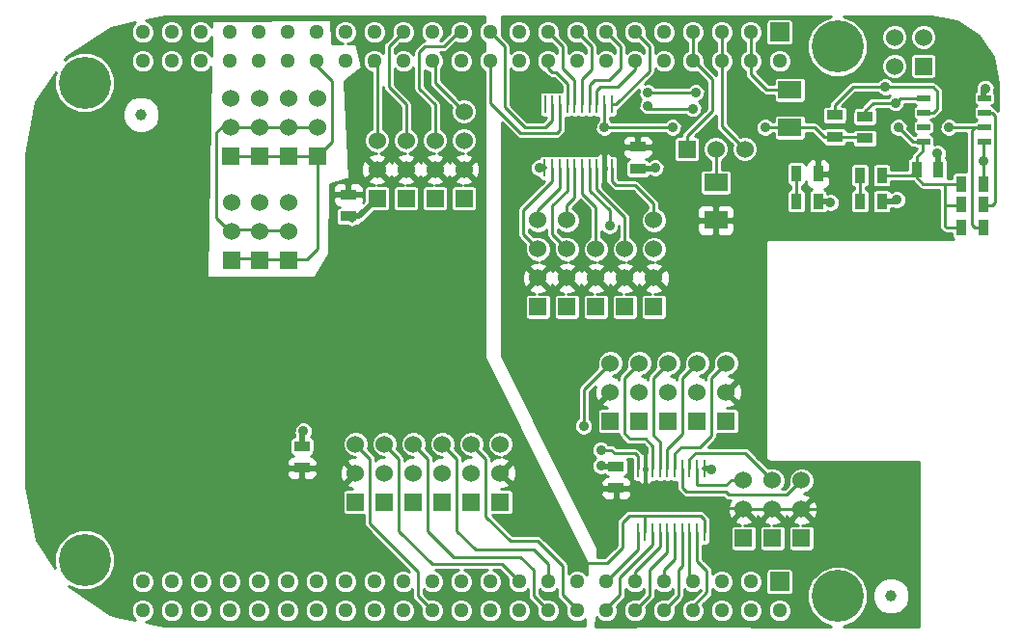
<source format=gtl>
G04 (created by PCBNEW (2013-05-31 BZR 4019)-stable) date 7/12/2014 5:45:34 PM*
%MOIN*%
G04 Gerber Fmt 3.4, Leading zero omitted, Abs format*
%FSLAX34Y34*%
G01*
G70*
G90*
G04 APERTURE LIST*
%ADD10C,0.00590551*%
%ADD11R,0.00984252X0.0610236*%
%ADD12R,0.08X0.06*%
%ADD13R,0.035X0.055*%
%ADD14R,0.055X0.035*%
%ADD15R,0.06X0.06*%
%ADD16C,0.06*%
%ADD17C,0.0393701*%
%ADD18R,0.045X0.02*%
%ADD19C,0.18*%
%ADD20R,0.065X0.065*%
%ADD21C,0.0512*%
%ADD22C,0.035*%
%ADD23C,0.01*%
%ADD24C,0.02*%
G04 APERTURE END LIST*
G54D10*
G54D11*
X18138Y-5452D03*
X18404Y-5452D03*
X18660Y-5452D03*
X18916Y-5452D03*
X19172Y-5452D03*
X19427Y-5452D03*
X19683Y-5452D03*
X19939Y-5452D03*
X20195Y-5452D03*
X20451Y-5452D03*
X20451Y-3247D03*
X20195Y-3247D03*
X19939Y-3247D03*
X19683Y-3247D03*
X19427Y-3247D03*
X19172Y-3247D03*
X18916Y-3247D03*
X18660Y-3247D03*
X18404Y-3247D03*
X18148Y-3247D03*
X23661Y-15847D03*
X23395Y-15847D03*
X23139Y-15847D03*
X22883Y-15847D03*
X22627Y-15847D03*
X22372Y-15847D03*
X22116Y-15847D03*
X21860Y-15847D03*
X21604Y-15847D03*
X21348Y-15847D03*
X21348Y-18052D03*
X21604Y-18052D03*
X21860Y-18052D03*
X22116Y-18052D03*
X22372Y-18052D03*
X22627Y-18052D03*
X22883Y-18052D03*
X23139Y-18052D03*
X23395Y-18052D03*
X23651Y-18052D03*
G54D12*
X24050Y-7250D03*
X24050Y-5950D03*
G54D13*
X30975Y-5500D03*
X31725Y-5500D03*
G54D14*
X20600Y-16525D03*
X20600Y-15775D03*
X21350Y-4725D03*
X21350Y-5475D03*
X9750Y-15825D03*
X9750Y-15075D03*
X11350Y-6375D03*
X11350Y-7125D03*
G54D13*
X26825Y-6600D03*
X27575Y-6600D03*
X27575Y-5650D03*
X26825Y-5650D03*
G54D14*
X29200Y-4425D03*
X29200Y-3675D03*
X28150Y-4375D03*
X28150Y-3625D03*
G54D13*
X32525Y-6720D03*
X33275Y-6720D03*
X32525Y-7500D03*
X33275Y-7500D03*
X32525Y-6000D03*
X33275Y-6000D03*
G54D15*
X18900Y-10250D03*
G54D16*
X18900Y-9250D03*
X18900Y-8250D03*
X18900Y-7250D03*
G54D15*
X15350Y-6500D03*
G54D16*
X15350Y-5500D03*
X15350Y-4500D03*
X15350Y-3500D03*
G54D15*
X21900Y-10250D03*
G54D16*
X21900Y-9250D03*
X21900Y-8250D03*
X21900Y-7250D03*
G54D15*
X17900Y-10250D03*
G54D16*
X17900Y-9250D03*
X17900Y-8250D03*
X17900Y-7250D03*
G54D15*
X20900Y-10250D03*
G54D16*
X20900Y-9250D03*
X20900Y-8250D03*
G54D15*
X23400Y-14200D03*
G54D16*
X23400Y-13200D03*
X23400Y-12200D03*
G54D15*
X24400Y-14200D03*
G54D16*
X24400Y-13200D03*
X24400Y-12200D03*
G54D15*
X27000Y-18250D03*
G54D16*
X27000Y-17250D03*
X27000Y-16250D03*
G54D15*
X26000Y-18250D03*
G54D16*
X26000Y-17250D03*
X26000Y-16250D03*
G54D15*
X25000Y-18250D03*
G54D16*
X25000Y-17250D03*
X25000Y-16250D03*
G54D15*
X11600Y-17000D03*
G54D16*
X11600Y-16000D03*
X11600Y-15000D03*
G54D15*
X12600Y-17000D03*
G54D16*
X12600Y-16000D03*
X12600Y-15000D03*
G54D15*
X13600Y-17000D03*
G54D16*
X13600Y-16000D03*
X13600Y-15000D03*
G54D15*
X14600Y-17000D03*
G54D16*
X14600Y-16000D03*
X14600Y-15000D03*
G54D15*
X15600Y-17000D03*
G54D16*
X15600Y-16000D03*
X15600Y-15000D03*
G54D15*
X16600Y-17000D03*
G54D16*
X16600Y-16000D03*
X16600Y-15000D03*
G54D15*
X7300Y-5050D03*
G54D16*
X7300Y-4050D03*
X7300Y-3050D03*
G54D15*
X9300Y-5050D03*
G54D16*
X9300Y-4050D03*
X9300Y-3050D03*
G54D15*
X7310Y-8650D03*
G54D16*
X7310Y-7650D03*
X7310Y-6650D03*
G54D15*
X8300Y-8650D03*
G54D16*
X8300Y-7650D03*
X8300Y-6650D03*
G54D15*
X10300Y-5050D03*
G54D16*
X10300Y-4050D03*
X10300Y-3050D03*
G54D15*
X9300Y-8650D03*
G54D16*
X9300Y-7650D03*
X9300Y-6650D03*
G54D15*
X13350Y-6500D03*
G54D16*
X13350Y-5500D03*
X13350Y-4500D03*
G54D15*
X14350Y-6500D03*
G54D16*
X14350Y-5500D03*
X14350Y-4500D03*
G54D15*
X19900Y-10250D03*
G54D16*
X19900Y-9250D03*
X19900Y-8250D03*
G54D15*
X20400Y-14200D03*
G54D16*
X20400Y-13200D03*
X20400Y-12200D03*
G54D15*
X21400Y-14200D03*
G54D16*
X21400Y-13200D03*
X21400Y-12200D03*
G54D15*
X22400Y-14200D03*
G54D16*
X22400Y-13200D03*
X22400Y-12200D03*
G54D15*
X8300Y-5050D03*
G54D16*
X8300Y-4050D03*
X8300Y-3050D03*
G54D15*
X31220Y-1930D03*
G54D16*
X30220Y-1930D03*
X31220Y-930D03*
X30220Y-930D03*
G54D17*
X30100Y-20250D03*
X4200Y-3600D03*
G54D18*
X31220Y-4540D03*
X33320Y-4540D03*
X31220Y-4040D03*
X31220Y-3540D03*
X31220Y-3040D03*
X33320Y-4040D03*
X33320Y-3540D03*
X33320Y-3040D03*
G54D15*
X12350Y-6500D03*
G54D16*
X12350Y-5500D03*
X12350Y-4500D03*
G54D15*
X23050Y-4800D03*
G54D16*
X24050Y-4800D03*
X25050Y-4800D03*
G54D12*
X26600Y-4050D03*
X26600Y-2750D03*
G54D19*
X2250Y-2500D03*
X28250Y-1250D03*
X28250Y-20250D03*
X2250Y-19000D03*
G54D20*
X26250Y-750D03*
G54D21*
X26250Y-1750D03*
X25250Y-750D03*
X25250Y-1750D03*
X24250Y-750D03*
X24250Y-1750D03*
X23250Y-750D03*
X23250Y-1750D03*
X22250Y-750D03*
X22250Y-1750D03*
X21250Y-750D03*
X21250Y-1750D03*
X20250Y-750D03*
X20250Y-1750D03*
X19250Y-750D03*
X19250Y-1750D03*
X18250Y-750D03*
X18250Y-1750D03*
X17250Y-750D03*
X17250Y-1750D03*
X16250Y-750D03*
X16250Y-1750D03*
X15250Y-750D03*
X15250Y-1750D03*
X14250Y-750D03*
X14250Y-1750D03*
X13250Y-750D03*
X13250Y-1750D03*
X12250Y-750D03*
X12250Y-1750D03*
X11250Y-750D03*
X11250Y-1750D03*
X10250Y-750D03*
X10250Y-1750D03*
X9250Y-750D03*
X9250Y-1750D03*
X8250Y-750D03*
X8250Y-1750D03*
X7250Y-750D03*
X7250Y-1750D03*
X6250Y-750D03*
X6250Y-1750D03*
X5250Y-750D03*
X5250Y-1750D03*
X4250Y-750D03*
X4250Y-1750D03*
G54D20*
X26250Y-19750D03*
G54D21*
X26250Y-20750D03*
X25250Y-19750D03*
X25250Y-20750D03*
X24250Y-19750D03*
X24250Y-20750D03*
X23250Y-19750D03*
X23250Y-20750D03*
X22250Y-19750D03*
X22250Y-20750D03*
X21250Y-19750D03*
X21250Y-20750D03*
X20250Y-19750D03*
X20250Y-20750D03*
X19250Y-19750D03*
X19250Y-20750D03*
X18250Y-19750D03*
X18250Y-20750D03*
X17250Y-19750D03*
X17250Y-20750D03*
X16250Y-19750D03*
X16250Y-20750D03*
X15250Y-19750D03*
X15250Y-20750D03*
X14250Y-19750D03*
X14250Y-20750D03*
X13250Y-19750D03*
X13250Y-20750D03*
X12250Y-19750D03*
X12250Y-20750D03*
X11250Y-19750D03*
X11250Y-20750D03*
X10250Y-19750D03*
X10250Y-20750D03*
X9250Y-19750D03*
X9250Y-20750D03*
X8250Y-19750D03*
X8250Y-20750D03*
X7250Y-19750D03*
X7250Y-20750D03*
X6250Y-19750D03*
X6250Y-20750D03*
X5250Y-19750D03*
X5250Y-20750D03*
X4250Y-19750D03*
X4250Y-20750D03*
G54D13*
X29025Y-6600D03*
X29775Y-6600D03*
X29775Y-5700D03*
X29025Y-5700D03*
G54D22*
X20075Y-15200D03*
X19475Y-14375D03*
X33300Y-5200D03*
X32100Y-4050D03*
X29900Y-2650D03*
X21700Y-2850D03*
X23350Y-2850D03*
X30250Y-3200D03*
X23250Y-3400D03*
X21700Y-3300D03*
X20375Y-7450D03*
X20075Y-15750D03*
X30300Y-6550D03*
X28000Y-6650D03*
X9800Y-14550D03*
X17950Y-5450D03*
X21950Y-5450D03*
X33350Y-2700D03*
X31700Y-4950D03*
X23900Y-15890D03*
X25750Y-4050D03*
X30350Y-4050D03*
X22550Y-4050D03*
X15950Y-4100D03*
X20200Y-4050D03*
G54D23*
X17250Y-19750D02*
X16650Y-19150D01*
X16650Y-19150D02*
X14250Y-19150D01*
X14250Y-19150D02*
X13100Y-18000D01*
X13100Y-18000D02*
X13100Y-15510D01*
X13100Y-15510D02*
X12600Y-15010D01*
X21348Y-18052D02*
X21348Y-18651D01*
X21348Y-18651D02*
X20250Y-19750D01*
X21860Y-15847D02*
X21860Y-15060D01*
X21075Y-14825D02*
X20900Y-14650D01*
X21625Y-14825D02*
X21075Y-14825D01*
X21860Y-15060D02*
X21625Y-14825D01*
X20900Y-12700D02*
X21400Y-12200D01*
X20900Y-14650D02*
X20900Y-12700D01*
X22372Y-15847D02*
X22372Y-15177D01*
X22900Y-12700D02*
X23400Y-12200D01*
X22900Y-14650D02*
X22900Y-12700D01*
X22372Y-15177D02*
X22900Y-14650D01*
X22116Y-15847D02*
X22116Y-14916D01*
X21900Y-12700D02*
X22400Y-12200D01*
X21900Y-14700D02*
X21900Y-12700D01*
X22116Y-14916D02*
X21900Y-14700D01*
X20250Y-20750D02*
X20250Y-20690D01*
X20740Y-19610D02*
X21860Y-18489D01*
X20740Y-20200D02*
X20740Y-19610D01*
X20250Y-20690D02*
X20740Y-20200D01*
X21860Y-18052D02*
X21860Y-18489D01*
X18250Y-19750D02*
X18250Y-19150D01*
X18250Y-19150D02*
X17750Y-18650D01*
X17750Y-18650D02*
X15750Y-18650D01*
X15750Y-18650D02*
X15100Y-18000D01*
X15100Y-18000D02*
X15100Y-15500D01*
X15100Y-15500D02*
X14600Y-15000D01*
X21250Y-20750D02*
X21250Y-20740D01*
X22372Y-18737D02*
X22372Y-18052D01*
X21760Y-19350D02*
X22372Y-18737D01*
X21760Y-20230D02*
X21760Y-19350D01*
X21250Y-20740D02*
X21760Y-20230D01*
X22116Y-18052D02*
X22116Y-18533D01*
X21250Y-19400D02*
X21250Y-19750D01*
X22116Y-18533D02*
X21250Y-19400D01*
X17900Y-18350D02*
X16950Y-18350D01*
X16100Y-15510D02*
X15600Y-15010D01*
X16100Y-17500D02*
X16100Y-15510D01*
X16950Y-18350D02*
X16100Y-17500D01*
X19250Y-20750D02*
X19250Y-20700D01*
X19250Y-20700D02*
X18750Y-20200D01*
X18750Y-20200D02*
X18750Y-19200D01*
X18750Y-19200D02*
X17900Y-18350D01*
X14250Y-20750D02*
X13750Y-20250D01*
X13750Y-20250D02*
X13750Y-19400D01*
X13750Y-19400D02*
X12100Y-17750D01*
X12100Y-17750D02*
X12100Y-15500D01*
X12100Y-15500D02*
X11600Y-15000D01*
X18250Y-20750D02*
X17750Y-20250D01*
X17750Y-20250D02*
X17750Y-19350D01*
X17750Y-19350D02*
X17300Y-18900D01*
X17300Y-18900D02*
X15000Y-18900D01*
X15000Y-18900D02*
X14100Y-18000D01*
X14100Y-18000D02*
X14100Y-15500D01*
X14100Y-15500D02*
X13600Y-15000D01*
X20075Y-15200D02*
X20425Y-15200D01*
X20550Y-15325D02*
X21250Y-15325D01*
X20425Y-15200D02*
X20550Y-15325D01*
X21348Y-15847D02*
X21348Y-15423D01*
X21348Y-15423D02*
X21250Y-15325D01*
X19500Y-13100D02*
X20400Y-12200D01*
X19500Y-14350D02*
X19500Y-13100D01*
X19475Y-14375D02*
X19500Y-14350D01*
X23139Y-15847D02*
X23139Y-15510D01*
X25050Y-15300D02*
X26000Y-16250D01*
X23350Y-15300D02*
X25050Y-15300D01*
X23139Y-15510D02*
X23350Y-15300D01*
X25830Y-16080D02*
X26000Y-16250D01*
X22627Y-15847D02*
X22627Y-15322D01*
X22627Y-15322D02*
X22850Y-15100D01*
X22850Y-15100D02*
X23500Y-15100D01*
X23500Y-15100D02*
X23900Y-14700D01*
X23900Y-14700D02*
X23900Y-12700D01*
X23900Y-12700D02*
X24400Y-12200D01*
X26500Y-16750D02*
X24475Y-16750D01*
X23025Y-16650D02*
X22883Y-16508D01*
X24375Y-16650D02*
X23025Y-16650D01*
X24475Y-16750D02*
X24375Y-16650D01*
X22883Y-15847D02*
X22883Y-16508D01*
X26500Y-16750D02*
X27000Y-16250D01*
X25000Y-16250D02*
X24575Y-16250D01*
X24400Y-16425D02*
X23395Y-16425D01*
X24575Y-16250D02*
X24400Y-16425D01*
X23395Y-15847D02*
X23395Y-16425D01*
X23139Y-18052D02*
X23139Y-19639D01*
X23139Y-19639D02*
X23250Y-19750D01*
X22627Y-18052D02*
X22627Y-18972D01*
X22250Y-19350D02*
X22250Y-19750D01*
X22627Y-18972D02*
X22250Y-19350D01*
X22883Y-18052D02*
X22883Y-19216D01*
X22750Y-20250D02*
X22250Y-20750D01*
X22750Y-19350D02*
X22750Y-20250D01*
X22883Y-19216D02*
X22750Y-19350D01*
X23395Y-18052D02*
X23395Y-19045D01*
X23395Y-19045D02*
X23740Y-19390D01*
X23250Y-20750D02*
X23250Y-20610D01*
X23740Y-20120D02*
X23740Y-19390D01*
X23250Y-20610D02*
X23740Y-20120D01*
X33300Y-4550D02*
X33300Y-5200D01*
X33300Y-4550D02*
X33300Y-5975D01*
X33300Y-5975D02*
X33275Y-6000D01*
X32100Y-4050D02*
X33300Y-4050D01*
X33000Y-4050D02*
X33300Y-4050D01*
X32900Y-4150D02*
X33000Y-4050D01*
X32900Y-7400D02*
X32900Y-4150D01*
X33000Y-7500D02*
X32900Y-7400D01*
X33275Y-7500D02*
X33000Y-7500D01*
X33275Y-6750D02*
X33600Y-6750D01*
X33600Y-6750D02*
X33700Y-6650D01*
X33700Y-6650D02*
X33700Y-3650D01*
X33700Y-3650D02*
X33600Y-3550D01*
X33600Y-3550D02*
X33300Y-3550D01*
X7320Y-8590D02*
X8300Y-8590D01*
X8300Y-8590D02*
X8320Y-8610D01*
X8320Y-8610D02*
X9340Y-8610D01*
X8320Y-8610D02*
X9940Y-8610D01*
X9940Y-8610D02*
X10300Y-8250D01*
X10300Y-8250D02*
X10300Y-5030D01*
X10250Y-1750D02*
X10250Y-1900D01*
X10250Y-1900D02*
X10800Y-2450D01*
X7300Y-5030D02*
X8300Y-5030D01*
X8300Y-5030D02*
X9300Y-5030D01*
X9300Y-5030D02*
X10300Y-5030D01*
X10300Y-5030D02*
X10800Y-4530D01*
X10800Y-4530D02*
X10800Y-2450D01*
X19427Y-5452D02*
X19427Y-6327D01*
X19900Y-6800D02*
X19900Y-8250D01*
X19427Y-6327D02*
X19900Y-6800D01*
X19939Y-5452D02*
X19939Y-6189D01*
X20900Y-7150D02*
X20900Y-8250D01*
X19939Y-6189D02*
X20900Y-7150D01*
X19427Y-3247D02*
X19427Y-2372D01*
X19750Y-1250D02*
X19250Y-750D01*
X19750Y-2050D02*
X19750Y-1250D01*
X19427Y-2372D02*
X19750Y-2050D01*
X14350Y-4500D02*
X14350Y-3250D01*
X15150Y-750D02*
X15250Y-750D01*
X14650Y-1250D02*
X15150Y-750D01*
X14000Y-1250D02*
X14650Y-1250D01*
X13800Y-1450D02*
X14000Y-1250D01*
X13800Y-2700D02*
X13800Y-1450D01*
X14350Y-3250D02*
X13800Y-2700D01*
X19939Y-3247D02*
X19939Y-2760D01*
X21250Y-2050D02*
X21250Y-1750D01*
X20650Y-2650D02*
X21250Y-2050D01*
X20050Y-2650D02*
X20650Y-2650D01*
X19939Y-2760D02*
X20050Y-2650D01*
X13250Y-750D02*
X12750Y-1250D01*
X13350Y-3250D02*
X13350Y-4500D01*
X12750Y-2650D02*
X13350Y-3250D01*
X12750Y-1250D02*
X12750Y-2650D01*
X19172Y-5452D02*
X19172Y-6477D01*
X18900Y-6750D02*
X18900Y-7250D01*
X19172Y-6477D02*
X18900Y-6750D01*
X18916Y-5452D02*
X18916Y-6233D01*
X18400Y-7750D02*
X18900Y-8250D01*
X18400Y-6750D02*
X18400Y-7750D01*
X18916Y-6233D02*
X18400Y-6750D01*
X19172Y-3247D02*
X19172Y-2422D01*
X19172Y-2422D02*
X18750Y-2000D01*
X18750Y-1250D02*
X18250Y-750D01*
X18750Y-2000D02*
X18750Y-1250D01*
X18916Y-3247D02*
X18916Y-2533D01*
X18400Y-2150D02*
X18250Y-2000D01*
X18532Y-2150D02*
X18400Y-2150D01*
X18916Y-2533D02*
X18532Y-2150D01*
X18250Y-2000D02*
X18250Y-1750D01*
X18250Y-1750D02*
X18250Y-1850D01*
X29900Y-2650D02*
X28775Y-2650D01*
X28150Y-3275D02*
X28150Y-3625D01*
X28775Y-2650D02*
X28150Y-3275D01*
X29900Y-2650D02*
X31550Y-2650D01*
X31550Y-3550D02*
X31200Y-3550D01*
X31700Y-3400D02*
X31550Y-3550D01*
X31700Y-2800D02*
X31700Y-3400D01*
X31550Y-2650D02*
X31700Y-2800D01*
X21700Y-2850D02*
X23350Y-2850D01*
X30250Y-3200D02*
X29475Y-3200D01*
X29200Y-3475D02*
X29200Y-3675D01*
X29475Y-3200D02*
X29200Y-3475D01*
X30410Y-3040D02*
X31220Y-3040D01*
X30250Y-3200D02*
X30410Y-3040D01*
X21800Y-3400D02*
X23250Y-3400D01*
X21700Y-3300D02*
X21800Y-3400D01*
X12350Y-4500D02*
X12350Y-1850D01*
X12350Y-1850D02*
X12250Y-1750D01*
X12100Y-1900D02*
X12250Y-1750D01*
X12250Y-1920D02*
X12250Y-1750D01*
X23250Y-1750D02*
X23290Y-1750D01*
X23050Y-4350D02*
X23050Y-4800D01*
X23920Y-3480D02*
X23050Y-4350D01*
X23920Y-2380D02*
X23920Y-3480D01*
X23290Y-1750D02*
X23920Y-2380D01*
X23250Y-750D02*
X23250Y-1750D01*
X18660Y-5452D02*
X18660Y-6139D01*
X17900Y-6900D02*
X17900Y-7250D01*
X18660Y-6139D02*
X17900Y-6900D01*
X18404Y-5452D02*
X18404Y-5895D01*
X17400Y-7750D02*
X17900Y-8250D01*
X17400Y-6900D02*
X17400Y-7750D01*
X18404Y-5895D02*
X17400Y-6900D01*
X20451Y-5452D02*
X20451Y-5901D01*
X20451Y-5901D02*
X20600Y-6050D01*
X20600Y-6050D02*
X21260Y-6050D01*
X21260Y-6050D02*
X21900Y-6690D01*
X21900Y-6690D02*
X21900Y-7250D01*
X19683Y-5452D02*
X19683Y-6233D01*
X20375Y-6925D02*
X20375Y-7450D01*
X19683Y-6233D02*
X20375Y-6925D01*
X15350Y-3500D02*
X14350Y-2500D01*
X14350Y-1850D02*
X14250Y-1750D01*
X14350Y-2500D02*
X14350Y-1850D01*
X16250Y-1750D02*
X16250Y-3200D01*
X18660Y-4139D02*
X18660Y-3247D01*
X18550Y-4250D02*
X18660Y-4139D01*
X17300Y-4250D02*
X18550Y-4250D01*
X16250Y-3200D02*
X17300Y-4250D01*
X18404Y-3247D02*
X18404Y-3795D01*
X16750Y-1250D02*
X16250Y-750D01*
X16750Y-3350D02*
X16750Y-1250D01*
X17449Y-4049D02*
X16750Y-3350D01*
X18150Y-4049D02*
X17449Y-4049D01*
X18404Y-3795D02*
X18150Y-4049D01*
X20451Y-3247D02*
X20602Y-3247D01*
X21750Y-1250D02*
X21250Y-750D01*
X21750Y-2100D02*
X21750Y-1250D01*
X20602Y-3247D02*
X21750Y-2100D01*
X19683Y-3247D02*
X19683Y-2566D01*
X20750Y-1250D02*
X20250Y-750D01*
X20750Y-2000D02*
X20750Y-1250D01*
X20350Y-2400D02*
X20750Y-2000D01*
X19850Y-2400D02*
X20350Y-2400D01*
X19683Y-2566D02*
X19850Y-2400D01*
X25250Y-1750D02*
X25250Y-2200D01*
X25800Y-2750D02*
X26600Y-2750D01*
X25250Y-2200D02*
X25800Y-2750D01*
X25250Y-1750D02*
X25250Y-750D01*
X7320Y-7590D02*
X7200Y-7590D01*
X7200Y-7590D02*
X6800Y-7190D01*
X6800Y-7190D02*
X6800Y-4210D01*
X6800Y-4210D02*
X6980Y-4030D01*
X7320Y-7590D02*
X8300Y-7590D01*
X8300Y-7590D02*
X8320Y-7610D01*
X6980Y-4030D02*
X7300Y-4030D01*
X9340Y-7610D02*
X8320Y-7610D01*
X7300Y-4030D02*
X8300Y-4030D01*
X8300Y-4030D02*
X9300Y-4030D01*
X9300Y-4030D02*
X10300Y-4030D01*
G54D24*
X11350Y-7125D02*
X11725Y-7125D01*
X11725Y-7125D02*
X12350Y-6500D01*
X20600Y-15775D02*
X20100Y-15775D01*
X20100Y-15775D02*
X20075Y-15750D01*
G54D23*
X20398Y-14051D02*
X20400Y-14050D01*
G54D24*
X29775Y-6600D02*
X30250Y-6600D01*
X30250Y-6600D02*
X30300Y-6550D01*
X27575Y-6600D02*
X27950Y-6600D01*
X27950Y-6600D02*
X28000Y-6650D01*
X9750Y-15075D02*
X9750Y-14600D01*
X9750Y-14600D02*
X9800Y-14550D01*
X18138Y-5452D02*
X17952Y-5452D01*
X17952Y-5452D02*
X17950Y-5450D01*
X21350Y-5475D02*
X21925Y-5475D01*
X21925Y-5475D02*
X21950Y-5450D01*
X11475Y-7250D02*
X11350Y-7125D01*
X33300Y-3050D02*
X33300Y-2750D01*
X33300Y-2750D02*
X33350Y-2700D01*
X31725Y-5500D02*
X31725Y-4975D01*
X31725Y-4975D02*
X31700Y-4950D01*
X23661Y-15847D02*
X23857Y-15847D01*
X23857Y-15847D02*
X23900Y-15890D01*
G54D23*
X26825Y-5650D02*
X26825Y-6600D01*
X29025Y-5700D02*
X29025Y-6600D01*
X24050Y-5950D02*
X24050Y-4800D01*
X21604Y-18052D02*
X21604Y-17475D01*
X21604Y-17475D02*
X21050Y-17475D01*
X21050Y-17475D02*
X20825Y-17700D01*
X20275Y-19125D02*
X19550Y-19125D01*
X20825Y-18575D02*
X20275Y-19125D01*
X20825Y-17700D02*
X20825Y-18575D01*
X29775Y-5700D02*
X30775Y-5700D01*
X30775Y-5700D02*
X30975Y-5500D01*
X28150Y-4375D02*
X27775Y-4375D01*
X27450Y-4050D02*
X26600Y-4050D01*
X27775Y-4375D02*
X27450Y-4050D01*
X28150Y-4375D02*
X29150Y-4375D01*
X29150Y-4375D02*
X29200Y-4425D01*
X26600Y-4050D02*
X25750Y-4050D01*
X30350Y-4050D02*
X30850Y-4550D01*
X20200Y-4050D02*
X22550Y-4050D01*
X20195Y-3247D02*
X20195Y-4045D01*
X20195Y-4045D02*
X20200Y-4050D01*
X23651Y-18052D02*
X23651Y-17601D01*
X23651Y-17601D02*
X23525Y-17475D01*
X23525Y-17475D02*
X21604Y-17475D01*
X31200Y-4550D02*
X30850Y-4550D01*
X31200Y-4550D02*
X31200Y-4850D01*
X30975Y-5075D02*
X30975Y-5500D01*
X31200Y-4850D02*
X30975Y-5075D01*
X30975Y-5500D02*
X30975Y-5775D01*
X31200Y-6000D02*
X31950Y-6000D01*
X30975Y-5775D02*
X31200Y-6000D01*
X32525Y-6750D02*
X31950Y-6750D01*
X32525Y-7500D02*
X32000Y-7500D01*
X31950Y-7450D02*
X31950Y-6750D01*
X31950Y-6750D02*
X31950Y-6000D01*
X32000Y-7500D02*
X31950Y-7450D01*
X31950Y-6000D02*
X32525Y-6000D01*
X24425Y-17225D02*
X24975Y-17225D01*
X24975Y-17225D02*
X25000Y-17250D01*
X25000Y-17250D02*
X27000Y-17250D01*
X27000Y-17250D02*
X27750Y-17250D01*
X24400Y-13050D02*
X24420Y-13050D01*
X24250Y-1750D02*
X24250Y-4000D01*
X24250Y-4000D02*
X25050Y-4800D01*
X24250Y-750D02*
X24250Y-1750D01*
G54D10*
G36*
X21476Y-13205D02*
X21405Y-13276D01*
X21400Y-13270D01*
X21394Y-13276D01*
X21323Y-13205D01*
X21329Y-13200D01*
X21323Y-13194D01*
X21394Y-13123D01*
X21400Y-13129D01*
X21405Y-13123D01*
X21476Y-13194D01*
X21470Y-13200D01*
X21476Y-13205D01*
X21476Y-13205D01*
G37*
G54D23*
X21476Y-13205D02*
X21405Y-13276D01*
X21400Y-13270D01*
X21394Y-13276D01*
X21323Y-13205D01*
X21329Y-13200D01*
X21323Y-13194D01*
X21394Y-13123D01*
X21400Y-13129D01*
X21405Y-13123D01*
X21476Y-13194D01*
X21470Y-13200D01*
X21476Y-13205D01*
G54D10*
G36*
X22476Y-13205D02*
X22405Y-13276D01*
X22400Y-13270D01*
X22394Y-13276D01*
X22323Y-13205D01*
X22329Y-13200D01*
X22323Y-13194D01*
X22394Y-13123D01*
X22400Y-13129D01*
X22405Y-13123D01*
X22476Y-13194D01*
X22470Y-13200D01*
X22476Y-13205D01*
X22476Y-13205D01*
G37*
G54D23*
X22476Y-13205D02*
X22405Y-13276D01*
X22400Y-13270D01*
X22394Y-13276D01*
X22323Y-13205D01*
X22329Y-13200D01*
X22323Y-13194D01*
X22394Y-13123D01*
X22400Y-13129D01*
X22405Y-13123D01*
X22476Y-13194D01*
X22470Y-13200D01*
X22476Y-13205D01*
G54D10*
G36*
X23476Y-13205D02*
X23405Y-13276D01*
X23400Y-13270D01*
X23394Y-13276D01*
X23323Y-13205D01*
X23329Y-13200D01*
X23323Y-13194D01*
X23394Y-13123D01*
X23400Y-13129D01*
X23405Y-13123D01*
X23476Y-13194D01*
X23470Y-13200D01*
X23476Y-13205D01*
X23476Y-13205D01*
G37*
G54D23*
X23476Y-13205D02*
X23405Y-13276D01*
X23400Y-13270D01*
X23394Y-13276D01*
X23323Y-13205D01*
X23329Y-13200D01*
X23323Y-13194D01*
X23394Y-13123D01*
X23400Y-13129D01*
X23405Y-13123D01*
X23476Y-13194D01*
X23470Y-13200D01*
X23476Y-13205D01*
G54D10*
G36*
X33795Y-3462D02*
X33741Y-3408D01*
X33676Y-3365D01*
X33676Y-3365D01*
X33672Y-3355D01*
X33630Y-3312D01*
X33574Y-3290D01*
X33574Y-3290D01*
X33629Y-3267D01*
X33672Y-3225D01*
X33694Y-3169D01*
X33695Y-3110D01*
X33695Y-2910D01*
X33672Y-2855D01*
X33647Y-2830D01*
X33674Y-2764D01*
X33675Y-2635D01*
X33625Y-2516D01*
X33534Y-2424D01*
X33414Y-2375D01*
X33285Y-2374D01*
X33166Y-2424D01*
X33074Y-2515D01*
X33025Y-2635D01*
X33024Y-2764D01*
X33039Y-2800D01*
X33010Y-2812D01*
X32967Y-2854D01*
X32945Y-2910D01*
X32944Y-2969D01*
X32944Y-3169D01*
X32967Y-3224D01*
X33009Y-3267D01*
X33065Y-3289D01*
X33065Y-3289D01*
X33010Y-3312D01*
X32967Y-3354D01*
X32945Y-3410D01*
X32944Y-3469D01*
X32944Y-3669D01*
X32967Y-3724D01*
X33009Y-3767D01*
X33065Y-3789D01*
X33065Y-3789D01*
X33010Y-3812D01*
X32972Y-3850D01*
X32359Y-3850D01*
X32284Y-3774D01*
X32164Y-3725D01*
X32035Y-3724D01*
X31916Y-3774D01*
X31824Y-3865D01*
X31775Y-3985D01*
X31774Y-4114D01*
X31824Y-4233D01*
X31915Y-4325D01*
X32035Y-4374D01*
X32164Y-4375D01*
X32283Y-4325D01*
X32359Y-4250D01*
X32700Y-4250D01*
X32700Y-5574D01*
X32670Y-5574D01*
X32320Y-5574D01*
X32265Y-5597D01*
X32222Y-5639D01*
X32200Y-5695D01*
X32199Y-5754D01*
X32199Y-5800D01*
X32049Y-5800D01*
X32050Y-5745D01*
X32050Y-5195D01*
X32027Y-5140D01*
X31988Y-5101D01*
X32024Y-5014D01*
X32025Y-4885D01*
X31975Y-4766D01*
X31884Y-4674D01*
X31764Y-4625D01*
X31635Y-4624D01*
X31594Y-4641D01*
X31595Y-4610D01*
X31595Y-4410D01*
X31572Y-4355D01*
X31530Y-4312D01*
X31474Y-4290D01*
X31474Y-4290D01*
X31529Y-4267D01*
X31572Y-4225D01*
X31594Y-4169D01*
X31595Y-4110D01*
X31595Y-3910D01*
X31572Y-3855D01*
X31530Y-3812D01*
X31474Y-3790D01*
X31474Y-3790D01*
X31529Y-3767D01*
X31547Y-3750D01*
X31550Y-3750D01*
X31626Y-3734D01*
X31691Y-3691D01*
X31841Y-3541D01*
X31841Y-3541D01*
X31884Y-3476D01*
X31884Y-3476D01*
X31887Y-3463D01*
X31899Y-3400D01*
X31900Y-3400D01*
X31900Y-2800D01*
X31887Y-2736D01*
X31884Y-2723D01*
X31884Y-2723D01*
X31841Y-2658D01*
X31841Y-2658D01*
X31691Y-2508D01*
X31670Y-2494D01*
X31670Y-840D01*
X31601Y-675D01*
X31475Y-548D01*
X31309Y-480D01*
X31130Y-479D01*
X30965Y-548D01*
X30838Y-674D01*
X30770Y-840D01*
X30769Y-1019D01*
X30838Y-1184D01*
X30964Y-1311D01*
X31130Y-1379D01*
X31309Y-1380D01*
X31474Y-1311D01*
X31601Y-1185D01*
X31669Y-1019D01*
X31670Y-840D01*
X31670Y-2494D01*
X31670Y-2494D01*
X31670Y-2200D01*
X31670Y-1600D01*
X31647Y-1545D01*
X31605Y-1502D01*
X31549Y-1480D01*
X31490Y-1479D01*
X30890Y-1479D01*
X30835Y-1502D01*
X30792Y-1544D01*
X30770Y-1600D01*
X30769Y-1659D01*
X30769Y-2259D01*
X30792Y-2314D01*
X30834Y-2357D01*
X30890Y-2379D01*
X30949Y-2380D01*
X31549Y-2380D01*
X31604Y-2357D01*
X31647Y-2315D01*
X31669Y-2259D01*
X31670Y-2200D01*
X31670Y-2494D01*
X31626Y-2465D01*
X31550Y-2450D01*
X30670Y-2450D01*
X30670Y-1840D01*
X30670Y-840D01*
X30601Y-675D01*
X30475Y-548D01*
X30309Y-480D01*
X30130Y-479D01*
X29965Y-548D01*
X29838Y-674D01*
X29770Y-840D01*
X29769Y-1019D01*
X29838Y-1184D01*
X29964Y-1311D01*
X30130Y-1379D01*
X30309Y-1380D01*
X30474Y-1311D01*
X30601Y-1185D01*
X30669Y-1019D01*
X30670Y-840D01*
X30670Y-1840D01*
X30601Y-1675D01*
X30475Y-1548D01*
X30309Y-1480D01*
X30130Y-1479D01*
X29965Y-1548D01*
X29838Y-1674D01*
X29770Y-1840D01*
X29769Y-2019D01*
X29838Y-2184D01*
X29964Y-2311D01*
X30130Y-2379D01*
X30309Y-2380D01*
X30474Y-2311D01*
X30601Y-2185D01*
X30669Y-2019D01*
X30670Y-1840D01*
X30670Y-2450D01*
X30159Y-2450D01*
X30084Y-2374D01*
X29964Y-2325D01*
X29835Y-2324D01*
X29716Y-2374D01*
X29640Y-2450D01*
X28775Y-2450D01*
X28698Y-2465D01*
X28633Y-2508D01*
X28008Y-3133D01*
X27965Y-3198D01*
X27950Y-3275D01*
X27950Y-3299D01*
X27845Y-3299D01*
X27790Y-3322D01*
X27747Y-3364D01*
X27725Y-3420D01*
X27724Y-3479D01*
X27724Y-3829D01*
X27747Y-3884D01*
X27789Y-3927D01*
X27845Y-3949D01*
X27904Y-3950D01*
X28454Y-3950D01*
X28509Y-3927D01*
X28552Y-3885D01*
X28574Y-3829D01*
X28575Y-3770D01*
X28575Y-3420D01*
X28552Y-3365D01*
X28510Y-3322D01*
X28454Y-3300D01*
X28407Y-3299D01*
X28857Y-2850D01*
X29640Y-2850D01*
X29715Y-2925D01*
X29835Y-2974D01*
X29964Y-2975D01*
X30051Y-2939D01*
X29990Y-3000D01*
X29475Y-3000D01*
X29398Y-3015D01*
X29333Y-3058D01*
X29058Y-3333D01*
X29047Y-3349D01*
X28895Y-3349D01*
X28840Y-3372D01*
X28797Y-3414D01*
X28775Y-3470D01*
X28774Y-3529D01*
X28774Y-3879D01*
X28797Y-3934D01*
X28839Y-3977D01*
X28895Y-3999D01*
X28954Y-4000D01*
X29504Y-4000D01*
X29559Y-3977D01*
X29602Y-3935D01*
X29624Y-3879D01*
X29625Y-3820D01*
X29625Y-3470D01*
X29602Y-3415D01*
X29587Y-3400D01*
X29990Y-3400D01*
X30065Y-3475D01*
X30185Y-3524D01*
X30314Y-3525D01*
X30433Y-3475D01*
X30525Y-3384D01*
X30574Y-3264D01*
X30574Y-3240D01*
X30882Y-3240D01*
X30909Y-3267D01*
X30965Y-3289D01*
X30965Y-3289D01*
X30910Y-3312D01*
X30867Y-3354D01*
X30845Y-3410D01*
X30844Y-3469D01*
X30844Y-3669D01*
X30867Y-3724D01*
X30909Y-3767D01*
X30965Y-3789D01*
X30965Y-3789D01*
X30910Y-3812D01*
X30867Y-3854D01*
X30845Y-3910D01*
X30844Y-3969D01*
X30844Y-4169D01*
X30867Y-4224D01*
X30909Y-4267D01*
X30965Y-4289D01*
X30965Y-4289D01*
X30910Y-4312D01*
X30902Y-4320D01*
X30674Y-4092D01*
X30675Y-3985D01*
X30625Y-3866D01*
X30534Y-3774D01*
X30414Y-3725D01*
X30285Y-3724D01*
X30166Y-3774D01*
X30074Y-3865D01*
X30025Y-3985D01*
X30024Y-4114D01*
X30074Y-4233D01*
X30165Y-4325D01*
X30285Y-4374D01*
X30392Y-4375D01*
X30708Y-4691D01*
X30773Y-4734D01*
X30773Y-4734D01*
X30786Y-4737D01*
X30850Y-4750D01*
X30892Y-4750D01*
X30909Y-4767D01*
X30965Y-4789D01*
X30977Y-4789D01*
X30833Y-4933D01*
X30790Y-4998D01*
X30775Y-5074D01*
X30770Y-5074D01*
X30715Y-5097D01*
X30672Y-5139D01*
X30650Y-5195D01*
X30649Y-5254D01*
X30649Y-5500D01*
X30100Y-5500D01*
X30100Y-5395D01*
X30077Y-5340D01*
X30035Y-5297D01*
X29979Y-5275D01*
X29920Y-5274D01*
X29625Y-5274D01*
X29625Y-4570D01*
X29625Y-4220D01*
X29602Y-4165D01*
X29560Y-4122D01*
X29504Y-4100D01*
X29445Y-4099D01*
X28895Y-4099D01*
X28840Y-4122D01*
X28797Y-4164D01*
X28793Y-4175D01*
X28575Y-4175D01*
X28575Y-4170D01*
X28552Y-4115D01*
X28510Y-4072D01*
X28454Y-4050D01*
X28395Y-4049D01*
X27845Y-4049D01*
X27790Y-4072D01*
X27772Y-4090D01*
X27591Y-3908D01*
X27526Y-3865D01*
X27450Y-3850D01*
X27150Y-3850D01*
X27150Y-3720D01*
X27150Y-3020D01*
X27150Y-2420D01*
X27127Y-2365D01*
X27085Y-2322D01*
X27029Y-2300D01*
X26970Y-2299D01*
X26725Y-2299D01*
X26725Y-1045D01*
X26725Y-395D01*
X26702Y-340D01*
X26660Y-297D01*
X26604Y-275D01*
X26545Y-274D01*
X25895Y-274D01*
X25840Y-297D01*
X25797Y-339D01*
X25775Y-395D01*
X25774Y-454D01*
X25774Y-1104D01*
X25797Y-1159D01*
X25839Y-1202D01*
X25895Y-1224D01*
X25954Y-1225D01*
X26604Y-1225D01*
X26659Y-1202D01*
X26702Y-1160D01*
X26724Y-1104D01*
X26725Y-1045D01*
X26725Y-2299D01*
X26656Y-2299D01*
X26656Y-1669D01*
X26594Y-1520D01*
X26480Y-1406D01*
X26331Y-1344D01*
X26169Y-1343D01*
X26020Y-1405D01*
X25906Y-1519D01*
X25844Y-1668D01*
X25843Y-1830D01*
X25905Y-1979D01*
X26019Y-2093D01*
X26168Y-2155D01*
X26330Y-2156D01*
X26479Y-2094D01*
X26593Y-1980D01*
X26655Y-1831D01*
X26656Y-1669D01*
X26656Y-2299D01*
X26170Y-2299D01*
X26115Y-2322D01*
X26072Y-2364D01*
X26050Y-2420D01*
X26049Y-2479D01*
X26049Y-2550D01*
X25882Y-2550D01*
X25450Y-2117D01*
X25450Y-2106D01*
X25479Y-2094D01*
X25593Y-1980D01*
X25655Y-1831D01*
X25656Y-1669D01*
X25594Y-1520D01*
X25480Y-1406D01*
X25450Y-1393D01*
X25450Y-1106D01*
X25479Y-1094D01*
X25593Y-980D01*
X25655Y-831D01*
X25656Y-669D01*
X25594Y-520D01*
X25480Y-406D01*
X25331Y-344D01*
X25169Y-343D01*
X25020Y-405D01*
X24906Y-519D01*
X24844Y-668D01*
X24843Y-830D01*
X24905Y-979D01*
X25019Y-1093D01*
X25050Y-1106D01*
X25050Y-1393D01*
X25020Y-1405D01*
X24906Y-1519D01*
X24844Y-1668D01*
X24843Y-1830D01*
X24905Y-1979D01*
X25019Y-2093D01*
X25050Y-2106D01*
X25050Y-2200D01*
X25065Y-2276D01*
X25108Y-2341D01*
X25658Y-2891D01*
X25723Y-2934D01*
X25723Y-2934D01*
X25736Y-2937D01*
X25800Y-2950D01*
X26049Y-2950D01*
X26049Y-3079D01*
X26072Y-3134D01*
X26114Y-3177D01*
X26170Y-3199D01*
X26229Y-3200D01*
X27029Y-3200D01*
X27084Y-3177D01*
X27127Y-3135D01*
X27149Y-3079D01*
X27150Y-3020D01*
X27150Y-3720D01*
X27127Y-3665D01*
X27085Y-3622D01*
X27029Y-3600D01*
X26970Y-3599D01*
X26170Y-3599D01*
X26115Y-3622D01*
X26072Y-3664D01*
X26050Y-3720D01*
X26049Y-3779D01*
X26049Y-3850D01*
X26009Y-3850D01*
X25934Y-3774D01*
X25814Y-3725D01*
X25685Y-3724D01*
X25566Y-3774D01*
X25474Y-3865D01*
X25425Y-3985D01*
X25424Y-4114D01*
X25474Y-4233D01*
X25565Y-4325D01*
X25685Y-4374D01*
X25814Y-4375D01*
X25933Y-4325D01*
X26009Y-4250D01*
X26049Y-4250D01*
X26049Y-4379D01*
X26072Y-4434D01*
X26114Y-4477D01*
X26170Y-4499D01*
X26229Y-4500D01*
X27029Y-4500D01*
X27084Y-4477D01*
X27127Y-4435D01*
X27149Y-4379D01*
X27150Y-4320D01*
X27150Y-4250D01*
X27367Y-4250D01*
X27633Y-4516D01*
X27698Y-4559D01*
X27698Y-4559D01*
X27711Y-4562D01*
X27724Y-4565D01*
X27724Y-4579D01*
X27747Y-4634D01*
X27789Y-4677D01*
X27845Y-4699D01*
X27904Y-4700D01*
X28454Y-4700D01*
X28509Y-4677D01*
X28552Y-4635D01*
X28574Y-4579D01*
X28574Y-4575D01*
X28774Y-4575D01*
X28774Y-4629D01*
X28797Y-4684D01*
X28839Y-4727D01*
X28895Y-4749D01*
X28954Y-4750D01*
X29504Y-4750D01*
X29559Y-4727D01*
X29602Y-4685D01*
X29624Y-4629D01*
X29625Y-4570D01*
X29625Y-5274D01*
X29570Y-5274D01*
X29515Y-5297D01*
X29472Y-5339D01*
X29450Y-5395D01*
X29449Y-5454D01*
X29449Y-6004D01*
X29472Y-6059D01*
X29514Y-6102D01*
X29570Y-6124D01*
X29629Y-6125D01*
X29979Y-6125D01*
X30034Y-6102D01*
X30077Y-6060D01*
X30099Y-6004D01*
X30100Y-5945D01*
X30100Y-5900D01*
X30712Y-5900D01*
X30714Y-5902D01*
X30770Y-5924D01*
X30829Y-5925D01*
X30842Y-5925D01*
X31058Y-6141D01*
X31123Y-6184D01*
X31200Y-6200D01*
X31750Y-6200D01*
X31750Y-6750D01*
X31750Y-7450D01*
X31765Y-7526D01*
X31808Y-7591D01*
X31858Y-7641D01*
X31923Y-7684D01*
X31923Y-7684D01*
X32000Y-7700D01*
X32199Y-7700D01*
X32199Y-7804D01*
X32222Y-7859D01*
X32257Y-7895D01*
X30625Y-7895D01*
X30625Y-6485D01*
X30575Y-6366D01*
X30484Y-6274D01*
X30364Y-6225D01*
X30235Y-6224D01*
X30116Y-6274D01*
X30098Y-6291D01*
X30077Y-6240D01*
X30035Y-6197D01*
X29979Y-6175D01*
X29920Y-6174D01*
X29570Y-6174D01*
X29515Y-6197D01*
X29472Y-6239D01*
X29450Y-6295D01*
X29449Y-6354D01*
X29449Y-6904D01*
X29472Y-6959D01*
X29514Y-7002D01*
X29570Y-7024D01*
X29629Y-7025D01*
X29979Y-7025D01*
X30034Y-7002D01*
X30077Y-6960D01*
X30099Y-6904D01*
X30100Y-6850D01*
X30174Y-6850D01*
X30235Y-6874D01*
X30364Y-6875D01*
X30483Y-6825D01*
X30575Y-6734D01*
X30624Y-6614D01*
X30625Y-6485D01*
X30625Y-7895D01*
X29350Y-7895D01*
X29350Y-6845D01*
X29350Y-6295D01*
X29327Y-6240D01*
X29285Y-6197D01*
X29229Y-6175D01*
X29225Y-6175D01*
X29225Y-6125D01*
X29229Y-6125D01*
X29284Y-6102D01*
X29327Y-6060D01*
X29349Y-6004D01*
X29350Y-5945D01*
X29350Y-5395D01*
X29327Y-5340D01*
X29285Y-5297D01*
X29229Y-5275D01*
X29170Y-5274D01*
X28820Y-5274D01*
X28765Y-5297D01*
X28722Y-5339D01*
X28700Y-5395D01*
X28699Y-5454D01*
X28699Y-6004D01*
X28722Y-6059D01*
X28764Y-6102D01*
X28820Y-6124D01*
X28825Y-6124D01*
X28825Y-6174D01*
X28820Y-6174D01*
X28765Y-6197D01*
X28722Y-6239D01*
X28700Y-6295D01*
X28699Y-6354D01*
X28699Y-6904D01*
X28722Y-6959D01*
X28764Y-7002D01*
X28820Y-7024D01*
X28879Y-7025D01*
X29229Y-7025D01*
X29284Y-7002D01*
X29327Y-6960D01*
X29349Y-6904D01*
X29350Y-6845D01*
X29350Y-7895D01*
X28325Y-7895D01*
X28325Y-6585D01*
X28275Y-6466D01*
X28184Y-6374D01*
X28064Y-6325D01*
X27935Y-6324D01*
X27900Y-6339D01*
X27900Y-6295D01*
X27877Y-6240D01*
X27835Y-6197D01*
X27779Y-6175D01*
X27799Y-6175D01*
X27891Y-6137D01*
X27961Y-6066D01*
X27999Y-5974D01*
X28000Y-5875D01*
X28000Y-5424D01*
X27999Y-5325D01*
X27961Y-5233D01*
X27891Y-5162D01*
X27799Y-5124D01*
X27687Y-5125D01*
X27625Y-5187D01*
X27625Y-5600D01*
X27937Y-5600D01*
X28000Y-5537D01*
X28000Y-5424D01*
X28000Y-5875D01*
X28000Y-5762D01*
X27937Y-5700D01*
X27625Y-5700D01*
X27625Y-5707D01*
X27525Y-5707D01*
X27525Y-5700D01*
X27517Y-5700D01*
X27517Y-5600D01*
X27525Y-5600D01*
X27525Y-5187D01*
X27462Y-5125D01*
X27350Y-5124D01*
X27258Y-5162D01*
X27188Y-5233D01*
X27150Y-5325D01*
X27150Y-5345D01*
X27127Y-5290D01*
X27085Y-5247D01*
X27029Y-5225D01*
X26970Y-5224D01*
X26620Y-5224D01*
X26565Y-5247D01*
X26522Y-5289D01*
X26500Y-5345D01*
X26499Y-5404D01*
X26499Y-5954D01*
X26522Y-6009D01*
X26564Y-6052D01*
X26620Y-6074D01*
X26625Y-6074D01*
X26625Y-6174D01*
X26620Y-6174D01*
X26565Y-6197D01*
X26522Y-6239D01*
X26500Y-6295D01*
X26499Y-6354D01*
X26499Y-6904D01*
X26522Y-6959D01*
X26564Y-7002D01*
X26620Y-7024D01*
X26679Y-7025D01*
X27029Y-7025D01*
X27084Y-7002D01*
X27127Y-6960D01*
X27149Y-6904D01*
X27150Y-6845D01*
X27150Y-6295D01*
X27127Y-6240D01*
X27085Y-6197D01*
X27029Y-6175D01*
X27025Y-6175D01*
X27025Y-6075D01*
X27029Y-6075D01*
X27084Y-6052D01*
X27127Y-6010D01*
X27149Y-5954D01*
X27150Y-5925D01*
X27150Y-5974D01*
X27188Y-6066D01*
X27258Y-6137D01*
X27350Y-6175D01*
X27370Y-6175D01*
X27315Y-6197D01*
X27272Y-6239D01*
X27250Y-6295D01*
X27249Y-6354D01*
X27249Y-6904D01*
X27272Y-6959D01*
X27314Y-7002D01*
X27370Y-7024D01*
X27429Y-7025D01*
X27779Y-7025D01*
X27834Y-7002D01*
X27877Y-6960D01*
X27880Y-6952D01*
X27935Y-6974D01*
X28064Y-6975D01*
X28183Y-6925D01*
X28275Y-6834D01*
X28324Y-6714D01*
X28325Y-6585D01*
X28325Y-7895D01*
X25950Y-7895D01*
X25871Y-7910D01*
X25805Y-7955D01*
X25760Y-8021D01*
X25745Y-8100D01*
X25745Y-15400D01*
X25760Y-15478D01*
X25805Y-15544D01*
X25871Y-15589D01*
X25950Y-15605D01*
X31045Y-15605D01*
X31045Y-21295D01*
X30740Y-21295D01*
X30740Y-20123D01*
X30643Y-19887D01*
X30463Y-19707D01*
X30227Y-19609D01*
X29973Y-19609D01*
X29737Y-19706D01*
X29557Y-19886D01*
X29459Y-20122D01*
X29459Y-20376D01*
X29556Y-20612D01*
X29736Y-20792D01*
X29972Y-20890D01*
X30226Y-20890D01*
X30462Y-20793D01*
X30642Y-20613D01*
X30740Y-20377D01*
X30740Y-20123D01*
X30740Y-21295D01*
X28500Y-21295D01*
X28470Y-21295D01*
X28844Y-21140D01*
X29139Y-20845D01*
X29299Y-20459D01*
X29300Y-20042D01*
X29140Y-19656D01*
X28845Y-19360D01*
X28459Y-19200D01*
X28042Y-19199D01*
X27656Y-19359D01*
X27554Y-19460D01*
X27554Y-17331D01*
X27543Y-17113D01*
X27481Y-16962D01*
X27450Y-16953D01*
X27450Y-16160D01*
X27381Y-15995D01*
X27255Y-15868D01*
X27089Y-15800D01*
X26910Y-15799D01*
X26745Y-15868D01*
X26618Y-15994D01*
X26550Y-16160D01*
X26549Y-16339D01*
X26572Y-16394D01*
X26417Y-16550D01*
X26336Y-16550D01*
X26381Y-16505D01*
X26449Y-16339D01*
X26450Y-16160D01*
X26381Y-15995D01*
X26255Y-15868D01*
X26089Y-15800D01*
X25910Y-15799D01*
X25855Y-15822D01*
X25500Y-15467D01*
X25500Y-4710D01*
X25431Y-4545D01*
X25305Y-4418D01*
X25139Y-4350D01*
X24960Y-4349D01*
X24905Y-4372D01*
X24450Y-3917D01*
X24450Y-2106D01*
X24479Y-2094D01*
X24593Y-1980D01*
X24655Y-1831D01*
X24656Y-1669D01*
X24594Y-1520D01*
X24480Y-1406D01*
X24450Y-1393D01*
X24450Y-1106D01*
X24479Y-1094D01*
X24593Y-980D01*
X24655Y-831D01*
X24656Y-669D01*
X24594Y-520D01*
X24480Y-406D01*
X24331Y-344D01*
X24169Y-343D01*
X24020Y-405D01*
X23906Y-519D01*
X23844Y-668D01*
X23843Y-830D01*
X23905Y-979D01*
X24019Y-1093D01*
X24050Y-1106D01*
X24050Y-1393D01*
X24020Y-1405D01*
X23906Y-1519D01*
X23844Y-1668D01*
X23843Y-1830D01*
X23905Y-1979D01*
X24019Y-2093D01*
X24050Y-2106D01*
X24050Y-2227D01*
X23655Y-1832D01*
X23655Y-1831D01*
X23656Y-1669D01*
X23594Y-1520D01*
X23480Y-1406D01*
X23450Y-1393D01*
X23450Y-1106D01*
X23479Y-1094D01*
X23593Y-980D01*
X23655Y-831D01*
X23656Y-669D01*
X23594Y-520D01*
X23480Y-406D01*
X23331Y-344D01*
X23169Y-343D01*
X23020Y-405D01*
X22906Y-519D01*
X22844Y-668D01*
X22843Y-830D01*
X22905Y-979D01*
X23019Y-1093D01*
X23050Y-1106D01*
X23050Y-1393D01*
X23020Y-1405D01*
X22906Y-1519D01*
X22844Y-1668D01*
X22843Y-1830D01*
X22905Y-1979D01*
X23019Y-2093D01*
X23168Y-2155D01*
X23330Y-2156D01*
X23389Y-2131D01*
X23720Y-2462D01*
X23720Y-3397D01*
X22908Y-4208D01*
X22865Y-4273D01*
X22850Y-4349D01*
X22720Y-4349D01*
X22665Y-4372D01*
X22622Y-4414D01*
X22600Y-4470D01*
X22599Y-4529D01*
X22599Y-5129D01*
X22622Y-5184D01*
X22664Y-5227D01*
X22720Y-5249D01*
X22779Y-5250D01*
X23379Y-5250D01*
X23434Y-5227D01*
X23477Y-5185D01*
X23499Y-5129D01*
X23500Y-5070D01*
X23500Y-4470D01*
X23477Y-4415D01*
X23435Y-4372D01*
X23379Y-4350D01*
X23332Y-4349D01*
X24050Y-3632D01*
X24050Y-4000D01*
X24065Y-4076D01*
X24108Y-4141D01*
X24622Y-4655D01*
X24600Y-4710D01*
X24599Y-4889D01*
X24668Y-5054D01*
X24794Y-5181D01*
X24960Y-5249D01*
X25139Y-5250D01*
X25304Y-5181D01*
X25431Y-5055D01*
X25499Y-4889D01*
X25500Y-4710D01*
X25500Y-15467D01*
X25191Y-15158D01*
X25126Y-15115D01*
X25050Y-15100D01*
X24954Y-15100D01*
X24954Y-13281D01*
X24943Y-13063D01*
X24881Y-12912D01*
X24785Y-12884D01*
X24470Y-13200D01*
X24785Y-13515D01*
X24881Y-13487D01*
X24954Y-13281D01*
X24954Y-15100D01*
X23782Y-15100D01*
X24041Y-14841D01*
X24041Y-14841D01*
X24070Y-14798D01*
X24084Y-14776D01*
X24084Y-14776D01*
X24099Y-14700D01*
X24100Y-14700D01*
X24100Y-14650D01*
X24129Y-14650D01*
X24729Y-14650D01*
X24784Y-14627D01*
X24827Y-14585D01*
X24849Y-14529D01*
X24850Y-14470D01*
X24850Y-13870D01*
X24827Y-13815D01*
X24785Y-13772D01*
X24729Y-13750D01*
X24670Y-13749D01*
X24414Y-13749D01*
X24536Y-13743D01*
X24687Y-13681D01*
X24715Y-13585D01*
X24400Y-13270D01*
X24394Y-13276D01*
X24323Y-13205D01*
X24329Y-13200D01*
X24323Y-13194D01*
X24394Y-13123D01*
X24400Y-13129D01*
X24715Y-12814D01*
X24687Y-12718D01*
X24492Y-12648D01*
X24654Y-12581D01*
X24781Y-12455D01*
X24849Y-12289D01*
X24850Y-12110D01*
X24781Y-11945D01*
X24700Y-11863D01*
X24700Y-7599D01*
X24700Y-6900D01*
X24662Y-6808D01*
X24600Y-6746D01*
X24600Y-6220D01*
X24600Y-5620D01*
X24577Y-5565D01*
X24535Y-5522D01*
X24479Y-5500D01*
X24420Y-5499D01*
X24250Y-5499D01*
X24250Y-5204D01*
X24304Y-5181D01*
X24431Y-5055D01*
X24499Y-4889D01*
X24500Y-4710D01*
X24431Y-4545D01*
X24305Y-4418D01*
X24139Y-4350D01*
X23960Y-4349D01*
X23795Y-4418D01*
X23668Y-4544D01*
X23600Y-4710D01*
X23599Y-4889D01*
X23668Y-5054D01*
X23794Y-5181D01*
X23850Y-5204D01*
X23850Y-5499D01*
X23620Y-5499D01*
X23565Y-5522D01*
X23522Y-5564D01*
X23500Y-5620D01*
X23499Y-5679D01*
X23499Y-6279D01*
X23522Y-6334D01*
X23564Y-6377D01*
X23620Y-6399D01*
X23679Y-6400D01*
X24479Y-6400D01*
X24534Y-6377D01*
X24577Y-6335D01*
X24599Y-6279D01*
X24600Y-6220D01*
X24600Y-6746D01*
X24591Y-6738D01*
X24499Y-6700D01*
X24400Y-6699D01*
X24162Y-6700D01*
X24100Y-6762D01*
X24100Y-7200D01*
X24637Y-7200D01*
X24700Y-7137D01*
X24700Y-6900D01*
X24700Y-7599D01*
X24700Y-7362D01*
X24637Y-7300D01*
X24100Y-7300D01*
X24100Y-7737D01*
X24162Y-7800D01*
X24400Y-7800D01*
X24499Y-7799D01*
X24591Y-7761D01*
X24662Y-7691D01*
X24700Y-7599D01*
X24700Y-11863D01*
X24655Y-11818D01*
X24489Y-11750D01*
X24310Y-11749D01*
X24145Y-11818D01*
X24018Y-11944D01*
X24000Y-11989D01*
X24000Y-7737D01*
X24000Y-7300D01*
X24000Y-7200D01*
X24000Y-6762D01*
X23937Y-6700D01*
X23699Y-6699D01*
X23600Y-6700D01*
X23508Y-6738D01*
X23437Y-6808D01*
X23399Y-6900D01*
X23400Y-7137D01*
X23462Y-7200D01*
X24000Y-7200D01*
X24000Y-7300D01*
X23462Y-7300D01*
X23400Y-7362D01*
X23399Y-7599D01*
X23437Y-7691D01*
X23508Y-7761D01*
X23600Y-7799D01*
X23699Y-7800D01*
X23937Y-7800D01*
X24000Y-7737D01*
X24000Y-11989D01*
X23950Y-12110D01*
X23949Y-12289D01*
X23972Y-12344D01*
X23758Y-12558D01*
X23715Y-12623D01*
X23700Y-12700D01*
X23700Y-12761D01*
X23687Y-12718D01*
X23492Y-12648D01*
X23654Y-12581D01*
X23781Y-12455D01*
X23849Y-12289D01*
X23850Y-12110D01*
X23781Y-11945D01*
X23655Y-11818D01*
X23489Y-11750D01*
X23310Y-11749D01*
X23145Y-11818D01*
X23018Y-11944D01*
X22950Y-12110D01*
X22949Y-12289D01*
X22972Y-12344D01*
X22758Y-12558D01*
X22715Y-12623D01*
X22700Y-12700D01*
X22700Y-12761D01*
X22687Y-12718D01*
X22492Y-12648D01*
X22654Y-12581D01*
X22781Y-12455D01*
X22849Y-12289D01*
X22850Y-12110D01*
X22781Y-11945D01*
X22655Y-11818D01*
X22489Y-11750D01*
X22454Y-11750D01*
X22454Y-9331D01*
X22443Y-9113D01*
X22381Y-8962D01*
X22350Y-8953D01*
X22350Y-8160D01*
X22350Y-7160D01*
X22281Y-6995D01*
X22275Y-6988D01*
X22275Y-5385D01*
X22225Y-5266D01*
X22134Y-5174D01*
X22014Y-5125D01*
X21885Y-5124D01*
X21766Y-5174D01*
X21738Y-5201D01*
X21710Y-5172D01*
X21654Y-5150D01*
X21625Y-5149D01*
X21674Y-5149D01*
X21766Y-5111D01*
X21837Y-5041D01*
X21875Y-4949D01*
X21875Y-4500D01*
X21837Y-4408D01*
X21766Y-4338D01*
X21674Y-4300D01*
X21575Y-4299D01*
X21462Y-4300D01*
X21400Y-4362D01*
X21400Y-4675D01*
X21812Y-4675D01*
X21875Y-4612D01*
X21875Y-4500D01*
X21875Y-4949D01*
X21875Y-4837D01*
X21812Y-4775D01*
X21400Y-4775D01*
X21400Y-4782D01*
X21300Y-4782D01*
X21300Y-4775D01*
X21300Y-4675D01*
X21300Y-4362D01*
X21237Y-4300D01*
X21124Y-4299D01*
X21025Y-4300D01*
X20933Y-4338D01*
X20862Y-4408D01*
X20824Y-4500D01*
X20825Y-4612D01*
X20887Y-4675D01*
X21300Y-4675D01*
X21300Y-4775D01*
X20887Y-4775D01*
X20825Y-4837D01*
X20824Y-4949D01*
X20862Y-5041D01*
X20933Y-5111D01*
X21025Y-5149D01*
X21045Y-5149D01*
X21045Y-5149D01*
X20990Y-5172D01*
X20947Y-5214D01*
X20925Y-5270D01*
X20924Y-5329D01*
X20924Y-5679D01*
X20947Y-5734D01*
X20989Y-5777D01*
X21045Y-5799D01*
X21104Y-5800D01*
X21654Y-5800D01*
X21709Y-5777D01*
X21752Y-5735D01*
X21756Y-5725D01*
X21765Y-5725D01*
X21765Y-5725D01*
X21885Y-5774D01*
X22014Y-5775D01*
X22133Y-5725D01*
X22225Y-5634D01*
X22274Y-5514D01*
X22275Y-5385D01*
X22275Y-6988D01*
X22155Y-6868D01*
X22100Y-6845D01*
X22100Y-6690D01*
X22084Y-6613D01*
X22084Y-6613D01*
X22070Y-6591D01*
X22041Y-6548D01*
X22041Y-6548D01*
X21401Y-5908D01*
X21336Y-5865D01*
X21260Y-5850D01*
X20682Y-5850D01*
X20651Y-5818D01*
X20651Y-5452D01*
X20650Y-5448D01*
X20650Y-5117D01*
X20628Y-5062D01*
X20585Y-5020D01*
X20530Y-4997D01*
X20471Y-4997D01*
X20448Y-4997D01*
X20386Y-4935D01*
X20294Y-4897D01*
X20282Y-4897D01*
X20220Y-4959D01*
X20220Y-5402D01*
X20244Y-5402D01*
X20244Y-5502D01*
X20220Y-5502D01*
X20220Y-5944D01*
X20282Y-6007D01*
X20286Y-6007D01*
X20310Y-6042D01*
X20458Y-6191D01*
X20458Y-6191D01*
X20501Y-6220D01*
X20523Y-6234D01*
X20523Y-6234D01*
X20600Y-6250D01*
X21177Y-6250D01*
X21700Y-6772D01*
X21700Y-6845D01*
X21645Y-6868D01*
X21518Y-6994D01*
X21450Y-7160D01*
X21449Y-7339D01*
X21518Y-7504D01*
X21644Y-7631D01*
X21810Y-7699D01*
X21989Y-7700D01*
X22154Y-7631D01*
X22281Y-7505D01*
X22349Y-7339D01*
X22350Y-7160D01*
X22350Y-8160D01*
X22281Y-7995D01*
X22155Y-7868D01*
X21989Y-7800D01*
X21810Y-7799D01*
X21645Y-7868D01*
X21518Y-7994D01*
X21450Y-8160D01*
X21449Y-8339D01*
X21518Y-8504D01*
X21644Y-8631D01*
X21810Y-8699D01*
X21886Y-8699D01*
X21763Y-8706D01*
X21612Y-8768D01*
X21584Y-8864D01*
X21900Y-9179D01*
X22215Y-8864D01*
X22187Y-8768D01*
X21992Y-8698D01*
X22154Y-8631D01*
X22281Y-8505D01*
X22349Y-8339D01*
X22350Y-8160D01*
X22350Y-8953D01*
X22285Y-8934D01*
X21970Y-9250D01*
X22285Y-9565D01*
X22381Y-9537D01*
X22454Y-9331D01*
X22454Y-11750D01*
X22350Y-11749D01*
X22350Y-10520D01*
X22350Y-9920D01*
X22327Y-9865D01*
X22285Y-9822D01*
X22229Y-9800D01*
X22170Y-9799D01*
X21914Y-9799D01*
X22036Y-9793D01*
X22187Y-9731D01*
X22215Y-9635D01*
X21900Y-9320D01*
X21829Y-9391D01*
X21829Y-9250D01*
X21514Y-8934D01*
X21418Y-8962D01*
X21401Y-9010D01*
X21381Y-8962D01*
X21350Y-8953D01*
X21350Y-8160D01*
X21281Y-7995D01*
X21155Y-7868D01*
X21100Y-7845D01*
X21100Y-7150D01*
X21099Y-7149D01*
X21084Y-7073D01*
X21084Y-7073D01*
X21070Y-7051D01*
X21041Y-7008D01*
X21041Y-7008D01*
X20139Y-6106D01*
X20139Y-5976D01*
X20171Y-5944D01*
X20171Y-5502D01*
X20146Y-5502D01*
X20146Y-5402D01*
X20171Y-5402D01*
X20171Y-4959D01*
X20108Y-4897D01*
X20096Y-4897D01*
X20005Y-4935D01*
X19942Y-4997D01*
X19860Y-4997D01*
X19811Y-5017D01*
X19763Y-4997D01*
X19703Y-4997D01*
X19604Y-4997D01*
X19555Y-5017D01*
X19507Y-4997D01*
X19447Y-4997D01*
X19349Y-4997D01*
X19299Y-5017D01*
X19251Y-4997D01*
X19191Y-4997D01*
X19093Y-4997D01*
X19044Y-5017D01*
X18995Y-4997D01*
X18935Y-4997D01*
X18837Y-4997D01*
X18788Y-5017D01*
X18739Y-4997D01*
X18679Y-4997D01*
X18581Y-4997D01*
X18532Y-5017D01*
X18483Y-4997D01*
X18423Y-4997D01*
X18325Y-4997D01*
X18271Y-5019D01*
X18217Y-4997D01*
X18158Y-4997D01*
X18059Y-4997D01*
X18004Y-5020D01*
X17962Y-5062D01*
X17939Y-5117D01*
X17939Y-5124D01*
X17885Y-5124D01*
X17766Y-5174D01*
X17674Y-5265D01*
X17625Y-5385D01*
X17624Y-5514D01*
X17674Y-5633D01*
X17765Y-5725D01*
X17885Y-5774D01*
X17939Y-5774D01*
X17939Y-5787D01*
X17962Y-5842D01*
X18004Y-5884D01*
X18059Y-5907D01*
X18109Y-5907D01*
X17258Y-6758D01*
X17215Y-6823D01*
X17200Y-6900D01*
X17200Y-7750D01*
X17215Y-7826D01*
X17258Y-7891D01*
X17472Y-8105D01*
X17450Y-8160D01*
X17449Y-8339D01*
X17518Y-8504D01*
X17644Y-8631D01*
X17810Y-8699D01*
X17886Y-8699D01*
X17763Y-8706D01*
X17612Y-8768D01*
X17584Y-8864D01*
X17900Y-9179D01*
X18215Y-8864D01*
X18187Y-8768D01*
X17992Y-8698D01*
X18154Y-8631D01*
X18281Y-8505D01*
X18349Y-8339D01*
X18350Y-8160D01*
X18281Y-7995D01*
X18155Y-7868D01*
X17989Y-7800D01*
X17810Y-7799D01*
X17755Y-7822D01*
X17600Y-7667D01*
X17600Y-7586D01*
X17644Y-7631D01*
X17810Y-7699D01*
X17989Y-7700D01*
X18154Y-7631D01*
X18200Y-7586D01*
X18200Y-7750D01*
X18215Y-7826D01*
X18258Y-7891D01*
X18472Y-8105D01*
X18450Y-8160D01*
X18449Y-8339D01*
X18518Y-8504D01*
X18644Y-8631D01*
X18810Y-8699D01*
X18886Y-8699D01*
X18763Y-8706D01*
X18612Y-8768D01*
X18584Y-8864D01*
X18900Y-9179D01*
X19215Y-8864D01*
X19187Y-8768D01*
X18992Y-8698D01*
X19154Y-8631D01*
X19281Y-8505D01*
X19349Y-8339D01*
X19350Y-8160D01*
X19281Y-7995D01*
X19155Y-7868D01*
X18989Y-7800D01*
X18810Y-7799D01*
X18755Y-7822D01*
X18600Y-7667D01*
X18600Y-7586D01*
X18644Y-7631D01*
X18810Y-7699D01*
X18989Y-7700D01*
X19154Y-7631D01*
X19281Y-7505D01*
X19349Y-7339D01*
X19350Y-7160D01*
X19281Y-6995D01*
X19155Y-6868D01*
X19100Y-6845D01*
X19100Y-6832D01*
X19313Y-6619D01*
X19313Y-6619D01*
X19342Y-6576D01*
X19356Y-6554D01*
X19356Y-6554D01*
X19359Y-6542D01*
X19700Y-6882D01*
X19700Y-7845D01*
X19645Y-7868D01*
X19518Y-7994D01*
X19450Y-8160D01*
X19449Y-8339D01*
X19518Y-8504D01*
X19644Y-8631D01*
X19810Y-8699D01*
X19886Y-8699D01*
X19763Y-8706D01*
X19612Y-8768D01*
X19584Y-8864D01*
X19900Y-9179D01*
X20215Y-8864D01*
X20187Y-8768D01*
X19992Y-8698D01*
X20154Y-8631D01*
X20281Y-8505D01*
X20349Y-8339D01*
X20350Y-8160D01*
X20281Y-7995D01*
X20155Y-7868D01*
X20100Y-7845D01*
X20100Y-7634D01*
X20190Y-7725D01*
X20310Y-7774D01*
X20439Y-7775D01*
X20558Y-7725D01*
X20650Y-7634D01*
X20699Y-7514D01*
X20700Y-7450D01*
X20700Y-7845D01*
X20645Y-7868D01*
X20518Y-7994D01*
X20450Y-8160D01*
X20449Y-8339D01*
X20518Y-8504D01*
X20644Y-8631D01*
X20810Y-8699D01*
X20886Y-8699D01*
X20763Y-8706D01*
X20612Y-8768D01*
X20584Y-8864D01*
X20900Y-9179D01*
X21215Y-8864D01*
X21187Y-8768D01*
X20992Y-8698D01*
X21154Y-8631D01*
X21281Y-8505D01*
X21349Y-8339D01*
X21350Y-8160D01*
X21350Y-8953D01*
X21285Y-8934D01*
X20970Y-9250D01*
X21285Y-9565D01*
X21381Y-9537D01*
X21398Y-9489D01*
X21418Y-9537D01*
X21514Y-9565D01*
X21829Y-9250D01*
X21829Y-9391D01*
X21584Y-9635D01*
X21612Y-9731D01*
X21804Y-9799D01*
X21570Y-9799D01*
X21515Y-9822D01*
X21472Y-9864D01*
X21450Y-9920D01*
X21449Y-9979D01*
X21449Y-10579D01*
X21472Y-10634D01*
X21514Y-10677D01*
X21570Y-10699D01*
X21629Y-10700D01*
X22229Y-10700D01*
X22284Y-10677D01*
X22327Y-10635D01*
X22349Y-10579D01*
X22350Y-10520D01*
X22350Y-11749D01*
X22310Y-11749D01*
X22145Y-11818D01*
X22018Y-11944D01*
X21950Y-12110D01*
X21949Y-12289D01*
X21972Y-12344D01*
X21758Y-12558D01*
X21715Y-12623D01*
X21700Y-12700D01*
X21700Y-12761D01*
X21687Y-12718D01*
X21492Y-12648D01*
X21654Y-12581D01*
X21781Y-12455D01*
X21849Y-12289D01*
X21850Y-12110D01*
X21781Y-11945D01*
X21655Y-11818D01*
X21489Y-11750D01*
X21350Y-11749D01*
X21350Y-10520D01*
X21350Y-9920D01*
X21327Y-9865D01*
X21285Y-9822D01*
X21229Y-9800D01*
X21170Y-9799D01*
X20914Y-9799D01*
X21036Y-9793D01*
X21187Y-9731D01*
X21215Y-9635D01*
X20900Y-9320D01*
X20829Y-9391D01*
X20829Y-9250D01*
X20514Y-8934D01*
X20418Y-8962D01*
X20401Y-9010D01*
X20381Y-8962D01*
X20285Y-8934D01*
X19970Y-9250D01*
X20285Y-9565D01*
X20381Y-9537D01*
X20398Y-9489D01*
X20418Y-9537D01*
X20514Y-9565D01*
X20829Y-9250D01*
X20829Y-9391D01*
X20584Y-9635D01*
X20612Y-9731D01*
X20804Y-9799D01*
X20570Y-9799D01*
X20515Y-9822D01*
X20472Y-9864D01*
X20450Y-9920D01*
X20449Y-9979D01*
X20449Y-10579D01*
X20472Y-10634D01*
X20514Y-10677D01*
X20570Y-10699D01*
X20629Y-10700D01*
X21229Y-10700D01*
X21284Y-10677D01*
X21327Y-10635D01*
X21349Y-10579D01*
X21350Y-10520D01*
X21350Y-11749D01*
X21310Y-11749D01*
X21145Y-11818D01*
X21018Y-11944D01*
X20950Y-12110D01*
X20949Y-12289D01*
X20972Y-12344D01*
X20758Y-12558D01*
X20715Y-12623D01*
X20700Y-12700D01*
X20700Y-12761D01*
X20687Y-12718D01*
X20492Y-12648D01*
X20654Y-12581D01*
X20781Y-12455D01*
X20849Y-12289D01*
X20850Y-12110D01*
X20781Y-11945D01*
X20655Y-11818D01*
X20489Y-11750D01*
X20350Y-11749D01*
X20350Y-10520D01*
X20350Y-9920D01*
X20327Y-9865D01*
X20285Y-9822D01*
X20229Y-9800D01*
X20170Y-9799D01*
X19914Y-9799D01*
X20036Y-9793D01*
X20187Y-9731D01*
X20215Y-9635D01*
X19900Y-9320D01*
X19829Y-9391D01*
X19829Y-9250D01*
X19514Y-8934D01*
X19418Y-8962D01*
X19401Y-9010D01*
X19381Y-8962D01*
X19285Y-8934D01*
X18970Y-9250D01*
X19285Y-9565D01*
X19381Y-9537D01*
X19398Y-9489D01*
X19418Y-9537D01*
X19514Y-9565D01*
X19829Y-9250D01*
X19829Y-9391D01*
X19584Y-9635D01*
X19612Y-9731D01*
X19804Y-9799D01*
X19570Y-9799D01*
X19515Y-9822D01*
X19472Y-9864D01*
X19450Y-9920D01*
X19449Y-9979D01*
X19449Y-10579D01*
X19472Y-10634D01*
X19514Y-10677D01*
X19570Y-10699D01*
X19629Y-10700D01*
X20229Y-10700D01*
X20284Y-10677D01*
X20327Y-10635D01*
X20349Y-10579D01*
X20350Y-10520D01*
X20350Y-11749D01*
X20310Y-11749D01*
X20145Y-11818D01*
X20018Y-11944D01*
X19950Y-12110D01*
X19949Y-12289D01*
X19972Y-12344D01*
X19358Y-12958D01*
X19350Y-12971D01*
X19350Y-10520D01*
X19350Y-9920D01*
X19327Y-9865D01*
X19285Y-9822D01*
X19229Y-9800D01*
X19170Y-9799D01*
X18914Y-9799D01*
X19036Y-9793D01*
X19187Y-9731D01*
X19215Y-9635D01*
X18900Y-9320D01*
X18829Y-9391D01*
X18829Y-9250D01*
X18514Y-8934D01*
X18418Y-8962D01*
X18401Y-9010D01*
X18381Y-8962D01*
X18285Y-8934D01*
X17970Y-9250D01*
X18285Y-9565D01*
X18381Y-9537D01*
X18398Y-9489D01*
X18418Y-9537D01*
X18514Y-9565D01*
X18829Y-9250D01*
X18829Y-9391D01*
X18584Y-9635D01*
X18612Y-9731D01*
X18804Y-9799D01*
X18570Y-9799D01*
X18515Y-9822D01*
X18472Y-9864D01*
X18450Y-9920D01*
X18449Y-9979D01*
X18449Y-10579D01*
X18472Y-10634D01*
X18514Y-10677D01*
X18570Y-10699D01*
X18629Y-10700D01*
X19229Y-10700D01*
X19284Y-10677D01*
X19327Y-10635D01*
X19349Y-10579D01*
X19350Y-10520D01*
X19350Y-12971D01*
X19315Y-13023D01*
X19300Y-13100D01*
X19300Y-14095D01*
X19291Y-14099D01*
X19199Y-14190D01*
X19150Y-14310D01*
X19149Y-14439D01*
X19199Y-14558D01*
X19290Y-14650D01*
X19410Y-14699D01*
X19539Y-14700D01*
X19658Y-14650D01*
X19750Y-14559D01*
X19799Y-14439D01*
X19800Y-14310D01*
X19750Y-14191D01*
X19700Y-14140D01*
X19700Y-13182D01*
X19889Y-12992D01*
X19845Y-13118D01*
X19856Y-13336D01*
X19918Y-13487D01*
X20014Y-13515D01*
X20329Y-13200D01*
X20323Y-13194D01*
X20394Y-13123D01*
X20400Y-13129D01*
X20405Y-13123D01*
X20476Y-13194D01*
X20470Y-13200D01*
X20476Y-13205D01*
X20405Y-13276D01*
X20400Y-13270D01*
X20084Y-13585D01*
X20112Y-13681D01*
X20304Y-13749D01*
X20070Y-13749D01*
X20015Y-13772D01*
X19972Y-13814D01*
X19950Y-13870D01*
X19949Y-13929D01*
X19949Y-14529D01*
X19972Y-14584D01*
X20014Y-14627D01*
X20070Y-14649D01*
X20129Y-14650D01*
X20700Y-14650D01*
X20715Y-14726D01*
X20758Y-14791D01*
X20933Y-14966D01*
X20933Y-14966D01*
X20976Y-14995D01*
X20998Y-15009D01*
X20998Y-15009D01*
X21074Y-15024D01*
X21075Y-15025D01*
X21542Y-15025D01*
X21660Y-15143D01*
X21660Y-15323D01*
X21628Y-15355D01*
X21628Y-15797D01*
X21653Y-15797D01*
X21653Y-15897D01*
X21628Y-15897D01*
X21628Y-16340D01*
X21691Y-16402D01*
X21703Y-16402D01*
X21794Y-16364D01*
X21857Y-16302D01*
X21939Y-16302D01*
X21988Y-16282D01*
X22036Y-16302D01*
X22096Y-16302D01*
X22195Y-16302D01*
X22244Y-16282D01*
X22292Y-16302D01*
X22352Y-16302D01*
X22450Y-16302D01*
X22500Y-16282D01*
X22548Y-16302D01*
X22608Y-16302D01*
X22683Y-16302D01*
X22683Y-16508D01*
X22699Y-16585D01*
X22742Y-16650D01*
X22883Y-16791D01*
X22883Y-16791D01*
X22926Y-16820D01*
X22948Y-16834D01*
X22948Y-16834D01*
X23025Y-16850D01*
X24292Y-16850D01*
X24333Y-16891D01*
X24398Y-16934D01*
X24398Y-16934D01*
X24411Y-16937D01*
X24475Y-16950D01*
X24561Y-16950D01*
X24518Y-16962D01*
X24445Y-17168D01*
X24456Y-17386D01*
X24518Y-17537D01*
X24614Y-17565D01*
X24929Y-17250D01*
X24923Y-17244D01*
X24994Y-17173D01*
X25000Y-17179D01*
X25005Y-17173D01*
X25076Y-17244D01*
X25070Y-17250D01*
X25385Y-17565D01*
X25481Y-17537D01*
X25498Y-17489D01*
X25518Y-17537D01*
X25614Y-17565D01*
X25929Y-17250D01*
X25923Y-17244D01*
X25994Y-17173D01*
X26000Y-17179D01*
X26005Y-17173D01*
X26076Y-17244D01*
X26070Y-17250D01*
X26385Y-17565D01*
X26481Y-17537D01*
X26498Y-17489D01*
X26518Y-17537D01*
X26614Y-17565D01*
X26929Y-17250D01*
X26923Y-17244D01*
X26994Y-17173D01*
X27000Y-17179D01*
X27315Y-16864D01*
X27287Y-16768D01*
X27092Y-16698D01*
X27254Y-16631D01*
X27381Y-16505D01*
X27449Y-16339D01*
X27450Y-16160D01*
X27450Y-16953D01*
X27385Y-16934D01*
X27070Y-17250D01*
X27385Y-17565D01*
X27481Y-17537D01*
X27554Y-17331D01*
X27554Y-19460D01*
X27450Y-19564D01*
X27450Y-18520D01*
X27450Y-17920D01*
X27427Y-17865D01*
X27385Y-17822D01*
X27329Y-17800D01*
X27270Y-17799D01*
X27014Y-17799D01*
X27136Y-17793D01*
X27287Y-17731D01*
X27315Y-17635D01*
X27000Y-17320D01*
X26684Y-17635D01*
X26712Y-17731D01*
X26904Y-17799D01*
X26670Y-17799D01*
X26615Y-17822D01*
X26572Y-17864D01*
X26550Y-17920D01*
X26549Y-17979D01*
X26549Y-18579D01*
X26572Y-18634D01*
X26614Y-18677D01*
X26670Y-18699D01*
X26729Y-18700D01*
X27329Y-18700D01*
X27384Y-18677D01*
X27427Y-18635D01*
X27449Y-18579D01*
X27450Y-18520D01*
X27450Y-19564D01*
X27360Y-19654D01*
X27200Y-20040D01*
X27199Y-20457D01*
X27359Y-20844D01*
X27654Y-21139D01*
X28028Y-21295D01*
X27250Y-21295D01*
X26725Y-21295D01*
X26725Y-20045D01*
X26725Y-19395D01*
X26702Y-19340D01*
X26660Y-19297D01*
X26604Y-19275D01*
X26545Y-19274D01*
X26450Y-19274D01*
X26450Y-18520D01*
X26450Y-17920D01*
X26427Y-17865D01*
X26385Y-17822D01*
X26329Y-17800D01*
X26270Y-17799D01*
X26014Y-17799D01*
X26136Y-17793D01*
X26287Y-17731D01*
X26315Y-17635D01*
X26000Y-17320D01*
X25684Y-17635D01*
X25712Y-17731D01*
X25904Y-17799D01*
X25670Y-17799D01*
X25615Y-17822D01*
X25572Y-17864D01*
X25550Y-17920D01*
X25549Y-17979D01*
X25549Y-18579D01*
X25572Y-18634D01*
X25614Y-18677D01*
X25670Y-18699D01*
X25729Y-18700D01*
X26329Y-18700D01*
X26384Y-18677D01*
X26427Y-18635D01*
X26449Y-18579D01*
X26450Y-18520D01*
X26450Y-19274D01*
X25895Y-19274D01*
X25840Y-19297D01*
X25797Y-19339D01*
X25775Y-19395D01*
X25774Y-19454D01*
X25774Y-20104D01*
X25797Y-20159D01*
X25839Y-20202D01*
X25895Y-20224D01*
X25954Y-20225D01*
X26604Y-20225D01*
X26659Y-20202D01*
X26702Y-20160D01*
X26724Y-20104D01*
X26725Y-20045D01*
X26725Y-21295D01*
X26656Y-21295D01*
X26656Y-20669D01*
X26594Y-20520D01*
X26480Y-20406D01*
X26331Y-20344D01*
X26169Y-20343D01*
X26020Y-20405D01*
X25906Y-20519D01*
X25844Y-20668D01*
X25843Y-20830D01*
X25905Y-20979D01*
X26019Y-21093D01*
X26168Y-21155D01*
X26330Y-21156D01*
X26479Y-21094D01*
X26593Y-20980D01*
X26655Y-20831D01*
X26656Y-20669D01*
X26656Y-21295D01*
X25656Y-21295D01*
X25656Y-20669D01*
X25656Y-19669D01*
X25594Y-19520D01*
X25480Y-19406D01*
X25450Y-19393D01*
X25450Y-18520D01*
X25450Y-17920D01*
X25427Y-17865D01*
X25385Y-17822D01*
X25329Y-17800D01*
X25270Y-17799D01*
X25014Y-17799D01*
X25136Y-17793D01*
X25287Y-17731D01*
X25315Y-17635D01*
X25000Y-17320D01*
X24684Y-17635D01*
X24712Y-17731D01*
X24904Y-17799D01*
X24670Y-17799D01*
X24615Y-17822D01*
X24572Y-17864D01*
X24550Y-17920D01*
X24549Y-17979D01*
X24549Y-18579D01*
X24572Y-18634D01*
X24614Y-18677D01*
X24670Y-18699D01*
X24729Y-18700D01*
X25329Y-18700D01*
X25384Y-18677D01*
X25427Y-18635D01*
X25449Y-18579D01*
X25450Y-18520D01*
X25450Y-19393D01*
X25331Y-19344D01*
X25169Y-19343D01*
X25020Y-19405D01*
X24906Y-19519D01*
X24844Y-19668D01*
X24843Y-19830D01*
X24905Y-19979D01*
X25019Y-20093D01*
X25168Y-20155D01*
X25330Y-20156D01*
X25479Y-20094D01*
X25593Y-19980D01*
X25655Y-19831D01*
X25656Y-19669D01*
X25656Y-20669D01*
X25594Y-20520D01*
X25480Y-20406D01*
X25331Y-20344D01*
X25169Y-20343D01*
X25020Y-20405D01*
X24906Y-20519D01*
X24844Y-20668D01*
X24843Y-20830D01*
X24905Y-20979D01*
X25019Y-21093D01*
X25168Y-21155D01*
X25330Y-21156D01*
X25479Y-21094D01*
X25593Y-20980D01*
X25655Y-20831D01*
X25656Y-20669D01*
X25656Y-21295D01*
X25295Y-21295D01*
X25265Y-21289D01*
X24656Y-21289D01*
X24656Y-20669D01*
X24594Y-20520D01*
X24480Y-20406D01*
X24331Y-20344D01*
X24169Y-20343D01*
X24020Y-20405D01*
X23906Y-20519D01*
X23844Y-20668D01*
X23843Y-20830D01*
X23905Y-20979D01*
X24019Y-21093D01*
X24168Y-21155D01*
X24330Y-21156D01*
X24479Y-21094D01*
X24593Y-20980D01*
X24655Y-20831D01*
X24656Y-20669D01*
X24656Y-21289D01*
X21288Y-21289D01*
X21259Y-21295D01*
X19904Y-21295D01*
X19909Y-20983D01*
X20019Y-21093D01*
X20168Y-21155D01*
X20330Y-21156D01*
X20479Y-21094D01*
X20593Y-20980D01*
X20655Y-20831D01*
X20656Y-20669D01*
X20626Y-20596D01*
X20881Y-20341D01*
X20924Y-20276D01*
X20924Y-20276D01*
X20940Y-20200D01*
X20940Y-20014D01*
X21019Y-20093D01*
X21168Y-20155D01*
X21330Y-20156D01*
X21479Y-20094D01*
X21560Y-20014D01*
X21560Y-20147D01*
X21353Y-20353D01*
X21331Y-20344D01*
X21169Y-20343D01*
X21020Y-20405D01*
X20906Y-20519D01*
X20844Y-20668D01*
X20843Y-20830D01*
X20905Y-20979D01*
X21019Y-21093D01*
X21168Y-21155D01*
X21330Y-21156D01*
X21479Y-21094D01*
X21593Y-20980D01*
X21655Y-20831D01*
X21656Y-20669D01*
X21640Y-20632D01*
X21901Y-20371D01*
X21944Y-20306D01*
X21944Y-20306D01*
X21947Y-20293D01*
X21959Y-20230D01*
X21960Y-20230D01*
X21960Y-20034D01*
X22019Y-20093D01*
X22168Y-20155D01*
X22330Y-20156D01*
X22479Y-20094D01*
X22550Y-20024D01*
X22550Y-20167D01*
X22360Y-20356D01*
X22331Y-20344D01*
X22169Y-20343D01*
X22020Y-20405D01*
X21906Y-20519D01*
X21844Y-20668D01*
X21843Y-20830D01*
X21905Y-20979D01*
X22019Y-21093D01*
X22168Y-21155D01*
X22330Y-21156D01*
X22479Y-21094D01*
X22593Y-20980D01*
X22655Y-20831D01*
X22656Y-20669D01*
X22643Y-20639D01*
X22891Y-20391D01*
X22934Y-20326D01*
X22934Y-20326D01*
X22937Y-20313D01*
X22949Y-20250D01*
X22950Y-20250D01*
X22950Y-20024D01*
X23019Y-20093D01*
X23168Y-20155D01*
X23330Y-20156D01*
X23479Y-20094D01*
X23540Y-20034D01*
X23540Y-20037D01*
X23233Y-20343D01*
X23169Y-20343D01*
X23020Y-20405D01*
X22906Y-20519D01*
X22844Y-20668D01*
X22843Y-20830D01*
X22905Y-20979D01*
X23019Y-21093D01*
X23168Y-21155D01*
X23330Y-21156D01*
X23479Y-21094D01*
X23593Y-20980D01*
X23655Y-20831D01*
X23656Y-20669D01*
X23602Y-20540D01*
X23881Y-20261D01*
X23924Y-20196D01*
X23924Y-20196D01*
X23940Y-20120D01*
X23940Y-20014D01*
X24019Y-20093D01*
X24168Y-20155D01*
X24330Y-20156D01*
X24479Y-20094D01*
X24593Y-19980D01*
X24655Y-19831D01*
X24656Y-19669D01*
X24594Y-19520D01*
X24480Y-19406D01*
X24331Y-19344D01*
X24169Y-19343D01*
X24020Y-19405D01*
X23940Y-19485D01*
X23940Y-19390D01*
X23924Y-19313D01*
X23924Y-19313D01*
X23881Y-19248D01*
X23595Y-18962D01*
X23595Y-18507D01*
X23632Y-18507D01*
X23730Y-18507D01*
X23785Y-18484D01*
X23827Y-18442D01*
X23850Y-18387D01*
X23850Y-18327D01*
X23850Y-18056D01*
X23851Y-18052D01*
X23851Y-17601D01*
X23836Y-17525D01*
X23836Y-17525D01*
X23821Y-17503D01*
X23792Y-17460D01*
X23792Y-17460D01*
X23666Y-17333D01*
X23601Y-17290D01*
X23525Y-17275D01*
X21604Y-17275D01*
X21579Y-17275D01*
X21579Y-16340D01*
X21579Y-15897D01*
X21555Y-15897D01*
X21555Y-15797D01*
X21579Y-15797D01*
X21579Y-15355D01*
X21517Y-15292D01*
X21505Y-15292D01*
X21498Y-15295D01*
X21489Y-15282D01*
X21489Y-15282D01*
X21391Y-15183D01*
X21326Y-15140D01*
X21250Y-15125D01*
X20632Y-15125D01*
X20566Y-15058D01*
X20501Y-15015D01*
X20425Y-15000D01*
X20334Y-15000D01*
X20259Y-14924D01*
X20139Y-14875D01*
X20010Y-14874D01*
X19891Y-14924D01*
X19799Y-15015D01*
X19750Y-15135D01*
X19749Y-15264D01*
X19799Y-15383D01*
X19890Y-15475D01*
X19799Y-15565D01*
X19750Y-15685D01*
X19749Y-15814D01*
X19799Y-15933D01*
X19890Y-16025D01*
X20010Y-16074D01*
X20139Y-16075D01*
X20209Y-16046D01*
X20239Y-16077D01*
X20295Y-16099D01*
X20324Y-16100D01*
X20275Y-16100D01*
X20183Y-16138D01*
X20112Y-16208D01*
X20074Y-16300D01*
X20075Y-16412D01*
X20137Y-16475D01*
X20550Y-16475D01*
X20550Y-16467D01*
X20650Y-16467D01*
X20650Y-16475D01*
X21062Y-16475D01*
X21125Y-16412D01*
X21125Y-16300D01*
X21087Y-16208D01*
X21016Y-16138D01*
X20924Y-16100D01*
X20904Y-16100D01*
X20959Y-16077D01*
X21002Y-16035D01*
X21024Y-15979D01*
X21025Y-15920D01*
X21025Y-15570D01*
X21006Y-15525D01*
X21148Y-15525D01*
X21148Y-15847D01*
X21149Y-15851D01*
X21149Y-16182D01*
X21171Y-16237D01*
X21214Y-16279D01*
X21269Y-16302D01*
X21328Y-16302D01*
X21351Y-16302D01*
X21413Y-16364D01*
X21505Y-16402D01*
X21517Y-16402D01*
X21579Y-16340D01*
X21579Y-17275D01*
X21125Y-17275D01*
X21125Y-16749D01*
X21125Y-16637D01*
X21062Y-16575D01*
X20650Y-16575D01*
X20650Y-16887D01*
X20712Y-16950D01*
X20825Y-16950D01*
X20924Y-16949D01*
X21016Y-16911D01*
X21087Y-16841D01*
X21125Y-16749D01*
X21125Y-17275D01*
X21050Y-17275D01*
X20973Y-17290D01*
X20908Y-17333D01*
X20683Y-17558D01*
X20640Y-17623D01*
X20625Y-17700D01*
X20625Y-18492D01*
X20550Y-18567D01*
X20550Y-16887D01*
X20550Y-16575D01*
X20137Y-16575D01*
X20075Y-16637D01*
X20074Y-16749D01*
X20112Y-16841D01*
X20183Y-16911D01*
X20275Y-16949D01*
X20374Y-16950D01*
X20487Y-16950D01*
X20550Y-16887D01*
X20550Y-18567D01*
X20192Y-18925D01*
X19944Y-18925D01*
X19950Y-18588D01*
X18350Y-15364D01*
X18350Y-10520D01*
X18350Y-9920D01*
X18327Y-9865D01*
X18285Y-9822D01*
X18229Y-9800D01*
X18170Y-9799D01*
X17914Y-9799D01*
X18036Y-9793D01*
X18187Y-9731D01*
X18215Y-9635D01*
X17900Y-9320D01*
X17829Y-9391D01*
X17829Y-9250D01*
X17514Y-8934D01*
X17418Y-8962D01*
X17345Y-9168D01*
X17356Y-9386D01*
X17418Y-9537D01*
X17514Y-9565D01*
X17829Y-9250D01*
X17829Y-9391D01*
X17584Y-9635D01*
X17612Y-9731D01*
X17804Y-9799D01*
X17570Y-9799D01*
X17515Y-9822D01*
X17472Y-9864D01*
X17450Y-9920D01*
X17449Y-9979D01*
X17449Y-10579D01*
X17472Y-10634D01*
X17514Y-10677D01*
X17570Y-10699D01*
X17629Y-10700D01*
X18229Y-10700D01*
X18284Y-10677D01*
X18327Y-10635D01*
X18349Y-10579D01*
X18350Y-10520D01*
X18350Y-15364D01*
X16650Y-11938D01*
X16650Y-3882D01*
X17158Y-4391D01*
X17158Y-4391D01*
X17201Y-4420D01*
X17223Y-4434D01*
X17223Y-4434D01*
X17300Y-4450D01*
X18550Y-4450D01*
X18626Y-4434D01*
X18691Y-4391D01*
X18801Y-4281D01*
X18801Y-4281D01*
X18830Y-4237D01*
X18845Y-4216D01*
X18845Y-4216D01*
X18860Y-4139D01*
X18860Y-4139D01*
X18860Y-3702D01*
X18896Y-3702D01*
X18995Y-3702D01*
X19044Y-3682D01*
X19092Y-3702D01*
X19152Y-3702D01*
X19250Y-3702D01*
X19300Y-3682D01*
X19348Y-3702D01*
X19408Y-3702D01*
X19506Y-3702D01*
X19555Y-3682D01*
X19604Y-3702D01*
X19664Y-3702D01*
X19762Y-3702D01*
X19811Y-3682D01*
X19860Y-3702D01*
X19920Y-3702D01*
X19995Y-3702D01*
X19995Y-3794D01*
X19924Y-3865D01*
X19875Y-3985D01*
X19874Y-4114D01*
X19924Y-4233D01*
X20015Y-4325D01*
X20135Y-4374D01*
X20264Y-4375D01*
X20383Y-4325D01*
X20459Y-4250D01*
X22290Y-4250D01*
X22365Y-4325D01*
X22485Y-4374D01*
X22614Y-4375D01*
X22733Y-4325D01*
X22825Y-4234D01*
X22874Y-4114D01*
X22875Y-3985D01*
X22825Y-3866D01*
X22734Y-3774D01*
X22614Y-3725D01*
X22485Y-3724D01*
X22366Y-3774D01*
X22290Y-3850D01*
X20459Y-3850D01*
X20395Y-3785D01*
X20395Y-3702D01*
X20432Y-3702D01*
X20530Y-3702D01*
X20585Y-3679D01*
X20627Y-3637D01*
X20650Y-3582D01*
X20650Y-3523D01*
X20650Y-3438D01*
X20678Y-3432D01*
X20743Y-3389D01*
X21394Y-2738D01*
X21375Y-2785D01*
X21374Y-2914D01*
X21424Y-3033D01*
X21465Y-3074D01*
X21424Y-3115D01*
X21375Y-3235D01*
X21374Y-3364D01*
X21424Y-3483D01*
X21515Y-3575D01*
X21635Y-3624D01*
X21764Y-3625D01*
X21825Y-3600D01*
X22990Y-3600D01*
X23065Y-3675D01*
X23185Y-3724D01*
X23314Y-3725D01*
X23433Y-3675D01*
X23525Y-3584D01*
X23574Y-3464D01*
X23575Y-3335D01*
X23525Y-3216D01*
X23464Y-3154D01*
X23533Y-3125D01*
X23625Y-3034D01*
X23674Y-2914D01*
X23675Y-2785D01*
X23625Y-2666D01*
X23534Y-2574D01*
X23414Y-2525D01*
X23285Y-2524D01*
X23166Y-2574D01*
X23090Y-2650D01*
X21959Y-2650D01*
X21884Y-2574D01*
X21764Y-2525D01*
X21635Y-2524D01*
X21588Y-2544D01*
X21891Y-2241D01*
X21891Y-2241D01*
X21920Y-2198D01*
X21934Y-2176D01*
X21934Y-2176D01*
X21949Y-2100D01*
X21950Y-2100D01*
X21950Y-2024D01*
X22019Y-2093D01*
X22168Y-2155D01*
X22330Y-2156D01*
X22479Y-2094D01*
X22593Y-1980D01*
X22655Y-1831D01*
X22656Y-1669D01*
X22656Y-669D01*
X22594Y-520D01*
X22480Y-406D01*
X22331Y-344D01*
X22169Y-343D01*
X22020Y-405D01*
X21906Y-519D01*
X21844Y-668D01*
X21843Y-830D01*
X21905Y-979D01*
X22019Y-1093D01*
X22168Y-1155D01*
X22330Y-1156D01*
X22479Y-1094D01*
X22593Y-980D01*
X22655Y-831D01*
X22656Y-669D01*
X22656Y-1669D01*
X22594Y-1520D01*
X22480Y-1406D01*
X22331Y-1344D01*
X22169Y-1343D01*
X22020Y-1405D01*
X21950Y-1475D01*
X21950Y-1250D01*
X21937Y-1186D01*
X21934Y-1173D01*
X21934Y-1173D01*
X21891Y-1108D01*
X21643Y-860D01*
X21655Y-831D01*
X21656Y-669D01*
X21594Y-520D01*
X21480Y-406D01*
X21331Y-344D01*
X21169Y-343D01*
X21020Y-405D01*
X20906Y-519D01*
X20844Y-668D01*
X20843Y-830D01*
X20905Y-979D01*
X21019Y-1093D01*
X21168Y-1155D01*
X21330Y-1156D01*
X21360Y-1143D01*
X21550Y-1332D01*
X21550Y-1475D01*
X21480Y-1406D01*
X21331Y-1344D01*
X21169Y-1343D01*
X21020Y-1405D01*
X20950Y-1475D01*
X20950Y-1250D01*
X20937Y-1186D01*
X20934Y-1173D01*
X20934Y-1173D01*
X20891Y-1108D01*
X20643Y-860D01*
X20655Y-831D01*
X20656Y-669D01*
X20594Y-520D01*
X20480Y-406D01*
X20331Y-344D01*
X20169Y-343D01*
X20020Y-405D01*
X19906Y-519D01*
X19844Y-668D01*
X19843Y-830D01*
X19905Y-979D01*
X20019Y-1093D01*
X20168Y-1155D01*
X20330Y-1156D01*
X20360Y-1143D01*
X20550Y-1332D01*
X20550Y-1475D01*
X20480Y-1406D01*
X20331Y-1344D01*
X20169Y-1343D01*
X20020Y-1405D01*
X19950Y-1475D01*
X19950Y-1250D01*
X19937Y-1186D01*
X19934Y-1173D01*
X19934Y-1173D01*
X19891Y-1108D01*
X19643Y-860D01*
X19655Y-831D01*
X19656Y-669D01*
X19594Y-520D01*
X19480Y-406D01*
X19331Y-344D01*
X19169Y-343D01*
X19020Y-405D01*
X18906Y-519D01*
X18844Y-668D01*
X18843Y-830D01*
X18905Y-979D01*
X19019Y-1093D01*
X19168Y-1155D01*
X19330Y-1156D01*
X19360Y-1143D01*
X19550Y-1332D01*
X19550Y-1475D01*
X19480Y-1406D01*
X19331Y-1344D01*
X19169Y-1343D01*
X19020Y-1405D01*
X18950Y-1475D01*
X18950Y-1250D01*
X18937Y-1186D01*
X18934Y-1173D01*
X18934Y-1173D01*
X18891Y-1108D01*
X18643Y-860D01*
X18655Y-831D01*
X18656Y-669D01*
X18594Y-520D01*
X18480Y-406D01*
X18331Y-344D01*
X18169Y-343D01*
X18020Y-405D01*
X17906Y-519D01*
X17844Y-668D01*
X17843Y-830D01*
X17905Y-979D01*
X18019Y-1093D01*
X18168Y-1155D01*
X18330Y-1156D01*
X18360Y-1143D01*
X18550Y-1332D01*
X18550Y-1475D01*
X18480Y-1406D01*
X18331Y-1344D01*
X18169Y-1343D01*
X18020Y-1405D01*
X17906Y-1519D01*
X17844Y-1668D01*
X17843Y-1830D01*
X17905Y-1979D01*
X18019Y-2093D01*
X18098Y-2126D01*
X18108Y-2141D01*
X18258Y-2291D01*
X18258Y-2291D01*
X18323Y-2334D01*
X18323Y-2334D01*
X18336Y-2337D01*
X18400Y-2350D01*
X18449Y-2350D01*
X18716Y-2616D01*
X18716Y-2792D01*
X18679Y-2792D01*
X18581Y-2792D01*
X18532Y-2812D01*
X18483Y-2792D01*
X18423Y-2792D01*
X18325Y-2792D01*
X18276Y-2812D01*
X18227Y-2792D01*
X18167Y-2792D01*
X18069Y-2792D01*
X18014Y-2815D01*
X17972Y-2857D01*
X17949Y-2912D01*
X17949Y-2972D01*
X17949Y-3582D01*
X17971Y-3637D01*
X18014Y-3679D01*
X18069Y-3702D01*
X18128Y-3702D01*
X18204Y-3702D01*
X18204Y-3712D01*
X18067Y-3849D01*
X17532Y-3849D01*
X16950Y-3267D01*
X16950Y-2024D01*
X17019Y-2093D01*
X17168Y-2155D01*
X17330Y-2156D01*
X17479Y-2094D01*
X17593Y-1980D01*
X17655Y-1831D01*
X17656Y-1669D01*
X17656Y-669D01*
X17594Y-520D01*
X17480Y-406D01*
X17331Y-344D01*
X17169Y-343D01*
X17020Y-405D01*
X16906Y-519D01*
X16844Y-668D01*
X16843Y-830D01*
X16905Y-979D01*
X17019Y-1093D01*
X17168Y-1155D01*
X17330Y-1156D01*
X17479Y-1094D01*
X17593Y-980D01*
X17655Y-831D01*
X17656Y-669D01*
X17656Y-1669D01*
X17594Y-1520D01*
X17480Y-1406D01*
X17331Y-1344D01*
X17169Y-1343D01*
X17020Y-1405D01*
X16950Y-1475D01*
X16950Y-1250D01*
X16937Y-1186D01*
X16934Y-1173D01*
X16934Y-1173D01*
X16891Y-1108D01*
X16650Y-867D01*
X16650Y-845D01*
X16655Y-831D01*
X16656Y-669D01*
X16650Y-654D01*
X16650Y-205D01*
X21300Y-205D01*
X21309Y-203D01*
X25190Y-203D01*
X25200Y-205D01*
X27250Y-205D01*
X28029Y-205D01*
X27656Y-359D01*
X27360Y-654D01*
X27200Y-1040D01*
X27199Y-1457D01*
X27359Y-1844D01*
X27654Y-2139D01*
X28040Y-2299D01*
X28457Y-2300D01*
X28844Y-2140D01*
X29139Y-1845D01*
X29299Y-1459D01*
X29300Y-1042D01*
X29140Y-656D01*
X28845Y-360D01*
X28471Y-205D01*
X28500Y-205D01*
X31479Y-205D01*
X32357Y-378D01*
X32416Y-409D01*
X33121Y-881D01*
X33616Y-1621D01*
X33795Y-2524D01*
X33795Y-3462D01*
X33795Y-3462D01*
G37*
G54D23*
X33795Y-3462D02*
X33741Y-3408D01*
X33676Y-3365D01*
X33676Y-3365D01*
X33672Y-3355D01*
X33630Y-3312D01*
X33574Y-3290D01*
X33574Y-3290D01*
X33629Y-3267D01*
X33672Y-3225D01*
X33694Y-3169D01*
X33695Y-3110D01*
X33695Y-2910D01*
X33672Y-2855D01*
X33647Y-2830D01*
X33674Y-2764D01*
X33675Y-2635D01*
X33625Y-2516D01*
X33534Y-2424D01*
X33414Y-2375D01*
X33285Y-2374D01*
X33166Y-2424D01*
X33074Y-2515D01*
X33025Y-2635D01*
X33024Y-2764D01*
X33039Y-2800D01*
X33010Y-2812D01*
X32967Y-2854D01*
X32945Y-2910D01*
X32944Y-2969D01*
X32944Y-3169D01*
X32967Y-3224D01*
X33009Y-3267D01*
X33065Y-3289D01*
X33065Y-3289D01*
X33010Y-3312D01*
X32967Y-3354D01*
X32945Y-3410D01*
X32944Y-3469D01*
X32944Y-3669D01*
X32967Y-3724D01*
X33009Y-3767D01*
X33065Y-3789D01*
X33065Y-3789D01*
X33010Y-3812D01*
X32972Y-3850D01*
X32359Y-3850D01*
X32284Y-3774D01*
X32164Y-3725D01*
X32035Y-3724D01*
X31916Y-3774D01*
X31824Y-3865D01*
X31775Y-3985D01*
X31774Y-4114D01*
X31824Y-4233D01*
X31915Y-4325D01*
X32035Y-4374D01*
X32164Y-4375D01*
X32283Y-4325D01*
X32359Y-4250D01*
X32700Y-4250D01*
X32700Y-5574D01*
X32670Y-5574D01*
X32320Y-5574D01*
X32265Y-5597D01*
X32222Y-5639D01*
X32200Y-5695D01*
X32199Y-5754D01*
X32199Y-5800D01*
X32049Y-5800D01*
X32050Y-5745D01*
X32050Y-5195D01*
X32027Y-5140D01*
X31988Y-5101D01*
X32024Y-5014D01*
X32025Y-4885D01*
X31975Y-4766D01*
X31884Y-4674D01*
X31764Y-4625D01*
X31635Y-4624D01*
X31594Y-4641D01*
X31595Y-4610D01*
X31595Y-4410D01*
X31572Y-4355D01*
X31530Y-4312D01*
X31474Y-4290D01*
X31474Y-4290D01*
X31529Y-4267D01*
X31572Y-4225D01*
X31594Y-4169D01*
X31595Y-4110D01*
X31595Y-3910D01*
X31572Y-3855D01*
X31530Y-3812D01*
X31474Y-3790D01*
X31474Y-3790D01*
X31529Y-3767D01*
X31547Y-3750D01*
X31550Y-3750D01*
X31626Y-3734D01*
X31691Y-3691D01*
X31841Y-3541D01*
X31841Y-3541D01*
X31884Y-3476D01*
X31884Y-3476D01*
X31887Y-3463D01*
X31899Y-3400D01*
X31900Y-3400D01*
X31900Y-2800D01*
X31887Y-2736D01*
X31884Y-2723D01*
X31884Y-2723D01*
X31841Y-2658D01*
X31841Y-2658D01*
X31691Y-2508D01*
X31670Y-2494D01*
X31670Y-840D01*
X31601Y-675D01*
X31475Y-548D01*
X31309Y-480D01*
X31130Y-479D01*
X30965Y-548D01*
X30838Y-674D01*
X30770Y-840D01*
X30769Y-1019D01*
X30838Y-1184D01*
X30964Y-1311D01*
X31130Y-1379D01*
X31309Y-1380D01*
X31474Y-1311D01*
X31601Y-1185D01*
X31669Y-1019D01*
X31670Y-840D01*
X31670Y-2494D01*
X31670Y-2494D01*
X31670Y-2200D01*
X31670Y-1600D01*
X31647Y-1545D01*
X31605Y-1502D01*
X31549Y-1480D01*
X31490Y-1479D01*
X30890Y-1479D01*
X30835Y-1502D01*
X30792Y-1544D01*
X30770Y-1600D01*
X30769Y-1659D01*
X30769Y-2259D01*
X30792Y-2314D01*
X30834Y-2357D01*
X30890Y-2379D01*
X30949Y-2380D01*
X31549Y-2380D01*
X31604Y-2357D01*
X31647Y-2315D01*
X31669Y-2259D01*
X31670Y-2200D01*
X31670Y-2494D01*
X31626Y-2465D01*
X31550Y-2450D01*
X30670Y-2450D01*
X30670Y-1840D01*
X30670Y-840D01*
X30601Y-675D01*
X30475Y-548D01*
X30309Y-480D01*
X30130Y-479D01*
X29965Y-548D01*
X29838Y-674D01*
X29770Y-840D01*
X29769Y-1019D01*
X29838Y-1184D01*
X29964Y-1311D01*
X30130Y-1379D01*
X30309Y-1380D01*
X30474Y-1311D01*
X30601Y-1185D01*
X30669Y-1019D01*
X30670Y-840D01*
X30670Y-1840D01*
X30601Y-1675D01*
X30475Y-1548D01*
X30309Y-1480D01*
X30130Y-1479D01*
X29965Y-1548D01*
X29838Y-1674D01*
X29770Y-1840D01*
X29769Y-2019D01*
X29838Y-2184D01*
X29964Y-2311D01*
X30130Y-2379D01*
X30309Y-2380D01*
X30474Y-2311D01*
X30601Y-2185D01*
X30669Y-2019D01*
X30670Y-1840D01*
X30670Y-2450D01*
X30159Y-2450D01*
X30084Y-2374D01*
X29964Y-2325D01*
X29835Y-2324D01*
X29716Y-2374D01*
X29640Y-2450D01*
X28775Y-2450D01*
X28698Y-2465D01*
X28633Y-2508D01*
X28008Y-3133D01*
X27965Y-3198D01*
X27950Y-3275D01*
X27950Y-3299D01*
X27845Y-3299D01*
X27790Y-3322D01*
X27747Y-3364D01*
X27725Y-3420D01*
X27724Y-3479D01*
X27724Y-3829D01*
X27747Y-3884D01*
X27789Y-3927D01*
X27845Y-3949D01*
X27904Y-3950D01*
X28454Y-3950D01*
X28509Y-3927D01*
X28552Y-3885D01*
X28574Y-3829D01*
X28575Y-3770D01*
X28575Y-3420D01*
X28552Y-3365D01*
X28510Y-3322D01*
X28454Y-3300D01*
X28407Y-3299D01*
X28857Y-2850D01*
X29640Y-2850D01*
X29715Y-2925D01*
X29835Y-2974D01*
X29964Y-2975D01*
X30051Y-2939D01*
X29990Y-3000D01*
X29475Y-3000D01*
X29398Y-3015D01*
X29333Y-3058D01*
X29058Y-3333D01*
X29047Y-3349D01*
X28895Y-3349D01*
X28840Y-3372D01*
X28797Y-3414D01*
X28775Y-3470D01*
X28774Y-3529D01*
X28774Y-3879D01*
X28797Y-3934D01*
X28839Y-3977D01*
X28895Y-3999D01*
X28954Y-4000D01*
X29504Y-4000D01*
X29559Y-3977D01*
X29602Y-3935D01*
X29624Y-3879D01*
X29625Y-3820D01*
X29625Y-3470D01*
X29602Y-3415D01*
X29587Y-3400D01*
X29990Y-3400D01*
X30065Y-3475D01*
X30185Y-3524D01*
X30314Y-3525D01*
X30433Y-3475D01*
X30525Y-3384D01*
X30574Y-3264D01*
X30574Y-3240D01*
X30882Y-3240D01*
X30909Y-3267D01*
X30965Y-3289D01*
X30965Y-3289D01*
X30910Y-3312D01*
X30867Y-3354D01*
X30845Y-3410D01*
X30844Y-3469D01*
X30844Y-3669D01*
X30867Y-3724D01*
X30909Y-3767D01*
X30965Y-3789D01*
X30965Y-3789D01*
X30910Y-3812D01*
X30867Y-3854D01*
X30845Y-3910D01*
X30844Y-3969D01*
X30844Y-4169D01*
X30867Y-4224D01*
X30909Y-4267D01*
X30965Y-4289D01*
X30965Y-4289D01*
X30910Y-4312D01*
X30902Y-4320D01*
X30674Y-4092D01*
X30675Y-3985D01*
X30625Y-3866D01*
X30534Y-3774D01*
X30414Y-3725D01*
X30285Y-3724D01*
X30166Y-3774D01*
X30074Y-3865D01*
X30025Y-3985D01*
X30024Y-4114D01*
X30074Y-4233D01*
X30165Y-4325D01*
X30285Y-4374D01*
X30392Y-4375D01*
X30708Y-4691D01*
X30773Y-4734D01*
X30773Y-4734D01*
X30786Y-4737D01*
X30850Y-4750D01*
X30892Y-4750D01*
X30909Y-4767D01*
X30965Y-4789D01*
X30977Y-4789D01*
X30833Y-4933D01*
X30790Y-4998D01*
X30775Y-5074D01*
X30770Y-5074D01*
X30715Y-5097D01*
X30672Y-5139D01*
X30650Y-5195D01*
X30649Y-5254D01*
X30649Y-5500D01*
X30100Y-5500D01*
X30100Y-5395D01*
X30077Y-5340D01*
X30035Y-5297D01*
X29979Y-5275D01*
X29920Y-5274D01*
X29625Y-5274D01*
X29625Y-4570D01*
X29625Y-4220D01*
X29602Y-4165D01*
X29560Y-4122D01*
X29504Y-4100D01*
X29445Y-4099D01*
X28895Y-4099D01*
X28840Y-4122D01*
X28797Y-4164D01*
X28793Y-4175D01*
X28575Y-4175D01*
X28575Y-4170D01*
X28552Y-4115D01*
X28510Y-4072D01*
X28454Y-4050D01*
X28395Y-4049D01*
X27845Y-4049D01*
X27790Y-4072D01*
X27772Y-4090D01*
X27591Y-3908D01*
X27526Y-3865D01*
X27450Y-3850D01*
X27150Y-3850D01*
X27150Y-3720D01*
X27150Y-3020D01*
X27150Y-2420D01*
X27127Y-2365D01*
X27085Y-2322D01*
X27029Y-2300D01*
X26970Y-2299D01*
X26725Y-2299D01*
X26725Y-1045D01*
X26725Y-395D01*
X26702Y-340D01*
X26660Y-297D01*
X26604Y-275D01*
X26545Y-274D01*
X25895Y-274D01*
X25840Y-297D01*
X25797Y-339D01*
X25775Y-395D01*
X25774Y-454D01*
X25774Y-1104D01*
X25797Y-1159D01*
X25839Y-1202D01*
X25895Y-1224D01*
X25954Y-1225D01*
X26604Y-1225D01*
X26659Y-1202D01*
X26702Y-1160D01*
X26724Y-1104D01*
X26725Y-1045D01*
X26725Y-2299D01*
X26656Y-2299D01*
X26656Y-1669D01*
X26594Y-1520D01*
X26480Y-1406D01*
X26331Y-1344D01*
X26169Y-1343D01*
X26020Y-1405D01*
X25906Y-1519D01*
X25844Y-1668D01*
X25843Y-1830D01*
X25905Y-1979D01*
X26019Y-2093D01*
X26168Y-2155D01*
X26330Y-2156D01*
X26479Y-2094D01*
X26593Y-1980D01*
X26655Y-1831D01*
X26656Y-1669D01*
X26656Y-2299D01*
X26170Y-2299D01*
X26115Y-2322D01*
X26072Y-2364D01*
X26050Y-2420D01*
X26049Y-2479D01*
X26049Y-2550D01*
X25882Y-2550D01*
X25450Y-2117D01*
X25450Y-2106D01*
X25479Y-2094D01*
X25593Y-1980D01*
X25655Y-1831D01*
X25656Y-1669D01*
X25594Y-1520D01*
X25480Y-1406D01*
X25450Y-1393D01*
X25450Y-1106D01*
X25479Y-1094D01*
X25593Y-980D01*
X25655Y-831D01*
X25656Y-669D01*
X25594Y-520D01*
X25480Y-406D01*
X25331Y-344D01*
X25169Y-343D01*
X25020Y-405D01*
X24906Y-519D01*
X24844Y-668D01*
X24843Y-830D01*
X24905Y-979D01*
X25019Y-1093D01*
X25050Y-1106D01*
X25050Y-1393D01*
X25020Y-1405D01*
X24906Y-1519D01*
X24844Y-1668D01*
X24843Y-1830D01*
X24905Y-1979D01*
X25019Y-2093D01*
X25050Y-2106D01*
X25050Y-2200D01*
X25065Y-2276D01*
X25108Y-2341D01*
X25658Y-2891D01*
X25723Y-2934D01*
X25723Y-2934D01*
X25736Y-2937D01*
X25800Y-2950D01*
X26049Y-2950D01*
X26049Y-3079D01*
X26072Y-3134D01*
X26114Y-3177D01*
X26170Y-3199D01*
X26229Y-3200D01*
X27029Y-3200D01*
X27084Y-3177D01*
X27127Y-3135D01*
X27149Y-3079D01*
X27150Y-3020D01*
X27150Y-3720D01*
X27127Y-3665D01*
X27085Y-3622D01*
X27029Y-3600D01*
X26970Y-3599D01*
X26170Y-3599D01*
X26115Y-3622D01*
X26072Y-3664D01*
X26050Y-3720D01*
X26049Y-3779D01*
X26049Y-3850D01*
X26009Y-3850D01*
X25934Y-3774D01*
X25814Y-3725D01*
X25685Y-3724D01*
X25566Y-3774D01*
X25474Y-3865D01*
X25425Y-3985D01*
X25424Y-4114D01*
X25474Y-4233D01*
X25565Y-4325D01*
X25685Y-4374D01*
X25814Y-4375D01*
X25933Y-4325D01*
X26009Y-4250D01*
X26049Y-4250D01*
X26049Y-4379D01*
X26072Y-4434D01*
X26114Y-4477D01*
X26170Y-4499D01*
X26229Y-4500D01*
X27029Y-4500D01*
X27084Y-4477D01*
X27127Y-4435D01*
X27149Y-4379D01*
X27150Y-4320D01*
X27150Y-4250D01*
X27367Y-4250D01*
X27633Y-4516D01*
X27698Y-4559D01*
X27698Y-4559D01*
X27711Y-4562D01*
X27724Y-4565D01*
X27724Y-4579D01*
X27747Y-4634D01*
X27789Y-4677D01*
X27845Y-4699D01*
X27904Y-4700D01*
X28454Y-4700D01*
X28509Y-4677D01*
X28552Y-4635D01*
X28574Y-4579D01*
X28574Y-4575D01*
X28774Y-4575D01*
X28774Y-4629D01*
X28797Y-4684D01*
X28839Y-4727D01*
X28895Y-4749D01*
X28954Y-4750D01*
X29504Y-4750D01*
X29559Y-4727D01*
X29602Y-4685D01*
X29624Y-4629D01*
X29625Y-4570D01*
X29625Y-5274D01*
X29570Y-5274D01*
X29515Y-5297D01*
X29472Y-5339D01*
X29450Y-5395D01*
X29449Y-5454D01*
X29449Y-6004D01*
X29472Y-6059D01*
X29514Y-6102D01*
X29570Y-6124D01*
X29629Y-6125D01*
X29979Y-6125D01*
X30034Y-6102D01*
X30077Y-6060D01*
X30099Y-6004D01*
X30100Y-5945D01*
X30100Y-5900D01*
X30712Y-5900D01*
X30714Y-5902D01*
X30770Y-5924D01*
X30829Y-5925D01*
X30842Y-5925D01*
X31058Y-6141D01*
X31123Y-6184D01*
X31200Y-6200D01*
X31750Y-6200D01*
X31750Y-6750D01*
X31750Y-7450D01*
X31765Y-7526D01*
X31808Y-7591D01*
X31858Y-7641D01*
X31923Y-7684D01*
X31923Y-7684D01*
X32000Y-7700D01*
X32199Y-7700D01*
X32199Y-7804D01*
X32222Y-7859D01*
X32257Y-7895D01*
X30625Y-7895D01*
X30625Y-6485D01*
X30575Y-6366D01*
X30484Y-6274D01*
X30364Y-6225D01*
X30235Y-6224D01*
X30116Y-6274D01*
X30098Y-6291D01*
X30077Y-6240D01*
X30035Y-6197D01*
X29979Y-6175D01*
X29920Y-6174D01*
X29570Y-6174D01*
X29515Y-6197D01*
X29472Y-6239D01*
X29450Y-6295D01*
X29449Y-6354D01*
X29449Y-6904D01*
X29472Y-6959D01*
X29514Y-7002D01*
X29570Y-7024D01*
X29629Y-7025D01*
X29979Y-7025D01*
X30034Y-7002D01*
X30077Y-6960D01*
X30099Y-6904D01*
X30100Y-6850D01*
X30174Y-6850D01*
X30235Y-6874D01*
X30364Y-6875D01*
X30483Y-6825D01*
X30575Y-6734D01*
X30624Y-6614D01*
X30625Y-6485D01*
X30625Y-7895D01*
X29350Y-7895D01*
X29350Y-6845D01*
X29350Y-6295D01*
X29327Y-6240D01*
X29285Y-6197D01*
X29229Y-6175D01*
X29225Y-6175D01*
X29225Y-6125D01*
X29229Y-6125D01*
X29284Y-6102D01*
X29327Y-6060D01*
X29349Y-6004D01*
X29350Y-5945D01*
X29350Y-5395D01*
X29327Y-5340D01*
X29285Y-5297D01*
X29229Y-5275D01*
X29170Y-5274D01*
X28820Y-5274D01*
X28765Y-5297D01*
X28722Y-5339D01*
X28700Y-5395D01*
X28699Y-5454D01*
X28699Y-6004D01*
X28722Y-6059D01*
X28764Y-6102D01*
X28820Y-6124D01*
X28825Y-6124D01*
X28825Y-6174D01*
X28820Y-6174D01*
X28765Y-6197D01*
X28722Y-6239D01*
X28700Y-6295D01*
X28699Y-6354D01*
X28699Y-6904D01*
X28722Y-6959D01*
X28764Y-7002D01*
X28820Y-7024D01*
X28879Y-7025D01*
X29229Y-7025D01*
X29284Y-7002D01*
X29327Y-6960D01*
X29349Y-6904D01*
X29350Y-6845D01*
X29350Y-7895D01*
X28325Y-7895D01*
X28325Y-6585D01*
X28275Y-6466D01*
X28184Y-6374D01*
X28064Y-6325D01*
X27935Y-6324D01*
X27900Y-6339D01*
X27900Y-6295D01*
X27877Y-6240D01*
X27835Y-6197D01*
X27779Y-6175D01*
X27799Y-6175D01*
X27891Y-6137D01*
X27961Y-6066D01*
X27999Y-5974D01*
X28000Y-5875D01*
X28000Y-5424D01*
X27999Y-5325D01*
X27961Y-5233D01*
X27891Y-5162D01*
X27799Y-5124D01*
X27687Y-5125D01*
X27625Y-5187D01*
X27625Y-5600D01*
X27937Y-5600D01*
X28000Y-5537D01*
X28000Y-5424D01*
X28000Y-5875D01*
X28000Y-5762D01*
X27937Y-5700D01*
X27625Y-5700D01*
X27625Y-5707D01*
X27525Y-5707D01*
X27525Y-5700D01*
X27517Y-5700D01*
X27517Y-5600D01*
X27525Y-5600D01*
X27525Y-5187D01*
X27462Y-5125D01*
X27350Y-5124D01*
X27258Y-5162D01*
X27188Y-5233D01*
X27150Y-5325D01*
X27150Y-5345D01*
X27127Y-5290D01*
X27085Y-5247D01*
X27029Y-5225D01*
X26970Y-5224D01*
X26620Y-5224D01*
X26565Y-5247D01*
X26522Y-5289D01*
X26500Y-5345D01*
X26499Y-5404D01*
X26499Y-5954D01*
X26522Y-6009D01*
X26564Y-6052D01*
X26620Y-6074D01*
X26625Y-6074D01*
X26625Y-6174D01*
X26620Y-6174D01*
X26565Y-6197D01*
X26522Y-6239D01*
X26500Y-6295D01*
X26499Y-6354D01*
X26499Y-6904D01*
X26522Y-6959D01*
X26564Y-7002D01*
X26620Y-7024D01*
X26679Y-7025D01*
X27029Y-7025D01*
X27084Y-7002D01*
X27127Y-6960D01*
X27149Y-6904D01*
X27150Y-6845D01*
X27150Y-6295D01*
X27127Y-6240D01*
X27085Y-6197D01*
X27029Y-6175D01*
X27025Y-6175D01*
X27025Y-6075D01*
X27029Y-6075D01*
X27084Y-6052D01*
X27127Y-6010D01*
X27149Y-5954D01*
X27150Y-5925D01*
X27150Y-5974D01*
X27188Y-6066D01*
X27258Y-6137D01*
X27350Y-6175D01*
X27370Y-6175D01*
X27315Y-6197D01*
X27272Y-6239D01*
X27250Y-6295D01*
X27249Y-6354D01*
X27249Y-6904D01*
X27272Y-6959D01*
X27314Y-7002D01*
X27370Y-7024D01*
X27429Y-7025D01*
X27779Y-7025D01*
X27834Y-7002D01*
X27877Y-6960D01*
X27880Y-6952D01*
X27935Y-6974D01*
X28064Y-6975D01*
X28183Y-6925D01*
X28275Y-6834D01*
X28324Y-6714D01*
X28325Y-6585D01*
X28325Y-7895D01*
X25950Y-7895D01*
X25871Y-7910D01*
X25805Y-7955D01*
X25760Y-8021D01*
X25745Y-8100D01*
X25745Y-15400D01*
X25760Y-15478D01*
X25805Y-15544D01*
X25871Y-15589D01*
X25950Y-15605D01*
X31045Y-15605D01*
X31045Y-21295D01*
X30740Y-21295D01*
X30740Y-20123D01*
X30643Y-19887D01*
X30463Y-19707D01*
X30227Y-19609D01*
X29973Y-19609D01*
X29737Y-19706D01*
X29557Y-19886D01*
X29459Y-20122D01*
X29459Y-20376D01*
X29556Y-20612D01*
X29736Y-20792D01*
X29972Y-20890D01*
X30226Y-20890D01*
X30462Y-20793D01*
X30642Y-20613D01*
X30740Y-20377D01*
X30740Y-20123D01*
X30740Y-21295D01*
X28500Y-21295D01*
X28470Y-21295D01*
X28844Y-21140D01*
X29139Y-20845D01*
X29299Y-20459D01*
X29300Y-20042D01*
X29140Y-19656D01*
X28845Y-19360D01*
X28459Y-19200D01*
X28042Y-19199D01*
X27656Y-19359D01*
X27554Y-19460D01*
X27554Y-17331D01*
X27543Y-17113D01*
X27481Y-16962D01*
X27450Y-16953D01*
X27450Y-16160D01*
X27381Y-15995D01*
X27255Y-15868D01*
X27089Y-15800D01*
X26910Y-15799D01*
X26745Y-15868D01*
X26618Y-15994D01*
X26550Y-16160D01*
X26549Y-16339D01*
X26572Y-16394D01*
X26417Y-16550D01*
X26336Y-16550D01*
X26381Y-16505D01*
X26449Y-16339D01*
X26450Y-16160D01*
X26381Y-15995D01*
X26255Y-15868D01*
X26089Y-15800D01*
X25910Y-15799D01*
X25855Y-15822D01*
X25500Y-15467D01*
X25500Y-4710D01*
X25431Y-4545D01*
X25305Y-4418D01*
X25139Y-4350D01*
X24960Y-4349D01*
X24905Y-4372D01*
X24450Y-3917D01*
X24450Y-2106D01*
X24479Y-2094D01*
X24593Y-1980D01*
X24655Y-1831D01*
X24656Y-1669D01*
X24594Y-1520D01*
X24480Y-1406D01*
X24450Y-1393D01*
X24450Y-1106D01*
X24479Y-1094D01*
X24593Y-980D01*
X24655Y-831D01*
X24656Y-669D01*
X24594Y-520D01*
X24480Y-406D01*
X24331Y-344D01*
X24169Y-343D01*
X24020Y-405D01*
X23906Y-519D01*
X23844Y-668D01*
X23843Y-830D01*
X23905Y-979D01*
X24019Y-1093D01*
X24050Y-1106D01*
X24050Y-1393D01*
X24020Y-1405D01*
X23906Y-1519D01*
X23844Y-1668D01*
X23843Y-1830D01*
X23905Y-1979D01*
X24019Y-2093D01*
X24050Y-2106D01*
X24050Y-2227D01*
X23655Y-1832D01*
X23655Y-1831D01*
X23656Y-1669D01*
X23594Y-1520D01*
X23480Y-1406D01*
X23450Y-1393D01*
X23450Y-1106D01*
X23479Y-1094D01*
X23593Y-980D01*
X23655Y-831D01*
X23656Y-669D01*
X23594Y-520D01*
X23480Y-406D01*
X23331Y-344D01*
X23169Y-343D01*
X23020Y-405D01*
X22906Y-519D01*
X22844Y-668D01*
X22843Y-830D01*
X22905Y-979D01*
X23019Y-1093D01*
X23050Y-1106D01*
X23050Y-1393D01*
X23020Y-1405D01*
X22906Y-1519D01*
X22844Y-1668D01*
X22843Y-1830D01*
X22905Y-1979D01*
X23019Y-2093D01*
X23168Y-2155D01*
X23330Y-2156D01*
X23389Y-2131D01*
X23720Y-2462D01*
X23720Y-3397D01*
X22908Y-4208D01*
X22865Y-4273D01*
X22850Y-4349D01*
X22720Y-4349D01*
X22665Y-4372D01*
X22622Y-4414D01*
X22600Y-4470D01*
X22599Y-4529D01*
X22599Y-5129D01*
X22622Y-5184D01*
X22664Y-5227D01*
X22720Y-5249D01*
X22779Y-5250D01*
X23379Y-5250D01*
X23434Y-5227D01*
X23477Y-5185D01*
X23499Y-5129D01*
X23500Y-5070D01*
X23500Y-4470D01*
X23477Y-4415D01*
X23435Y-4372D01*
X23379Y-4350D01*
X23332Y-4349D01*
X24050Y-3632D01*
X24050Y-4000D01*
X24065Y-4076D01*
X24108Y-4141D01*
X24622Y-4655D01*
X24600Y-4710D01*
X24599Y-4889D01*
X24668Y-5054D01*
X24794Y-5181D01*
X24960Y-5249D01*
X25139Y-5250D01*
X25304Y-5181D01*
X25431Y-5055D01*
X25499Y-4889D01*
X25500Y-4710D01*
X25500Y-15467D01*
X25191Y-15158D01*
X25126Y-15115D01*
X25050Y-15100D01*
X24954Y-15100D01*
X24954Y-13281D01*
X24943Y-13063D01*
X24881Y-12912D01*
X24785Y-12884D01*
X24470Y-13200D01*
X24785Y-13515D01*
X24881Y-13487D01*
X24954Y-13281D01*
X24954Y-15100D01*
X23782Y-15100D01*
X24041Y-14841D01*
X24041Y-14841D01*
X24070Y-14798D01*
X24084Y-14776D01*
X24084Y-14776D01*
X24099Y-14700D01*
X24100Y-14700D01*
X24100Y-14650D01*
X24129Y-14650D01*
X24729Y-14650D01*
X24784Y-14627D01*
X24827Y-14585D01*
X24849Y-14529D01*
X24850Y-14470D01*
X24850Y-13870D01*
X24827Y-13815D01*
X24785Y-13772D01*
X24729Y-13750D01*
X24670Y-13749D01*
X24414Y-13749D01*
X24536Y-13743D01*
X24687Y-13681D01*
X24715Y-13585D01*
X24400Y-13270D01*
X24394Y-13276D01*
X24323Y-13205D01*
X24329Y-13200D01*
X24323Y-13194D01*
X24394Y-13123D01*
X24400Y-13129D01*
X24715Y-12814D01*
X24687Y-12718D01*
X24492Y-12648D01*
X24654Y-12581D01*
X24781Y-12455D01*
X24849Y-12289D01*
X24850Y-12110D01*
X24781Y-11945D01*
X24700Y-11863D01*
X24700Y-7599D01*
X24700Y-6900D01*
X24662Y-6808D01*
X24600Y-6746D01*
X24600Y-6220D01*
X24600Y-5620D01*
X24577Y-5565D01*
X24535Y-5522D01*
X24479Y-5500D01*
X24420Y-5499D01*
X24250Y-5499D01*
X24250Y-5204D01*
X24304Y-5181D01*
X24431Y-5055D01*
X24499Y-4889D01*
X24500Y-4710D01*
X24431Y-4545D01*
X24305Y-4418D01*
X24139Y-4350D01*
X23960Y-4349D01*
X23795Y-4418D01*
X23668Y-4544D01*
X23600Y-4710D01*
X23599Y-4889D01*
X23668Y-5054D01*
X23794Y-5181D01*
X23850Y-5204D01*
X23850Y-5499D01*
X23620Y-5499D01*
X23565Y-5522D01*
X23522Y-5564D01*
X23500Y-5620D01*
X23499Y-5679D01*
X23499Y-6279D01*
X23522Y-6334D01*
X23564Y-6377D01*
X23620Y-6399D01*
X23679Y-6400D01*
X24479Y-6400D01*
X24534Y-6377D01*
X24577Y-6335D01*
X24599Y-6279D01*
X24600Y-6220D01*
X24600Y-6746D01*
X24591Y-6738D01*
X24499Y-6700D01*
X24400Y-6699D01*
X24162Y-6700D01*
X24100Y-6762D01*
X24100Y-7200D01*
X24637Y-7200D01*
X24700Y-7137D01*
X24700Y-6900D01*
X24700Y-7599D01*
X24700Y-7362D01*
X24637Y-7300D01*
X24100Y-7300D01*
X24100Y-7737D01*
X24162Y-7800D01*
X24400Y-7800D01*
X24499Y-7799D01*
X24591Y-7761D01*
X24662Y-7691D01*
X24700Y-7599D01*
X24700Y-11863D01*
X24655Y-11818D01*
X24489Y-11750D01*
X24310Y-11749D01*
X24145Y-11818D01*
X24018Y-11944D01*
X24000Y-11989D01*
X24000Y-7737D01*
X24000Y-7300D01*
X24000Y-7200D01*
X24000Y-6762D01*
X23937Y-6700D01*
X23699Y-6699D01*
X23600Y-6700D01*
X23508Y-6738D01*
X23437Y-6808D01*
X23399Y-6900D01*
X23400Y-7137D01*
X23462Y-7200D01*
X24000Y-7200D01*
X24000Y-7300D01*
X23462Y-7300D01*
X23400Y-7362D01*
X23399Y-7599D01*
X23437Y-7691D01*
X23508Y-7761D01*
X23600Y-7799D01*
X23699Y-7800D01*
X23937Y-7800D01*
X24000Y-7737D01*
X24000Y-11989D01*
X23950Y-12110D01*
X23949Y-12289D01*
X23972Y-12344D01*
X23758Y-12558D01*
X23715Y-12623D01*
X23700Y-12700D01*
X23700Y-12761D01*
X23687Y-12718D01*
X23492Y-12648D01*
X23654Y-12581D01*
X23781Y-12455D01*
X23849Y-12289D01*
X23850Y-12110D01*
X23781Y-11945D01*
X23655Y-11818D01*
X23489Y-11750D01*
X23310Y-11749D01*
X23145Y-11818D01*
X23018Y-11944D01*
X22950Y-12110D01*
X22949Y-12289D01*
X22972Y-12344D01*
X22758Y-12558D01*
X22715Y-12623D01*
X22700Y-12700D01*
X22700Y-12761D01*
X22687Y-12718D01*
X22492Y-12648D01*
X22654Y-12581D01*
X22781Y-12455D01*
X22849Y-12289D01*
X22850Y-12110D01*
X22781Y-11945D01*
X22655Y-11818D01*
X22489Y-11750D01*
X22454Y-11750D01*
X22454Y-9331D01*
X22443Y-9113D01*
X22381Y-8962D01*
X22350Y-8953D01*
X22350Y-8160D01*
X22350Y-7160D01*
X22281Y-6995D01*
X22275Y-6988D01*
X22275Y-5385D01*
X22225Y-5266D01*
X22134Y-5174D01*
X22014Y-5125D01*
X21885Y-5124D01*
X21766Y-5174D01*
X21738Y-5201D01*
X21710Y-5172D01*
X21654Y-5150D01*
X21625Y-5149D01*
X21674Y-5149D01*
X21766Y-5111D01*
X21837Y-5041D01*
X21875Y-4949D01*
X21875Y-4500D01*
X21837Y-4408D01*
X21766Y-4338D01*
X21674Y-4300D01*
X21575Y-4299D01*
X21462Y-4300D01*
X21400Y-4362D01*
X21400Y-4675D01*
X21812Y-4675D01*
X21875Y-4612D01*
X21875Y-4500D01*
X21875Y-4949D01*
X21875Y-4837D01*
X21812Y-4775D01*
X21400Y-4775D01*
X21400Y-4782D01*
X21300Y-4782D01*
X21300Y-4775D01*
X21300Y-4675D01*
X21300Y-4362D01*
X21237Y-4300D01*
X21124Y-4299D01*
X21025Y-4300D01*
X20933Y-4338D01*
X20862Y-4408D01*
X20824Y-4500D01*
X20825Y-4612D01*
X20887Y-4675D01*
X21300Y-4675D01*
X21300Y-4775D01*
X20887Y-4775D01*
X20825Y-4837D01*
X20824Y-4949D01*
X20862Y-5041D01*
X20933Y-5111D01*
X21025Y-5149D01*
X21045Y-5149D01*
X21045Y-5149D01*
X20990Y-5172D01*
X20947Y-5214D01*
X20925Y-5270D01*
X20924Y-5329D01*
X20924Y-5679D01*
X20947Y-5734D01*
X20989Y-5777D01*
X21045Y-5799D01*
X21104Y-5800D01*
X21654Y-5800D01*
X21709Y-5777D01*
X21752Y-5735D01*
X21756Y-5725D01*
X21765Y-5725D01*
X21765Y-5725D01*
X21885Y-5774D01*
X22014Y-5775D01*
X22133Y-5725D01*
X22225Y-5634D01*
X22274Y-5514D01*
X22275Y-5385D01*
X22275Y-6988D01*
X22155Y-6868D01*
X22100Y-6845D01*
X22100Y-6690D01*
X22084Y-6613D01*
X22084Y-6613D01*
X22070Y-6591D01*
X22041Y-6548D01*
X22041Y-6548D01*
X21401Y-5908D01*
X21336Y-5865D01*
X21260Y-5850D01*
X20682Y-5850D01*
X20651Y-5818D01*
X20651Y-5452D01*
X20650Y-5448D01*
X20650Y-5117D01*
X20628Y-5062D01*
X20585Y-5020D01*
X20530Y-4997D01*
X20471Y-4997D01*
X20448Y-4997D01*
X20386Y-4935D01*
X20294Y-4897D01*
X20282Y-4897D01*
X20220Y-4959D01*
X20220Y-5402D01*
X20244Y-5402D01*
X20244Y-5502D01*
X20220Y-5502D01*
X20220Y-5944D01*
X20282Y-6007D01*
X20286Y-6007D01*
X20310Y-6042D01*
X20458Y-6191D01*
X20458Y-6191D01*
X20501Y-6220D01*
X20523Y-6234D01*
X20523Y-6234D01*
X20600Y-6250D01*
X21177Y-6250D01*
X21700Y-6772D01*
X21700Y-6845D01*
X21645Y-6868D01*
X21518Y-6994D01*
X21450Y-7160D01*
X21449Y-7339D01*
X21518Y-7504D01*
X21644Y-7631D01*
X21810Y-7699D01*
X21989Y-7700D01*
X22154Y-7631D01*
X22281Y-7505D01*
X22349Y-7339D01*
X22350Y-7160D01*
X22350Y-8160D01*
X22281Y-7995D01*
X22155Y-7868D01*
X21989Y-7800D01*
X21810Y-7799D01*
X21645Y-7868D01*
X21518Y-7994D01*
X21450Y-8160D01*
X21449Y-8339D01*
X21518Y-8504D01*
X21644Y-8631D01*
X21810Y-8699D01*
X21886Y-8699D01*
X21763Y-8706D01*
X21612Y-8768D01*
X21584Y-8864D01*
X21900Y-9179D01*
X22215Y-8864D01*
X22187Y-8768D01*
X21992Y-8698D01*
X22154Y-8631D01*
X22281Y-8505D01*
X22349Y-8339D01*
X22350Y-8160D01*
X22350Y-8953D01*
X22285Y-8934D01*
X21970Y-9250D01*
X22285Y-9565D01*
X22381Y-9537D01*
X22454Y-9331D01*
X22454Y-11750D01*
X22350Y-11749D01*
X22350Y-10520D01*
X22350Y-9920D01*
X22327Y-9865D01*
X22285Y-9822D01*
X22229Y-9800D01*
X22170Y-9799D01*
X21914Y-9799D01*
X22036Y-9793D01*
X22187Y-9731D01*
X22215Y-9635D01*
X21900Y-9320D01*
X21829Y-9391D01*
X21829Y-9250D01*
X21514Y-8934D01*
X21418Y-8962D01*
X21401Y-9010D01*
X21381Y-8962D01*
X21350Y-8953D01*
X21350Y-8160D01*
X21281Y-7995D01*
X21155Y-7868D01*
X21100Y-7845D01*
X21100Y-7150D01*
X21099Y-7149D01*
X21084Y-7073D01*
X21084Y-7073D01*
X21070Y-7051D01*
X21041Y-7008D01*
X21041Y-7008D01*
X20139Y-6106D01*
X20139Y-5976D01*
X20171Y-5944D01*
X20171Y-5502D01*
X20146Y-5502D01*
X20146Y-5402D01*
X20171Y-5402D01*
X20171Y-4959D01*
X20108Y-4897D01*
X20096Y-4897D01*
X20005Y-4935D01*
X19942Y-4997D01*
X19860Y-4997D01*
X19811Y-5017D01*
X19763Y-4997D01*
X19703Y-4997D01*
X19604Y-4997D01*
X19555Y-5017D01*
X19507Y-4997D01*
X19447Y-4997D01*
X19349Y-4997D01*
X19299Y-5017D01*
X19251Y-4997D01*
X19191Y-4997D01*
X19093Y-4997D01*
X19044Y-5017D01*
X18995Y-4997D01*
X18935Y-4997D01*
X18837Y-4997D01*
X18788Y-5017D01*
X18739Y-4997D01*
X18679Y-4997D01*
X18581Y-4997D01*
X18532Y-5017D01*
X18483Y-4997D01*
X18423Y-4997D01*
X18325Y-4997D01*
X18271Y-5019D01*
X18217Y-4997D01*
X18158Y-4997D01*
X18059Y-4997D01*
X18004Y-5020D01*
X17962Y-5062D01*
X17939Y-5117D01*
X17939Y-5124D01*
X17885Y-5124D01*
X17766Y-5174D01*
X17674Y-5265D01*
X17625Y-5385D01*
X17624Y-5514D01*
X17674Y-5633D01*
X17765Y-5725D01*
X17885Y-5774D01*
X17939Y-5774D01*
X17939Y-5787D01*
X17962Y-5842D01*
X18004Y-5884D01*
X18059Y-5907D01*
X18109Y-5907D01*
X17258Y-6758D01*
X17215Y-6823D01*
X17200Y-6900D01*
X17200Y-7750D01*
X17215Y-7826D01*
X17258Y-7891D01*
X17472Y-8105D01*
X17450Y-8160D01*
X17449Y-8339D01*
X17518Y-8504D01*
X17644Y-8631D01*
X17810Y-8699D01*
X17886Y-8699D01*
X17763Y-8706D01*
X17612Y-8768D01*
X17584Y-8864D01*
X17900Y-9179D01*
X18215Y-8864D01*
X18187Y-8768D01*
X17992Y-8698D01*
X18154Y-8631D01*
X18281Y-8505D01*
X18349Y-8339D01*
X18350Y-8160D01*
X18281Y-7995D01*
X18155Y-7868D01*
X17989Y-7800D01*
X17810Y-7799D01*
X17755Y-7822D01*
X17600Y-7667D01*
X17600Y-7586D01*
X17644Y-7631D01*
X17810Y-7699D01*
X17989Y-7700D01*
X18154Y-7631D01*
X18200Y-7586D01*
X18200Y-7750D01*
X18215Y-7826D01*
X18258Y-7891D01*
X18472Y-8105D01*
X18450Y-8160D01*
X18449Y-8339D01*
X18518Y-8504D01*
X18644Y-8631D01*
X18810Y-8699D01*
X18886Y-8699D01*
X18763Y-8706D01*
X18612Y-8768D01*
X18584Y-8864D01*
X18900Y-9179D01*
X19215Y-8864D01*
X19187Y-8768D01*
X18992Y-8698D01*
X19154Y-8631D01*
X19281Y-8505D01*
X19349Y-8339D01*
X19350Y-8160D01*
X19281Y-7995D01*
X19155Y-7868D01*
X18989Y-7800D01*
X18810Y-7799D01*
X18755Y-7822D01*
X18600Y-7667D01*
X18600Y-7586D01*
X18644Y-7631D01*
X18810Y-7699D01*
X18989Y-7700D01*
X19154Y-7631D01*
X19281Y-7505D01*
X19349Y-7339D01*
X19350Y-7160D01*
X19281Y-6995D01*
X19155Y-6868D01*
X19100Y-6845D01*
X19100Y-6832D01*
X19313Y-6619D01*
X19313Y-6619D01*
X19342Y-6576D01*
X19356Y-6554D01*
X19356Y-6554D01*
X19359Y-6542D01*
X19700Y-6882D01*
X19700Y-7845D01*
X19645Y-7868D01*
X19518Y-7994D01*
X19450Y-8160D01*
X19449Y-8339D01*
X19518Y-8504D01*
X19644Y-8631D01*
X19810Y-8699D01*
X19886Y-8699D01*
X19763Y-8706D01*
X19612Y-8768D01*
X19584Y-8864D01*
X19900Y-9179D01*
X20215Y-8864D01*
X20187Y-8768D01*
X19992Y-8698D01*
X20154Y-8631D01*
X20281Y-8505D01*
X20349Y-8339D01*
X20350Y-8160D01*
X20281Y-7995D01*
X20155Y-7868D01*
X20100Y-7845D01*
X20100Y-7634D01*
X20190Y-7725D01*
X20310Y-7774D01*
X20439Y-7775D01*
X20558Y-7725D01*
X20650Y-7634D01*
X20699Y-7514D01*
X20700Y-7450D01*
X20700Y-7845D01*
X20645Y-7868D01*
X20518Y-7994D01*
X20450Y-8160D01*
X20449Y-8339D01*
X20518Y-8504D01*
X20644Y-8631D01*
X20810Y-8699D01*
X20886Y-8699D01*
X20763Y-8706D01*
X20612Y-8768D01*
X20584Y-8864D01*
X20900Y-9179D01*
X21215Y-8864D01*
X21187Y-8768D01*
X20992Y-8698D01*
X21154Y-8631D01*
X21281Y-8505D01*
X21349Y-8339D01*
X21350Y-8160D01*
X21350Y-8953D01*
X21285Y-8934D01*
X20970Y-9250D01*
X21285Y-9565D01*
X21381Y-9537D01*
X21398Y-9489D01*
X21418Y-9537D01*
X21514Y-9565D01*
X21829Y-9250D01*
X21829Y-9391D01*
X21584Y-9635D01*
X21612Y-9731D01*
X21804Y-9799D01*
X21570Y-9799D01*
X21515Y-9822D01*
X21472Y-9864D01*
X21450Y-9920D01*
X21449Y-9979D01*
X21449Y-10579D01*
X21472Y-10634D01*
X21514Y-10677D01*
X21570Y-10699D01*
X21629Y-10700D01*
X22229Y-10700D01*
X22284Y-10677D01*
X22327Y-10635D01*
X22349Y-10579D01*
X22350Y-10520D01*
X22350Y-11749D01*
X22310Y-11749D01*
X22145Y-11818D01*
X22018Y-11944D01*
X21950Y-12110D01*
X21949Y-12289D01*
X21972Y-12344D01*
X21758Y-12558D01*
X21715Y-12623D01*
X21700Y-12700D01*
X21700Y-12761D01*
X21687Y-12718D01*
X21492Y-12648D01*
X21654Y-12581D01*
X21781Y-12455D01*
X21849Y-12289D01*
X21850Y-12110D01*
X21781Y-11945D01*
X21655Y-11818D01*
X21489Y-11750D01*
X21350Y-11749D01*
X21350Y-10520D01*
X21350Y-9920D01*
X21327Y-9865D01*
X21285Y-9822D01*
X21229Y-9800D01*
X21170Y-9799D01*
X20914Y-9799D01*
X21036Y-9793D01*
X21187Y-9731D01*
X21215Y-9635D01*
X20900Y-9320D01*
X20829Y-9391D01*
X20829Y-9250D01*
X20514Y-8934D01*
X20418Y-8962D01*
X20401Y-9010D01*
X20381Y-8962D01*
X20285Y-8934D01*
X19970Y-9250D01*
X20285Y-9565D01*
X20381Y-9537D01*
X20398Y-9489D01*
X20418Y-9537D01*
X20514Y-9565D01*
X20829Y-9250D01*
X20829Y-9391D01*
X20584Y-9635D01*
X20612Y-9731D01*
X20804Y-9799D01*
X20570Y-9799D01*
X20515Y-9822D01*
X20472Y-9864D01*
X20450Y-9920D01*
X20449Y-9979D01*
X20449Y-10579D01*
X20472Y-10634D01*
X20514Y-10677D01*
X20570Y-10699D01*
X20629Y-10700D01*
X21229Y-10700D01*
X21284Y-10677D01*
X21327Y-10635D01*
X21349Y-10579D01*
X21350Y-10520D01*
X21350Y-11749D01*
X21310Y-11749D01*
X21145Y-11818D01*
X21018Y-11944D01*
X20950Y-12110D01*
X20949Y-12289D01*
X20972Y-12344D01*
X20758Y-12558D01*
X20715Y-12623D01*
X20700Y-12700D01*
X20700Y-12761D01*
X20687Y-12718D01*
X20492Y-12648D01*
X20654Y-12581D01*
X20781Y-12455D01*
X20849Y-12289D01*
X20850Y-12110D01*
X20781Y-11945D01*
X20655Y-11818D01*
X20489Y-11750D01*
X20350Y-11749D01*
X20350Y-10520D01*
X20350Y-9920D01*
X20327Y-9865D01*
X20285Y-9822D01*
X20229Y-9800D01*
X20170Y-9799D01*
X19914Y-9799D01*
X20036Y-9793D01*
X20187Y-9731D01*
X20215Y-9635D01*
X19900Y-9320D01*
X19829Y-9391D01*
X19829Y-9250D01*
X19514Y-8934D01*
X19418Y-8962D01*
X19401Y-9010D01*
X19381Y-8962D01*
X19285Y-8934D01*
X18970Y-9250D01*
X19285Y-9565D01*
X19381Y-9537D01*
X19398Y-9489D01*
X19418Y-9537D01*
X19514Y-9565D01*
X19829Y-9250D01*
X19829Y-9391D01*
X19584Y-9635D01*
X19612Y-9731D01*
X19804Y-9799D01*
X19570Y-9799D01*
X19515Y-9822D01*
X19472Y-9864D01*
X19450Y-9920D01*
X19449Y-9979D01*
X19449Y-10579D01*
X19472Y-10634D01*
X19514Y-10677D01*
X19570Y-10699D01*
X19629Y-10700D01*
X20229Y-10700D01*
X20284Y-10677D01*
X20327Y-10635D01*
X20349Y-10579D01*
X20350Y-10520D01*
X20350Y-11749D01*
X20310Y-11749D01*
X20145Y-11818D01*
X20018Y-11944D01*
X19950Y-12110D01*
X19949Y-12289D01*
X19972Y-12344D01*
X19358Y-12958D01*
X19350Y-12971D01*
X19350Y-10520D01*
X19350Y-9920D01*
X19327Y-9865D01*
X19285Y-9822D01*
X19229Y-9800D01*
X19170Y-9799D01*
X18914Y-9799D01*
X19036Y-9793D01*
X19187Y-9731D01*
X19215Y-9635D01*
X18900Y-9320D01*
X18829Y-9391D01*
X18829Y-9250D01*
X18514Y-8934D01*
X18418Y-8962D01*
X18401Y-9010D01*
X18381Y-8962D01*
X18285Y-8934D01*
X17970Y-9250D01*
X18285Y-9565D01*
X18381Y-9537D01*
X18398Y-9489D01*
X18418Y-9537D01*
X18514Y-9565D01*
X18829Y-9250D01*
X18829Y-9391D01*
X18584Y-9635D01*
X18612Y-9731D01*
X18804Y-9799D01*
X18570Y-9799D01*
X18515Y-9822D01*
X18472Y-9864D01*
X18450Y-9920D01*
X18449Y-9979D01*
X18449Y-10579D01*
X18472Y-10634D01*
X18514Y-10677D01*
X18570Y-10699D01*
X18629Y-10700D01*
X19229Y-10700D01*
X19284Y-10677D01*
X19327Y-10635D01*
X19349Y-10579D01*
X19350Y-10520D01*
X19350Y-12971D01*
X19315Y-13023D01*
X19300Y-13100D01*
X19300Y-14095D01*
X19291Y-14099D01*
X19199Y-14190D01*
X19150Y-14310D01*
X19149Y-14439D01*
X19199Y-14558D01*
X19290Y-14650D01*
X19410Y-14699D01*
X19539Y-14700D01*
X19658Y-14650D01*
X19750Y-14559D01*
X19799Y-14439D01*
X19800Y-14310D01*
X19750Y-14191D01*
X19700Y-14140D01*
X19700Y-13182D01*
X19889Y-12992D01*
X19845Y-13118D01*
X19856Y-13336D01*
X19918Y-13487D01*
X20014Y-13515D01*
X20329Y-13200D01*
X20323Y-13194D01*
X20394Y-13123D01*
X20400Y-13129D01*
X20405Y-13123D01*
X20476Y-13194D01*
X20470Y-13200D01*
X20476Y-13205D01*
X20405Y-13276D01*
X20400Y-13270D01*
X20084Y-13585D01*
X20112Y-13681D01*
X20304Y-13749D01*
X20070Y-13749D01*
X20015Y-13772D01*
X19972Y-13814D01*
X19950Y-13870D01*
X19949Y-13929D01*
X19949Y-14529D01*
X19972Y-14584D01*
X20014Y-14627D01*
X20070Y-14649D01*
X20129Y-14650D01*
X20700Y-14650D01*
X20715Y-14726D01*
X20758Y-14791D01*
X20933Y-14966D01*
X20933Y-14966D01*
X20976Y-14995D01*
X20998Y-15009D01*
X20998Y-15009D01*
X21074Y-15024D01*
X21075Y-15025D01*
X21542Y-15025D01*
X21660Y-15143D01*
X21660Y-15323D01*
X21628Y-15355D01*
X21628Y-15797D01*
X21653Y-15797D01*
X21653Y-15897D01*
X21628Y-15897D01*
X21628Y-16340D01*
X21691Y-16402D01*
X21703Y-16402D01*
X21794Y-16364D01*
X21857Y-16302D01*
X21939Y-16302D01*
X21988Y-16282D01*
X22036Y-16302D01*
X22096Y-16302D01*
X22195Y-16302D01*
X22244Y-16282D01*
X22292Y-16302D01*
X22352Y-16302D01*
X22450Y-16302D01*
X22500Y-16282D01*
X22548Y-16302D01*
X22608Y-16302D01*
X22683Y-16302D01*
X22683Y-16508D01*
X22699Y-16585D01*
X22742Y-16650D01*
X22883Y-16791D01*
X22883Y-16791D01*
X22926Y-16820D01*
X22948Y-16834D01*
X22948Y-16834D01*
X23025Y-16850D01*
X24292Y-16850D01*
X24333Y-16891D01*
X24398Y-16934D01*
X24398Y-16934D01*
X24411Y-16937D01*
X24475Y-16950D01*
X24561Y-16950D01*
X24518Y-16962D01*
X24445Y-17168D01*
X24456Y-17386D01*
X24518Y-17537D01*
X24614Y-17565D01*
X24929Y-17250D01*
X24923Y-17244D01*
X24994Y-17173D01*
X25000Y-17179D01*
X25005Y-17173D01*
X25076Y-17244D01*
X25070Y-17250D01*
X25385Y-17565D01*
X25481Y-17537D01*
X25498Y-17489D01*
X25518Y-17537D01*
X25614Y-17565D01*
X25929Y-17250D01*
X25923Y-17244D01*
X25994Y-17173D01*
X26000Y-17179D01*
X26005Y-17173D01*
X26076Y-17244D01*
X26070Y-17250D01*
X26385Y-17565D01*
X26481Y-17537D01*
X26498Y-17489D01*
X26518Y-17537D01*
X26614Y-17565D01*
X26929Y-17250D01*
X26923Y-17244D01*
X26994Y-17173D01*
X27000Y-17179D01*
X27315Y-16864D01*
X27287Y-16768D01*
X27092Y-16698D01*
X27254Y-16631D01*
X27381Y-16505D01*
X27449Y-16339D01*
X27450Y-16160D01*
X27450Y-16953D01*
X27385Y-16934D01*
X27070Y-17250D01*
X27385Y-17565D01*
X27481Y-17537D01*
X27554Y-17331D01*
X27554Y-19460D01*
X27450Y-19564D01*
X27450Y-18520D01*
X27450Y-17920D01*
X27427Y-17865D01*
X27385Y-17822D01*
X27329Y-17800D01*
X27270Y-17799D01*
X27014Y-17799D01*
X27136Y-17793D01*
X27287Y-17731D01*
X27315Y-17635D01*
X27000Y-17320D01*
X26684Y-17635D01*
X26712Y-17731D01*
X26904Y-17799D01*
X26670Y-17799D01*
X26615Y-17822D01*
X26572Y-17864D01*
X26550Y-17920D01*
X26549Y-17979D01*
X26549Y-18579D01*
X26572Y-18634D01*
X26614Y-18677D01*
X26670Y-18699D01*
X26729Y-18700D01*
X27329Y-18700D01*
X27384Y-18677D01*
X27427Y-18635D01*
X27449Y-18579D01*
X27450Y-18520D01*
X27450Y-19564D01*
X27360Y-19654D01*
X27200Y-20040D01*
X27199Y-20457D01*
X27359Y-20844D01*
X27654Y-21139D01*
X28028Y-21295D01*
X27250Y-21295D01*
X26725Y-21295D01*
X26725Y-20045D01*
X26725Y-19395D01*
X26702Y-19340D01*
X26660Y-19297D01*
X26604Y-19275D01*
X26545Y-19274D01*
X26450Y-19274D01*
X26450Y-18520D01*
X26450Y-17920D01*
X26427Y-17865D01*
X26385Y-17822D01*
X26329Y-17800D01*
X26270Y-17799D01*
X26014Y-17799D01*
X26136Y-17793D01*
X26287Y-17731D01*
X26315Y-17635D01*
X26000Y-17320D01*
X25684Y-17635D01*
X25712Y-17731D01*
X25904Y-17799D01*
X25670Y-17799D01*
X25615Y-17822D01*
X25572Y-17864D01*
X25550Y-17920D01*
X25549Y-17979D01*
X25549Y-18579D01*
X25572Y-18634D01*
X25614Y-18677D01*
X25670Y-18699D01*
X25729Y-18700D01*
X26329Y-18700D01*
X26384Y-18677D01*
X26427Y-18635D01*
X26449Y-18579D01*
X26450Y-18520D01*
X26450Y-19274D01*
X25895Y-19274D01*
X25840Y-19297D01*
X25797Y-19339D01*
X25775Y-19395D01*
X25774Y-19454D01*
X25774Y-20104D01*
X25797Y-20159D01*
X25839Y-20202D01*
X25895Y-20224D01*
X25954Y-20225D01*
X26604Y-20225D01*
X26659Y-20202D01*
X26702Y-20160D01*
X26724Y-20104D01*
X26725Y-20045D01*
X26725Y-21295D01*
X26656Y-21295D01*
X26656Y-20669D01*
X26594Y-20520D01*
X26480Y-20406D01*
X26331Y-20344D01*
X26169Y-20343D01*
X26020Y-20405D01*
X25906Y-20519D01*
X25844Y-20668D01*
X25843Y-20830D01*
X25905Y-20979D01*
X26019Y-21093D01*
X26168Y-21155D01*
X26330Y-21156D01*
X26479Y-21094D01*
X26593Y-20980D01*
X26655Y-20831D01*
X26656Y-20669D01*
X26656Y-21295D01*
X25656Y-21295D01*
X25656Y-20669D01*
X25656Y-19669D01*
X25594Y-19520D01*
X25480Y-19406D01*
X25450Y-19393D01*
X25450Y-18520D01*
X25450Y-17920D01*
X25427Y-17865D01*
X25385Y-17822D01*
X25329Y-17800D01*
X25270Y-17799D01*
X25014Y-17799D01*
X25136Y-17793D01*
X25287Y-17731D01*
X25315Y-17635D01*
X25000Y-17320D01*
X24684Y-17635D01*
X24712Y-17731D01*
X24904Y-17799D01*
X24670Y-17799D01*
X24615Y-17822D01*
X24572Y-17864D01*
X24550Y-17920D01*
X24549Y-17979D01*
X24549Y-18579D01*
X24572Y-18634D01*
X24614Y-18677D01*
X24670Y-18699D01*
X24729Y-18700D01*
X25329Y-18700D01*
X25384Y-18677D01*
X25427Y-18635D01*
X25449Y-18579D01*
X25450Y-18520D01*
X25450Y-19393D01*
X25331Y-19344D01*
X25169Y-19343D01*
X25020Y-19405D01*
X24906Y-19519D01*
X24844Y-19668D01*
X24843Y-19830D01*
X24905Y-19979D01*
X25019Y-20093D01*
X25168Y-20155D01*
X25330Y-20156D01*
X25479Y-20094D01*
X25593Y-19980D01*
X25655Y-19831D01*
X25656Y-19669D01*
X25656Y-20669D01*
X25594Y-20520D01*
X25480Y-20406D01*
X25331Y-20344D01*
X25169Y-20343D01*
X25020Y-20405D01*
X24906Y-20519D01*
X24844Y-20668D01*
X24843Y-20830D01*
X24905Y-20979D01*
X25019Y-21093D01*
X25168Y-21155D01*
X25330Y-21156D01*
X25479Y-21094D01*
X25593Y-20980D01*
X25655Y-20831D01*
X25656Y-20669D01*
X25656Y-21295D01*
X25295Y-21295D01*
X25265Y-21289D01*
X24656Y-21289D01*
X24656Y-20669D01*
X24594Y-20520D01*
X24480Y-20406D01*
X24331Y-20344D01*
X24169Y-20343D01*
X24020Y-20405D01*
X23906Y-20519D01*
X23844Y-20668D01*
X23843Y-20830D01*
X23905Y-20979D01*
X24019Y-21093D01*
X24168Y-21155D01*
X24330Y-21156D01*
X24479Y-21094D01*
X24593Y-20980D01*
X24655Y-20831D01*
X24656Y-20669D01*
X24656Y-21289D01*
X21288Y-21289D01*
X21259Y-21295D01*
X19904Y-21295D01*
X19909Y-20983D01*
X20019Y-21093D01*
X20168Y-21155D01*
X20330Y-21156D01*
X20479Y-21094D01*
X20593Y-20980D01*
X20655Y-20831D01*
X20656Y-20669D01*
X20626Y-20596D01*
X20881Y-20341D01*
X20924Y-20276D01*
X20924Y-20276D01*
X20940Y-20200D01*
X20940Y-20014D01*
X21019Y-20093D01*
X21168Y-20155D01*
X21330Y-20156D01*
X21479Y-20094D01*
X21560Y-20014D01*
X21560Y-20147D01*
X21353Y-20353D01*
X21331Y-20344D01*
X21169Y-20343D01*
X21020Y-20405D01*
X20906Y-20519D01*
X20844Y-20668D01*
X20843Y-20830D01*
X20905Y-20979D01*
X21019Y-21093D01*
X21168Y-21155D01*
X21330Y-21156D01*
X21479Y-21094D01*
X21593Y-20980D01*
X21655Y-20831D01*
X21656Y-20669D01*
X21640Y-20632D01*
X21901Y-20371D01*
X21944Y-20306D01*
X21944Y-20306D01*
X21947Y-20293D01*
X21959Y-20230D01*
X21960Y-20230D01*
X21960Y-20034D01*
X22019Y-20093D01*
X22168Y-20155D01*
X22330Y-20156D01*
X22479Y-20094D01*
X22550Y-20024D01*
X22550Y-20167D01*
X22360Y-20356D01*
X22331Y-20344D01*
X22169Y-20343D01*
X22020Y-20405D01*
X21906Y-20519D01*
X21844Y-20668D01*
X21843Y-20830D01*
X21905Y-20979D01*
X22019Y-21093D01*
X22168Y-21155D01*
X22330Y-21156D01*
X22479Y-21094D01*
X22593Y-20980D01*
X22655Y-20831D01*
X22656Y-20669D01*
X22643Y-20639D01*
X22891Y-20391D01*
X22934Y-20326D01*
X22934Y-20326D01*
X22937Y-20313D01*
X22949Y-20250D01*
X22950Y-20250D01*
X22950Y-20024D01*
X23019Y-20093D01*
X23168Y-20155D01*
X23330Y-20156D01*
X23479Y-20094D01*
X23540Y-20034D01*
X23540Y-20037D01*
X23233Y-20343D01*
X23169Y-20343D01*
X23020Y-20405D01*
X22906Y-20519D01*
X22844Y-20668D01*
X22843Y-20830D01*
X22905Y-20979D01*
X23019Y-21093D01*
X23168Y-21155D01*
X23330Y-21156D01*
X23479Y-21094D01*
X23593Y-20980D01*
X23655Y-20831D01*
X23656Y-20669D01*
X23602Y-20540D01*
X23881Y-20261D01*
X23924Y-20196D01*
X23924Y-20196D01*
X23940Y-20120D01*
X23940Y-20014D01*
X24019Y-20093D01*
X24168Y-20155D01*
X24330Y-20156D01*
X24479Y-20094D01*
X24593Y-19980D01*
X24655Y-19831D01*
X24656Y-19669D01*
X24594Y-19520D01*
X24480Y-19406D01*
X24331Y-19344D01*
X24169Y-19343D01*
X24020Y-19405D01*
X23940Y-19485D01*
X23940Y-19390D01*
X23924Y-19313D01*
X23924Y-19313D01*
X23881Y-19248D01*
X23595Y-18962D01*
X23595Y-18507D01*
X23632Y-18507D01*
X23730Y-18507D01*
X23785Y-18484D01*
X23827Y-18442D01*
X23850Y-18387D01*
X23850Y-18327D01*
X23850Y-18056D01*
X23851Y-18052D01*
X23851Y-17601D01*
X23836Y-17525D01*
X23836Y-17525D01*
X23821Y-17503D01*
X23792Y-17460D01*
X23792Y-17460D01*
X23666Y-17333D01*
X23601Y-17290D01*
X23525Y-17275D01*
X21604Y-17275D01*
X21579Y-17275D01*
X21579Y-16340D01*
X21579Y-15897D01*
X21555Y-15897D01*
X21555Y-15797D01*
X21579Y-15797D01*
X21579Y-15355D01*
X21517Y-15292D01*
X21505Y-15292D01*
X21498Y-15295D01*
X21489Y-15282D01*
X21489Y-15282D01*
X21391Y-15183D01*
X21326Y-15140D01*
X21250Y-15125D01*
X20632Y-15125D01*
X20566Y-15058D01*
X20501Y-15015D01*
X20425Y-15000D01*
X20334Y-15000D01*
X20259Y-14924D01*
X20139Y-14875D01*
X20010Y-14874D01*
X19891Y-14924D01*
X19799Y-15015D01*
X19750Y-15135D01*
X19749Y-15264D01*
X19799Y-15383D01*
X19890Y-15475D01*
X19799Y-15565D01*
X19750Y-15685D01*
X19749Y-15814D01*
X19799Y-15933D01*
X19890Y-16025D01*
X20010Y-16074D01*
X20139Y-16075D01*
X20209Y-16046D01*
X20239Y-16077D01*
X20295Y-16099D01*
X20324Y-16100D01*
X20275Y-16100D01*
X20183Y-16138D01*
X20112Y-16208D01*
X20074Y-16300D01*
X20075Y-16412D01*
X20137Y-16475D01*
X20550Y-16475D01*
X20550Y-16467D01*
X20650Y-16467D01*
X20650Y-16475D01*
X21062Y-16475D01*
X21125Y-16412D01*
X21125Y-16300D01*
X21087Y-16208D01*
X21016Y-16138D01*
X20924Y-16100D01*
X20904Y-16100D01*
X20959Y-16077D01*
X21002Y-16035D01*
X21024Y-15979D01*
X21025Y-15920D01*
X21025Y-15570D01*
X21006Y-15525D01*
X21148Y-15525D01*
X21148Y-15847D01*
X21149Y-15851D01*
X21149Y-16182D01*
X21171Y-16237D01*
X21214Y-16279D01*
X21269Y-16302D01*
X21328Y-16302D01*
X21351Y-16302D01*
X21413Y-16364D01*
X21505Y-16402D01*
X21517Y-16402D01*
X21579Y-16340D01*
X21579Y-17275D01*
X21125Y-17275D01*
X21125Y-16749D01*
X21125Y-16637D01*
X21062Y-16575D01*
X20650Y-16575D01*
X20650Y-16887D01*
X20712Y-16950D01*
X20825Y-16950D01*
X20924Y-16949D01*
X21016Y-16911D01*
X21087Y-16841D01*
X21125Y-16749D01*
X21125Y-17275D01*
X21050Y-17275D01*
X20973Y-17290D01*
X20908Y-17333D01*
X20683Y-17558D01*
X20640Y-17623D01*
X20625Y-17700D01*
X20625Y-18492D01*
X20550Y-18567D01*
X20550Y-16887D01*
X20550Y-16575D01*
X20137Y-16575D01*
X20075Y-16637D01*
X20074Y-16749D01*
X20112Y-16841D01*
X20183Y-16911D01*
X20275Y-16949D01*
X20374Y-16950D01*
X20487Y-16950D01*
X20550Y-16887D01*
X20550Y-18567D01*
X20192Y-18925D01*
X19944Y-18925D01*
X19950Y-18588D01*
X18350Y-15364D01*
X18350Y-10520D01*
X18350Y-9920D01*
X18327Y-9865D01*
X18285Y-9822D01*
X18229Y-9800D01*
X18170Y-9799D01*
X17914Y-9799D01*
X18036Y-9793D01*
X18187Y-9731D01*
X18215Y-9635D01*
X17900Y-9320D01*
X17829Y-9391D01*
X17829Y-9250D01*
X17514Y-8934D01*
X17418Y-8962D01*
X17345Y-9168D01*
X17356Y-9386D01*
X17418Y-9537D01*
X17514Y-9565D01*
X17829Y-9250D01*
X17829Y-9391D01*
X17584Y-9635D01*
X17612Y-9731D01*
X17804Y-9799D01*
X17570Y-9799D01*
X17515Y-9822D01*
X17472Y-9864D01*
X17450Y-9920D01*
X17449Y-9979D01*
X17449Y-10579D01*
X17472Y-10634D01*
X17514Y-10677D01*
X17570Y-10699D01*
X17629Y-10700D01*
X18229Y-10700D01*
X18284Y-10677D01*
X18327Y-10635D01*
X18349Y-10579D01*
X18350Y-10520D01*
X18350Y-15364D01*
X16650Y-11938D01*
X16650Y-3882D01*
X17158Y-4391D01*
X17158Y-4391D01*
X17201Y-4420D01*
X17223Y-4434D01*
X17223Y-4434D01*
X17300Y-4450D01*
X18550Y-4450D01*
X18626Y-4434D01*
X18691Y-4391D01*
X18801Y-4281D01*
X18801Y-4281D01*
X18830Y-4237D01*
X18845Y-4216D01*
X18845Y-4216D01*
X18860Y-4139D01*
X18860Y-4139D01*
X18860Y-3702D01*
X18896Y-3702D01*
X18995Y-3702D01*
X19044Y-3682D01*
X19092Y-3702D01*
X19152Y-3702D01*
X19250Y-3702D01*
X19300Y-3682D01*
X19348Y-3702D01*
X19408Y-3702D01*
X19506Y-3702D01*
X19555Y-3682D01*
X19604Y-3702D01*
X19664Y-3702D01*
X19762Y-3702D01*
X19811Y-3682D01*
X19860Y-3702D01*
X19920Y-3702D01*
X19995Y-3702D01*
X19995Y-3794D01*
X19924Y-3865D01*
X19875Y-3985D01*
X19874Y-4114D01*
X19924Y-4233D01*
X20015Y-4325D01*
X20135Y-4374D01*
X20264Y-4375D01*
X20383Y-4325D01*
X20459Y-4250D01*
X22290Y-4250D01*
X22365Y-4325D01*
X22485Y-4374D01*
X22614Y-4375D01*
X22733Y-4325D01*
X22825Y-4234D01*
X22874Y-4114D01*
X22875Y-3985D01*
X22825Y-3866D01*
X22734Y-3774D01*
X22614Y-3725D01*
X22485Y-3724D01*
X22366Y-3774D01*
X22290Y-3850D01*
X20459Y-3850D01*
X20395Y-3785D01*
X20395Y-3702D01*
X20432Y-3702D01*
X20530Y-3702D01*
X20585Y-3679D01*
X20627Y-3637D01*
X20650Y-3582D01*
X20650Y-3523D01*
X20650Y-3438D01*
X20678Y-3432D01*
X20743Y-3389D01*
X21394Y-2738D01*
X21375Y-2785D01*
X21374Y-2914D01*
X21424Y-3033D01*
X21465Y-3074D01*
X21424Y-3115D01*
X21375Y-3235D01*
X21374Y-3364D01*
X21424Y-3483D01*
X21515Y-3575D01*
X21635Y-3624D01*
X21764Y-3625D01*
X21825Y-3600D01*
X22990Y-3600D01*
X23065Y-3675D01*
X23185Y-3724D01*
X23314Y-3725D01*
X23433Y-3675D01*
X23525Y-3584D01*
X23574Y-3464D01*
X23575Y-3335D01*
X23525Y-3216D01*
X23464Y-3154D01*
X23533Y-3125D01*
X23625Y-3034D01*
X23674Y-2914D01*
X23675Y-2785D01*
X23625Y-2666D01*
X23534Y-2574D01*
X23414Y-2525D01*
X23285Y-2524D01*
X23166Y-2574D01*
X23090Y-2650D01*
X21959Y-2650D01*
X21884Y-2574D01*
X21764Y-2525D01*
X21635Y-2524D01*
X21588Y-2544D01*
X21891Y-2241D01*
X21891Y-2241D01*
X21920Y-2198D01*
X21934Y-2176D01*
X21934Y-2176D01*
X21949Y-2100D01*
X21950Y-2100D01*
X21950Y-2024D01*
X22019Y-2093D01*
X22168Y-2155D01*
X22330Y-2156D01*
X22479Y-2094D01*
X22593Y-1980D01*
X22655Y-1831D01*
X22656Y-1669D01*
X22656Y-669D01*
X22594Y-520D01*
X22480Y-406D01*
X22331Y-344D01*
X22169Y-343D01*
X22020Y-405D01*
X21906Y-519D01*
X21844Y-668D01*
X21843Y-830D01*
X21905Y-979D01*
X22019Y-1093D01*
X22168Y-1155D01*
X22330Y-1156D01*
X22479Y-1094D01*
X22593Y-980D01*
X22655Y-831D01*
X22656Y-669D01*
X22656Y-1669D01*
X22594Y-1520D01*
X22480Y-1406D01*
X22331Y-1344D01*
X22169Y-1343D01*
X22020Y-1405D01*
X21950Y-1475D01*
X21950Y-1250D01*
X21937Y-1186D01*
X21934Y-1173D01*
X21934Y-1173D01*
X21891Y-1108D01*
X21643Y-860D01*
X21655Y-831D01*
X21656Y-669D01*
X21594Y-520D01*
X21480Y-406D01*
X21331Y-344D01*
X21169Y-343D01*
X21020Y-405D01*
X20906Y-519D01*
X20844Y-668D01*
X20843Y-830D01*
X20905Y-979D01*
X21019Y-1093D01*
X21168Y-1155D01*
X21330Y-1156D01*
X21360Y-1143D01*
X21550Y-1332D01*
X21550Y-1475D01*
X21480Y-1406D01*
X21331Y-1344D01*
X21169Y-1343D01*
X21020Y-1405D01*
X20950Y-1475D01*
X20950Y-1250D01*
X20937Y-1186D01*
X20934Y-1173D01*
X20934Y-1173D01*
X20891Y-1108D01*
X20643Y-860D01*
X20655Y-831D01*
X20656Y-669D01*
X20594Y-520D01*
X20480Y-406D01*
X20331Y-344D01*
X20169Y-343D01*
X20020Y-405D01*
X19906Y-519D01*
X19844Y-668D01*
X19843Y-830D01*
X19905Y-979D01*
X20019Y-1093D01*
X20168Y-1155D01*
X20330Y-1156D01*
X20360Y-1143D01*
X20550Y-1332D01*
X20550Y-1475D01*
X20480Y-1406D01*
X20331Y-1344D01*
X20169Y-1343D01*
X20020Y-1405D01*
X19950Y-1475D01*
X19950Y-1250D01*
X19937Y-1186D01*
X19934Y-1173D01*
X19934Y-1173D01*
X19891Y-1108D01*
X19643Y-860D01*
X19655Y-831D01*
X19656Y-669D01*
X19594Y-520D01*
X19480Y-406D01*
X19331Y-344D01*
X19169Y-343D01*
X19020Y-405D01*
X18906Y-519D01*
X18844Y-668D01*
X18843Y-830D01*
X18905Y-979D01*
X19019Y-1093D01*
X19168Y-1155D01*
X19330Y-1156D01*
X19360Y-1143D01*
X19550Y-1332D01*
X19550Y-1475D01*
X19480Y-1406D01*
X19331Y-1344D01*
X19169Y-1343D01*
X19020Y-1405D01*
X18950Y-1475D01*
X18950Y-1250D01*
X18937Y-1186D01*
X18934Y-1173D01*
X18934Y-1173D01*
X18891Y-1108D01*
X18643Y-860D01*
X18655Y-831D01*
X18656Y-669D01*
X18594Y-520D01*
X18480Y-406D01*
X18331Y-344D01*
X18169Y-343D01*
X18020Y-405D01*
X17906Y-519D01*
X17844Y-668D01*
X17843Y-830D01*
X17905Y-979D01*
X18019Y-1093D01*
X18168Y-1155D01*
X18330Y-1156D01*
X18360Y-1143D01*
X18550Y-1332D01*
X18550Y-1475D01*
X18480Y-1406D01*
X18331Y-1344D01*
X18169Y-1343D01*
X18020Y-1405D01*
X17906Y-1519D01*
X17844Y-1668D01*
X17843Y-1830D01*
X17905Y-1979D01*
X18019Y-2093D01*
X18098Y-2126D01*
X18108Y-2141D01*
X18258Y-2291D01*
X18258Y-2291D01*
X18323Y-2334D01*
X18323Y-2334D01*
X18336Y-2337D01*
X18400Y-2350D01*
X18449Y-2350D01*
X18716Y-2616D01*
X18716Y-2792D01*
X18679Y-2792D01*
X18581Y-2792D01*
X18532Y-2812D01*
X18483Y-2792D01*
X18423Y-2792D01*
X18325Y-2792D01*
X18276Y-2812D01*
X18227Y-2792D01*
X18167Y-2792D01*
X18069Y-2792D01*
X18014Y-2815D01*
X17972Y-2857D01*
X17949Y-2912D01*
X17949Y-2972D01*
X17949Y-3582D01*
X17971Y-3637D01*
X18014Y-3679D01*
X18069Y-3702D01*
X18128Y-3702D01*
X18204Y-3702D01*
X18204Y-3712D01*
X18067Y-3849D01*
X17532Y-3849D01*
X16950Y-3267D01*
X16950Y-2024D01*
X17019Y-2093D01*
X17168Y-2155D01*
X17330Y-2156D01*
X17479Y-2094D01*
X17593Y-1980D01*
X17655Y-1831D01*
X17656Y-1669D01*
X17656Y-669D01*
X17594Y-520D01*
X17480Y-406D01*
X17331Y-344D01*
X17169Y-343D01*
X17020Y-405D01*
X16906Y-519D01*
X16844Y-668D01*
X16843Y-830D01*
X16905Y-979D01*
X17019Y-1093D01*
X17168Y-1155D01*
X17330Y-1156D01*
X17479Y-1094D01*
X17593Y-980D01*
X17655Y-831D01*
X17656Y-669D01*
X17656Y-1669D01*
X17594Y-1520D01*
X17480Y-1406D01*
X17331Y-1344D01*
X17169Y-1343D01*
X17020Y-1405D01*
X16950Y-1475D01*
X16950Y-1250D01*
X16937Y-1186D01*
X16934Y-1173D01*
X16934Y-1173D01*
X16891Y-1108D01*
X16650Y-867D01*
X16650Y-845D01*
X16655Y-831D01*
X16656Y-669D01*
X16650Y-654D01*
X16650Y-205D01*
X21300Y-205D01*
X21309Y-203D01*
X25190Y-203D01*
X25200Y-205D01*
X27250Y-205D01*
X28029Y-205D01*
X27656Y-359D01*
X27360Y-654D01*
X27200Y-1040D01*
X27199Y-1457D01*
X27359Y-1844D01*
X27654Y-2139D01*
X28040Y-2299D01*
X28457Y-2300D01*
X28844Y-2140D01*
X29139Y-1845D01*
X29299Y-1459D01*
X29300Y-1042D01*
X29140Y-656D01*
X28845Y-360D01*
X28471Y-205D01*
X28500Y-205D01*
X31479Y-205D01*
X32357Y-378D01*
X32416Y-409D01*
X33121Y-881D01*
X33616Y-1621D01*
X33795Y-2524D01*
X33795Y-3462D01*
G54D10*
G36*
X12676Y-16005D02*
X12605Y-16076D01*
X12600Y-16070D01*
X12594Y-16076D01*
X12523Y-16005D01*
X12529Y-16000D01*
X12523Y-15994D01*
X12594Y-15923D01*
X12600Y-15929D01*
X12605Y-15923D01*
X12676Y-15994D01*
X12670Y-16000D01*
X12676Y-16005D01*
X12676Y-16005D01*
G37*
G54D23*
X12676Y-16005D02*
X12605Y-16076D01*
X12600Y-16070D01*
X12594Y-16076D01*
X12523Y-16005D01*
X12529Y-16000D01*
X12523Y-15994D01*
X12594Y-15923D01*
X12600Y-15929D01*
X12605Y-15923D01*
X12676Y-15994D01*
X12670Y-16000D01*
X12676Y-16005D01*
G54D10*
G36*
X13676Y-16005D02*
X13605Y-16076D01*
X13600Y-16070D01*
X13594Y-16076D01*
X13523Y-16005D01*
X13529Y-16000D01*
X13523Y-15994D01*
X13594Y-15923D01*
X13600Y-15929D01*
X13605Y-15923D01*
X13676Y-15994D01*
X13670Y-16000D01*
X13676Y-16005D01*
X13676Y-16005D01*
G37*
G54D23*
X13676Y-16005D02*
X13605Y-16076D01*
X13600Y-16070D01*
X13594Y-16076D01*
X13523Y-16005D01*
X13529Y-16000D01*
X13523Y-15994D01*
X13594Y-15923D01*
X13600Y-15929D01*
X13605Y-15923D01*
X13676Y-15994D01*
X13670Y-16000D01*
X13676Y-16005D01*
G54D10*
G36*
X14676Y-16005D02*
X14605Y-16076D01*
X14600Y-16070D01*
X14594Y-16076D01*
X14523Y-16005D01*
X14529Y-16000D01*
X14523Y-15994D01*
X14594Y-15923D01*
X14600Y-15929D01*
X14605Y-15923D01*
X14676Y-15994D01*
X14670Y-16000D01*
X14676Y-16005D01*
X14676Y-16005D01*
G37*
G54D23*
X14676Y-16005D02*
X14605Y-16076D01*
X14600Y-16070D01*
X14594Y-16076D01*
X14523Y-16005D01*
X14529Y-16000D01*
X14523Y-15994D01*
X14594Y-15923D01*
X14600Y-15929D01*
X14605Y-15923D01*
X14676Y-15994D01*
X14670Y-16000D01*
X14676Y-16005D01*
G54D10*
G36*
X15676Y-16005D02*
X15605Y-16076D01*
X15600Y-16070D01*
X15594Y-16076D01*
X15523Y-16005D01*
X15529Y-16000D01*
X15523Y-15994D01*
X15594Y-15923D01*
X15600Y-15929D01*
X15605Y-15923D01*
X15676Y-15994D01*
X15670Y-16000D01*
X15676Y-16005D01*
X15676Y-16005D01*
G37*
G54D23*
X15676Y-16005D02*
X15605Y-16076D01*
X15600Y-16070D01*
X15594Y-16076D01*
X15523Y-16005D01*
X15529Y-16000D01*
X15523Y-15994D01*
X15594Y-15923D01*
X15600Y-15929D01*
X15605Y-15923D01*
X15676Y-15994D01*
X15670Y-16000D01*
X15676Y-16005D01*
G54D10*
G36*
X19599Y-19110D02*
X19582Y-19508D01*
X19480Y-19406D01*
X19331Y-19344D01*
X19169Y-19343D01*
X19020Y-19405D01*
X18950Y-19475D01*
X18950Y-19200D01*
X18934Y-19123D01*
X18934Y-19123D01*
X18891Y-19058D01*
X18041Y-18208D01*
X17976Y-18165D01*
X17900Y-18150D01*
X17154Y-18150D01*
X17154Y-16081D01*
X17143Y-15863D01*
X17081Y-15712D01*
X16985Y-15684D01*
X16670Y-16000D01*
X16985Y-16315D01*
X17081Y-16287D01*
X17154Y-16081D01*
X17154Y-18150D01*
X17032Y-18150D01*
X16332Y-17450D01*
X16929Y-17450D01*
X16984Y-17427D01*
X17027Y-17385D01*
X17049Y-17329D01*
X17050Y-17270D01*
X17050Y-16670D01*
X17027Y-16615D01*
X16985Y-16572D01*
X16929Y-16550D01*
X16870Y-16549D01*
X16614Y-16549D01*
X16736Y-16543D01*
X16887Y-16481D01*
X16915Y-16385D01*
X16600Y-16070D01*
X16594Y-16076D01*
X16523Y-16005D01*
X16529Y-16000D01*
X16523Y-15994D01*
X16594Y-15923D01*
X16600Y-15929D01*
X16915Y-15614D01*
X16887Y-15518D01*
X16692Y-15448D01*
X16854Y-15381D01*
X16981Y-15255D01*
X17049Y-15089D01*
X17050Y-14910D01*
X16981Y-14745D01*
X16855Y-14618D01*
X16689Y-14550D01*
X16510Y-14549D01*
X16345Y-14618D01*
X16218Y-14744D01*
X16150Y-14910D01*
X16149Y-15089D01*
X16218Y-15254D01*
X16344Y-15381D01*
X16510Y-15449D01*
X16586Y-15449D01*
X16463Y-15456D01*
X16312Y-15518D01*
X16300Y-15561D01*
X16300Y-15510D01*
X16287Y-15446D01*
X16284Y-15433D01*
X16284Y-15433D01*
X16241Y-15368D01*
X16024Y-15151D01*
X16049Y-15089D01*
X16050Y-14910D01*
X15981Y-14745D01*
X15904Y-14668D01*
X15904Y-5581D01*
X15893Y-5363D01*
X15831Y-5212D01*
X15800Y-5203D01*
X15800Y-4410D01*
X15800Y-3410D01*
X15731Y-3245D01*
X15656Y-3169D01*
X15656Y-1669D01*
X15594Y-1520D01*
X15480Y-1406D01*
X15331Y-1344D01*
X15169Y-1343D01*
X15020Y-1405D01*
X14906Y-1519D01*
X14844Y-1668D01*
X14843Y-1830D01*
X14905Y-1979D01*
X15019Y-2093D01*
X15168Y-2155D01*
X15330Y-2156D01*
X15479Y-2094D01*
X15593Y-1980D01*
X15655Y-1831D01*
X15656Y-1669D01*
X15656Y-3169D01*
X15605Y-3118D01*
X15439Y-3050D01*
X15260Y-3049D01*
X15205Y-3072D01*
X14550Y-2417D01*
X14550Y-2024D01*
X14593Y-1980D01*
X14655Y-1831D01*
X14656Y-1669D01*
X14594Y-1520D01*
X14524Y-1450D01*
X14650Y-1450D01*
X14726Y-1434D01*
X14791Y-1391D01*
X15068Y-1114D01*
X15168Y-1155D01*
X15330Y-1156D01*
X15479Y-1094D01*
X15593Y-980D01*
X15655Y-831D01*
X15656Y-669D01*
X15594Y-520D01*
X15480Y-406D01*
X15331Y-344D01*
X15169Y-343D01*
X15020Y-405D01*
X14906Y-519D01*
X14844Y-668D01*
X14843Y-773D01*
X14567Y-1050D01*
X14524Y-1050D01*
X14593Y-980D01*
X14655Y-831D01*
X14656Y-669D01*
X14594Y-520D01*
X14480Y-406D01*
X14331Y-344D01*
X14169Y-343D01*
X14020Y-405D01*
X13906Y-519D01*
X13844Y-668D01*
X13843Y-830D01*
X13905Y-979D01*
X13979Y-1054D01*
X13923Y-1065D01*
X13901Y-1079D01*
X13858Y-1108D01*
X13658Y-1308D01*
X13615Y-1373D01*
X13600Y-1450D01*
X13600Y-1533D01*
X13594Y-1520D01*
X13480Y-1406D01*
X13331Y-1344D01*
X13169Y-1343D01*
X13020Y-1405D01*
X12950Y-1475D01*
X12950Y-1332D01*
X13139Y-1143D01*
X13168Y-1155D01*
X13330Y-1156D01*
X13479Y-1094D01*
X13593Y-980D01*
X13655Y-831D01*
X13656Y-669D01*
X13594Y-520D01*
X13480Y-406D01*
X13331Y-344D01*
X13169Y-343D01*
X13020Y-405D01*
X12906Y-519D01*
X12844Y-668D01*
X12843Y-830D01*
X12856Y-860D01*
X12656Y-1061D01*
X12656Y-669D01*
X12594Y-520D01*
X12480Y-406D01*
X12331Y-344D01*
X12169Y-343D01*
X12020Y-405D01*
X11906Y-519D01*
X11844Y-668D01*
X11843Y-830D01*
X11905Y-979D01*
X12019Y-1093D01*
X12168Y-1155D01*
X12330Y-1156D01*
X12479Y-1094D01*
X12593Y-980D01*
X12655Y-831D01*
X12656Y-669D01*
X12656Y-1061D01*
X12608Y-1108D01*
X12565Y-1173D01*
X12550Y-1250D01*
X12550Y-1475D01*
X12480Y-1406D01*
X12331Y-1344D01*
X12169Y-1343D01*
X12020Y-1405D01*
X11906Y-1519D01*
X11844Y-1668D01*
X11843Y-1830D01*
X11905Y-1979D01*
X11941Y-2015D01*
X11958Y-2041D01*
X11984Y-2058D01*
X12019Y-2093D01*
X12150Y-2148D01*
X12150Y-4095D01*
X12095Y-4118D01*
X11968Y-4244D01*
X11900Y-4410D01*
X11899Y-4589D01*
X11968Y-4754D01*
X12094Y-4881D01*
X12260Y-4949D01*
X12336Y-4949D01*
X12213Y-4956D01*
X12062Y-5018D01*
X12034Y-5114D01*
X12350Y-5429D01*
X12665Y-5114D01*
X12637Y-5018D01*
X12442Y-4948D01*
X12604Y-4881D01*
X12731Y-4755D01*
X12799Y-4589D01*
X12800Y-4410D01*
X12731Y-4245D01*
X12605Y-4118D01*
X12550Y-4095D01*
X12550Y-2650D01*
X12565Y-2726D01*
X12608Y-2791D01*
X13150Y-3332D01*
X13150Y-4095D01*
X13095Y-4118D01*
X12968Y-4244D01*
X12900Y-4410D01*
X12899Y-4589D01*
X12968Y-4754D01*
X13094Y-4881D01*
X13260Y-4949D01*
X13336Y-4949D01*
X13213Y-4956D01*
X13062Y-5018D01*
X13034Y-5114D01*
X13350Y-5429D01*
X13665Y-5114D01*
X13637Y-5018D01*
X13442Y-4948D01*
X13604Y-4881D01*
X13731Y-4755D01*
X13799Y-4589D01*
X13800Y-4410D01*
X13731Y-4245D01*
X13605Y-4118D01*
X13550Y-4095D01*
X13550Y-3250D01*
X13534Y-3173D01*
X13534Y-3173D01*
X13520Y-3151D01*
X13491Y-3108D01*
X13491Y-3108D01*
X12950Y-2567D01*
X12950Y-2024D01*
X13019Y-2093D01*
X13168Y-2155D01*
X13330Y-2156D01*
X13479Y-2094D01*
X13593Y-1980D01*
X13600Y-1965D01*
X13600Y-2700D01*
X13615Y-2776D01*
X13658Y-2841D01*
X14150Y-3332D01*
X14150Y-4095D01*
X14095Y-4118D01*
X13968Y-4244D01*
X13900Y-4410D01*
X13899Y-4589D01*
X13968Y-4754D01*
X14094Y-4881D01*
X14260Y-4949D01*
X14336Y-4949D01*
X14213Y-4956D01*
X14062Y-5018D01*
X14034Y-5114D01*
X14350Y-5429D01*
X14665Y-5114D01*
X14637Y-5018D01*
X14442Y-4948D01*
X14604Y-4881D01*
X14731Y-4755D01*
X14799Y-4589D01*
X14800Y-4410D01*
X14731Y-4245D01*
X14605Y-4118D01*
X14550Y-4095D01*
X14550Y-3250D01*
X14537Y-3186D01*
X14534Y-3173D01*
X14534Y-3173D01*
X14491Y-3108D01*
X14000Y-2617D01*
X14000Y-2074D01*
X14019Y-2093D01*
X14150Y-2148D01*
X14150Y-2500D01*
X14165Y-2576D01*
X14208Y-2641D01*
X14922Y-3355D01*
X14900Y-3410D01*
X14899Y-3589D01*
X14968Y-3754D01*
X15094Y-3881D01*
X15260Y-3949D01*
X15439Y-3950D01*
X15604Y-3881D01*
X15731Y-3755D01*
X15799Y-3589D01*
X15800Y-3410D01*
X15800Y-4410D01*
X15731Y-4245D01*
X15605Y-4118D01*
X15439Y-4050D01*
X15260Y-4049D01*
X15095Y-4118D01*
X14968Y-4244D01*
X14900Y-4410D01*
X14899Y-4589D01*
X14968Y-4754D01*
X15094Y-4881D01*
X15260Y-4949D01*
X15336Y-4949D01*
X15213Y-4956D01*
X15062Y-5018D01*
X15034Y-5114D01*
X15350Y-5429D01*
X15665Y-5114D01*
X15637Y-5018D01*
X15442Y-4948D01*
X15604Y-4881D01*
X15731Y-4755D01*
X15799Y-4589D01*
X15800Y-4410D01*
X15800Y-5203D01*
X15735Y-5184D01*
X15420Y-5500D01*
X15735Y-5815D01*
X15831Y-5787D01*
X15904Y-5581D01*
X15904Y-14668D01*
X15855Y-14618D01*
X15800Y-14595D01*
X15800Y-6770D01*
X15800Y-6170D01*
X15777Y-6115D01*
X15735Y-6072D01*
X15679Y-6050D01*
X15620Y-6049D01*
X15364Y-6049D01*
X15486Y-6043D01*
X15637Y-5981D01*
X15665Y-5885D01*
X15350Y-5570D01*
X15279Y-5641D01*
X15279Y-5500D01*
X14964Y-5184D01*
X14868Y-5212D01*
X14851Y-5260D01*
X14831Y-5212D01*
X14735Y-5184D01*
X14420Y-5500D01*
X14735Y-5815D01*
X14831Y-5787D01*
X14848Y-5739D01*
X14868Y-5787D01*
X14964Y-5815D01*
X15279Y-5500D01*
X15279Y-5641D01*
X15034Y-5885D01*
X15062Y-5981D01*
X15254Y-6049D01*
X15020Y-6049D01*
X14965Y-6072D01*
X14922Y-6114D01*
X14900Y-6170D01*
X14899Y-6229D01*
X14899Y-6829D01*
X14922Y-6884D01*
X14964Y-6927D01*
X15020Y-6949D01*
X15079Y-6950D01*
X15679Y-6950D01*
X15734Y-6927D01*
X15777Y-6885D01*
X15799Y-6829D01*
X15800Y-6770D01*
X15800Y-14595D01*
X15689Y-14550D01*
X15510Y-14549D01*
X15345Y-14618D01*
X15218Y-14744D01*
X15150Y-14910D01*
X15149Y-15089D01*
X15218Y-15254D01*
X15344Y-15381D01*
X15510Y-15449D01*
X15586Y-15449D01*
X15463Y-15456D01*
X15312Y-15518D01*
X15300Y-15561D01*
X15300Y-15500D01*
X15287Y-15436D01*
X15284Y-15423D01*
X15284Y-15423D01*
X15241Y-15358D01*
X15027Y-15144D01*
X15049Y-15089D01*
X15050Y-14910D01*
X14981Y-14745D01*
X14855Y-14618D01*
X14800Y-14595D01*
X14800Y-6770D01*
X14800Y-6170D01*
X14777Y-6115D01*
X14735Y-6072D01*
X14679Y-6050D01*
X14620Y-6049D01*
X14364Y-6049D01*
X14486Y-6043D01*
X14637Y-5981D01*
X14665Y-5885D01*
X14350Y-5570D01*
X14279Y-5641D01*
X14279Y-5500D01*
X13964Y-5184D01*
X13868Y-5212D01*
X13851Y-5260D01*
X13831Y-5212D01*
X13735Y-5184D01*
X13420Y-5500D01*
X13735Y-5815D01*
X13831Y-5787D01*
X13848Y-5739D01*
X13868Y-5787D01*
X13964Y-5815D01*
X14279Y-5500D01*
X14279Y-5641D01*
X14034Y-5885D01*
X14062Y-5981D01*
X14254Y-6049D01*
X14020Y-6049D01*
X13965Y-6072D01*
X13922Y-6114D01*
X13900Y-6170D01*
X13899Y-6229D01*
X13899Y-6829D01*
X13922Y-6884D01*
X13964Y-6927D01*
X14020Y-6949D01*
X14079Y-6950D01*
X14679Y-6950D01*
X14734Y-6927D01*
X14777Y-6885D01*
X14799Y-6829D01*
X14800Y-6770D01*
X14800Y-14595D01*
X14689Y-14550D01*
X14510Y-14549D01*
X14345Y-14618D01*
X14218Y-14744D01*
X14150Y-14910D01*
X14149Y-15089D01*
X14218Y-15254D01*
X14344Y-15381D01*
X14510Y-15449D01*
X14586Y-15449D01*
X14463Y-15456D01*
X14312Y-15518D01*
X14300Y-15561D01*
X14300Y-15500D01*
X14287Y-15436D01*
X14284Y-15423D01*
X14284Y-15423D01*
X14241Y-15358D01*
X14027Y-15144D01*
X14049Y-15089D01*
X14050Y-14910D01*
X13981Y-14745D01*
X13855Y-14618D01*
X13800Y-14595D01*
X13800Y-6770D01*
X13800Y-6170D01*
X13777Y-6115D01*
X13735Y-6072D01*
X13679Y-6050D01*
X13620Y-6049D01*
X13364Y-6049D01*
X13486Y-6043D01*
X13637Y-5981D01*
X13665Y-5885D01*
X13350Y-5570D01*
X13279Y-5641D01*
X13279Y-5500D01*
X12964Y-5184D01*
X12868Y-5212D01*
X12851Y-5260D01*
X12831Y-5212D01*
X12735Y-5184D01*
X12420Y-5500D01*
X12735Y-5815D01*
X12831Y-5787D01*
X12848Y-5739D01*
X12868Y-5787D01*
X12964Y-5815D01*
X13279Y-5500D01*
X13279Y-5641D01*
X13034Y-5885D01*
X13062Y-5981D01*
X13254Y-6049D01*
X13020Y-6049D01*
X12965Y-6072D01*
X12922Y-6114D01*
X12900Y-6170D01*
X12899Y-6229D01*
X12899Y-6829D01*
X12922Y-6884D01*
X12964Y-6927D01*
X13020Y-6949D01*
X13079Y-6950D01*
X13679Y-6950D01*
X13734Y-6927D01*
X13777Y-6885D01*
X13799Y-6829D01*
X13800Y-6770D01*
X13800Y-14595D01*
X13689Y-14550D01*
X13510Y-14549D01*
X13345Y-14618D01*
X13218Y-14744D01*
X13150Y-14910D01*
X13149Y-15089D01*
X13218Y-15254D01*
X13344Y-15381D01*
X13510Y-15449D01*
X13586Y-15449D01*
X13463Y-15456D01*
X13312Y-15518D01*
X13300Y-15561D01*
X13300Y-15510D01*
X13287Y-15446D01*
X13284Y-15433D01*
X13284Y-15433D01*
X13241Y-15368D01*
X13024Y-15151D01*
X13049Y-15089D01*
X13050Y-14910D01*
X12981Y-14745D01*
X12855Y-14618D01*
X12800Y-14595D01*
X12800Y-6770D01*
X12800Y-6170D01*
X12777Y-6115D01*
X12735Y-6072D01*
X12679Y-6050D01*
X12620Y-6049D01*
X12364Y-6049D01*
X12486Y-6043D01*
X12637Y-5981D01*
X12665Y-5885D01*
X12350Y-5570D01*
X12279Y-5641D01*
X12279Y-5500D01*
X11964Y-5184D01*
X11868Y-5212D01*
X11841Y-5287D01*
X11841Y-1990D01*
X11628Y-1155D01*
X11332Y-1155D01*
X11479Y-1094D01*
X11593Y-980D01*
X11655Y-831D01*
X11656Y-669D01*
X11594Y-520D01*
X11480Y-406D01*
X11331Y-344D01*
X11169Y-343D01*
X11020Y-405D01*
X10906Y-519D01*
X10844Y-668D01*
X10843Y-830D01*
X10905Y-979D01*
X11019Y-1093D01*
X11166Y-1155D01*
X10797Y-1155D01*
X10757Y-319D01*
X6609Y-340D01*
X6612Y-563D01*
X6594Y-520D01*
X6480Y-406D01*
X6331Y-344D01*
X6169Y-343D01*
X6020Y-405D01*
X5906Y-519D01*
X5844Y-668D01*
X5843Y-830D01*
X5905Y-979D01*
X6019Y-1093D01*
X6168Y-1155D01*
X6330Y-1156D01*
X6479Y-1094D01*
X6593Y-980D01*
X6616Y-925D01*
X6619Y-1199D01*
X6612Y-1564D01*
X6594Y-1520D01*
X6480Y-1406D01*
X6331Y-1344D01*
X6169Y-1343D01*
X6020Y-1405D01*
X5906Y-1519D01*
X5844Y-1668D01*
X5843Y-1830D01*
X5905Y-1979D01*
X6019Y-2093D01*
X6168Y-2155D01*
X6330Y-2156D01*
X6479Y-2094D01*
X6593Y-1980D01*
X6604Y-1955D01*
X6453Y-9239D01*
X10177Y-9250D01*
X10699Y-8414D01*
X10714Y-5998D01*
X11381Y-5812D01*
X11211Y-2454D01*
X11841Y-1990D01*
X11841Y-5287D01*
X11795Y-5418D01*
X11806Y-5636D01*
X11868Y-5787D01*
X11964Y-5815D01*
X12279Y-5500D01*
X12279Y-5641D01*
X12034Y-5885D01*
X12062Y-5981D01*
X12254Y-6049D01*
X12020Y-6049D01*
X11965Y-6072D01*
X11922Y-6114D01*
X11900Y-6170D01*
X11899Y-6229D01*
X11899Y-6596D01*
X11859Y-6636D01*
X11875Y-6599D01*
X11875Y-6150D01*
X11837Y-6058D01*
X11766Y-5988D01*
X11674Y-5950D01*
X11575Y-5949D01*
X11462Y-5950D01*
X11400Y-6012D01*
X11400Y-6325D01*
X11812Y-6325D01*
X11875Y-6262D01*
X11875Y-6150D01*
X11875Y-6599D01*
X11875Y-6487D01*
X11812Y-6425D01*
X11400Y-6425D01*
X11400Y-6432D01*
X11300Y-6432D01*
X11300Y-6425D01*
X11300Y-6325D01*
X11300Y-6012D01*
X11237Y-5950D01*
X11124Y-5949D01*
X11025Y-5950D01*
X10933Y-5988D01*
X10862Y-6058D01*
X10824Y-6150D01*
X10825Y-6262D01*
X10887Y-6325D01*
X11300Y-6325D01*
X11300Y-6425D01*
X10887Y-6425D01*
X10825Y-6487D01*
X10824Y-6599D01*
X10862Y-6691D01*
X10933Y-6761D01*
X11025Y-6799D01*
X11045Y-6799D01*
X11045Y-6799D01*
X10990Y-6822D01*
X10947Y-6864D01*
X10925Y-6920D01*
X10924Y-6979D01*
X10924Y-7329D01*
X10947Y-7384D01*
X10989Y-7427D01*
X11045Y-7449D01*
X11104Y-7450D01*
X11333Y-7450D01*
X11379Y-7480D01*
X11474Y-7500D01*
X11570Y-7480D01*
X11616Y-7450D01*
X11654Y-7450D01*
X11709Y-7427D01*
X11752Y-7385D01*
X11759Y-7368D01*
X11820Y-7355D01*
X11901Y-7301D01*
X12253Y-6950D01*
X12679Y-6950D01*
X12734Y-6927D01*
X12777Y-6885D01*
X12799Y-6829D01*
X12800Y-6770D01*
X12800Y-14595D01*
X12689Y-14550D01*
X12510Y-14549D01*
X12345Y-14618D01*
X12218Y-14744D01*
X12150Y-14910D01*
X12149Y-15089D01*
X12218Y-15254D01*
X12344Y-15381D01*
X12510Y-15449D01*
X12586Y-15449D01*
X12463Y-15456D01*
X12312Y-15518D01*
X12300Y-15561D01*
X12300Y-15500D01*
X12287Y-15436D01*
X12284Y-15423D01*
X12284Y-15423D01*
X12241Y-15358D01*
X12027Y-15144D01*
X12049Y-15089D01*
X12050Y-14910D01*
X11981Y-14745D01*
X11855Y-14618D01*
X11689Y-14550D01*
X11510Y-14549D01*
X11345Y-14618D01*
X11218Y-14744D01*
X11150Y-14910D01*
X11149Y-15089D01*
X11218Y-15254D01*
X11344Y-15381D01*
X11510Y-15449D01*
X11586Y-15449D01*
X11463Y-15456D01*
X11312Y-15518D01*
X11284Y-15614D01*
X11600Y-15929D01*
X11605Y-15923D01*
X11676Y-15994D01*
X11670Y-16000D01*
X11676Y-16005D01*
X11605Y-16076D01*
X11600Y-16070D01*
X11529Y-16141D01*
X11529Y-16000D01*
X11214Y-15684D01*
X11118Y-15712D01*
X11045Y-15918D01*
X11056Y-16136D01*
X11118Y-16287D01*
X11214Y-16315D01*
X11529Y-16000D01*
X11529Y-16141D01*
X11284Y-16385D01*
X11312Y-16481D01*
X11504Y-16549D01*
X11270Y-16549D01*
X11215Y-16572D01*
X11172Y-16614D01*
X11150Y-16670D01*
X11149Y-16729D01*
X11149Y-17329D01*
X11172Y-17384D01*
X11214Y-17427D01*
X11270Y-17449D01*
X11329Y-17450D01*
X11900Y-17450D01*
X11900Y-17750D01*
X11915Y-17826D01*
X11958Y-17891D01*
X13468Y-19400D01*
X13331Y-19344D01*
X13169Y-19343D01*
X13020Y-19405D01*
X12906Y-19519D01*
X12844Y-19668D01*
X12843Y-19830D01*
X12905Y-19979D01*
X13019Y-20093D01*
X13168Y-20155D01*
X13330Y-20156D01*
X13479Y-20094D01*
X13550Y-20024D01*
X13550Y-20250D01*
X13565Y-20326D01*
X13608Y-20391D01*
X13856Y-20639D01*
X13844Y-20668D01*
X13843Y-20830D01*
X13905Y-20979D01*
X14019Y-21093D01*
X14168Y-21155D01*
X14330Y-21156D01*
X14479Y-21094D01*
X14593Y-20980D01*
X14655Y-20831D01*
X14656Y-20669D01*
X14594Y-20520D01*
X14480Y-20406D01*
X14331Y-20344D01*
X14169Y-20343D01*
X14139Y-20356D01*
X13950Y-20167D01*
X13950Y-20024D01*
X14019Y-20093D01*
X14168Y-20155D01*
X14330Y-20156D01*
X14479Y-20094D01*
X14593Y-19980D01*
X14655Y-19831D01*
X14656Y-19669D01*
X14594Y-19520D01*
X14480Y-19406D01*
X14345Y-19350D01*
X15154Y-19350D01*
X15020Y-19405D01*
X14906Y-19519D01*
X14844Y-19668D01*
X14843Y-19830D01*
X14905Y-19979D01*
X15019Y-20093D01*
X15168Y-20155D01*
X15330Y-20156D01*
X15479Y-20094D01*
X15593Y-19980D01*
X15655Y-19831D01*
X15656Y-19669D01*
X15594Y-19520D01*
X15480Y-19406D01*
X15345Y-19350D01*
X16154Y-19350D01*
X16020Y-19405D01*
X15906Y-19519D01*
X15844Y-19668D01*
X15843Y-19830D01*
X15905Y-19979D01*
X16019Y-20093D01*
X16168Y-20155D01*
X16330Y-20156D01*
X16479Y-20094D01*
X16593Y-19980D01*
X16655Y-19831D01*
X16656Y-19669D01*
X16594Y-19520D01*
X16480Y-19406D01*
X16345Y-19350D01*
X16567Y-19350D01*
X16856Y-19639D01*
X16844Y-19668D01*
X16843Y-19830D01*
X16905Y-19979D01*
X17019Y-20093D01*
X17168Y-20155D01*
X17330Y-20156D01*
X17479Y-20094D01*
X17550Y-20024D01*
X17550Y-20250D01*
X17565Y-20326D01*
X17608Y-20391D01*
X17856Y-20639D01*
X17844Y-20668D01*
X17843Y-20830D01*
X17905Y-20979D01*
X18019Y-21093D01*
X18168Y-21155D01*
X18330Y-21156D01*
X18479Y-21094D01*
X18593Y-20980D01*
X18655Y-20831D01*
X18656Y-20669D01*
X18594Y-20520D01*
X18480Y-20406D01*
X18331Y-20344D01*
X18169Y-20343D01*
X18139Y-20356D01*
X17950Y-20167D01*
X17950Y-20024D01*
X18019Y-20093D01*
X18168Y-20155D01*
X18330Y-20156D01*
X18479Y-20094D01*
X18550Y-20024D01*
X18550Y-20200D01*
X18565Y-20276D01*
X18608Y-20341D01*
X18871Y-20603D01*
X18844Y-20668D01*
X18843Y-20830D01*
X18905Y-20979D01*
X19019Y-21093D01*
X19168Y-21155D01*
X19330Y-21156D01*
X19479Y-21094D01*
X19518Y-21055D01*
X19509Y-21275D01*
X17656Y-21275D01*
X17656Y-20669D01*
X17594Y-20520D01*
X17480Y-20406D01*
X17331Y-20344D01*
X17169Y-20343D01*
X17020Y-20405D01*
X16906Y-20519D01*
X16844Y-20668D01*
X16843Y-20830D01*
X16905Y-20979D01*
X17019Y-21093D01*
X17168Y-21155D01*
X17330Y-21156D01*
X17479Y-21094D01*
X17593Y-20980D01*
X17655Y-20831D01*
X17656Y-20669D01*
X17656Y-21275D01*
X16656Y-21275D01*
X16656Y-20669D01*
X16594Y-20520D01*
X16480Y-20406D01*
X16331Y-20344D01*
X16169Y-20343D01*
X16020Y-20405D01*
X15906Y-20519D01*
X15844Y-20668D01*
X15843Y-20830D01*
X15905Y-20979D01*
X16019Y-21093D01*
X16168Y-21155D01*
X16330Y-21156D01*
X16479Y-21094D01*
X16593Y-20980D01*
X16655Y-20831D01*
X16656Y-20669D01*
X16656Y-21275D01*
X15656Y-21275D01*
X15656Y-20669D01*
X15594Y-20520D01*
X15480Y-20406D01*
X15331Y-20344D01*
X15169Y-20343D01*
X15020Y-20405D01*
X14906Y-20519D01*
X14844Y-20668D01*
X14843Y-20830D01*
X14905Y-20979D01*
X15019Y-21093D01*
X15168Y-21155D01*
X15330Y-21156D01*
X15479Y-21094D01*
X15593Y-20980D01*
X15655Y-20831D01*
X15656Y-20669D01*
X15656Y-21275D01*
X13656Y-21275D01*
X13656Y-20669D01*
X13594Y-20520D01*
X13480Y-20406D01*
X13331Y-20344D01*
X13169Y-20343D01*
X13020Y-20405D01*
X12906Y-20519D01*
X12844Y-20668D01*
X12843Y-20830D01*
X12905Y-20979D01*
X13019Y-21093D01*
X13168Y-21155D01*
X13330Y-21156D01*
X13479Y-21094D01*
X13593Y-20980D01*
X13655Y-20831D01*
X13656Y-20669D01*
X13656Y-21275D01*
X12656Y-21275D01*
X12656Y-20669D01*
X12656Y-19669D01*
X12594Y-19520D01*
X12480Y-19406D01*
X12331Y-19344D01*
X12169Y-19343D01*
X12020Y-19405D01*
X11906Y-19519D01*
X11844Y-19668D01*
X11843Y-19830D01*
X11905Y-19979D01*
X12019Y-20093D01*
X12168Y-20155D01*
X12330Y-20156D01*
X12479Y-20094D01*
X12593Y-19980D01*
X12655Y-19831D01*
X12656Y-19669D01*
X12656Y-20669D01*
X12594Y-20520D01*
X12480Y-20406D01*
X12331Y-20344D01*
X12169Y-20343D01*
X12020Y-20405D01*
X11906Y-20519D01*
X11844Y-20668D01*
X11843Y-20830D01*
X11905Y-20979D01*
X12019Y-21093D01*
X12168Y-21155D01*
X12330Y-21156D01*
X12479Y-21094D01*
X12593Y-20980D01*
X12655Y-20831D01*
X12656Y-20669D01*
X12656Y-21275D01*
X11656Y-21275D01*
X11656Y-20669D01*
X11656Y-19669D01*
X11594Y-19520D01*
X11480Y-19406D01*
X11331Y-19344D01*
X11169Y-19343D01*
X11020Y-19405D01*
X10906Y-19519D01*
X10844Y-19668D01*
X10843Y-19830D01*
X10905Y-19979D01*
X11019Y-20093D01*
X11168Y-20155D01*
X11330Y-20156D01*
X11479Y-20094D01*
X11593Y-19980D01*
X11655Y-19831D01*
X11656Y-19669D01*
X11656Y-20669D01*
X11594Y-20520D01*
X11480Y-20406D01*
X11331Y-20344D01*
X11169Y-20343D01*
X11020Y-20405D01*
X10906Y-20519D01*
X10844Y-20668D01*
X10843Y-20830D01*
X10905Y-20979D01*
X11019Y-21093D01*
X11168Y-21155D01*
X11330Y-21156D01*
X11479Y-21094D01*
X11593Y-20980D01*
X11655Y-20831D01*
X11656Y-20669D01*
X11656Y-21275D01*
X10656Y-21275D01*
X10656Y-20669D01*
X10656Y-19669D01*
X10594Y-19520D01*
X10480Y-19406D01*
X10331Y-19344D01*
X10275Y-19344D01*
X10275Y-16049D01*
X10275Y-15600D01*
X10237Y-15508D01*
X10166Y-15438D01*
X10074Y-15400D01*
X10054Y-15400D01*
X10109Y-15377D01*
X10152Y-15335D01*
X10174Y-15279D01*
X10175Y-15220D01*
X10175Y-14870D01*
X10152Y-14815D01*
X10110Y-14772D01*
X10058Y-14751D01*
X10075Y-14734D01*
X10124Y-14614D01*
X10125Y-14485D01*
X10075Y-14366D01*
X9984Y-14274D01*
X9864Y-14225D01*
X9735Y-14224D01*
X9616Y-14274D01*
X9524Y-14365D01*
X9475Y-14485D01*
X9474Y-14614D01*
X9500Y-14675D01*
X9500Y-14749D01*
X9445Y-14749D01*
X9390Y-14772D01*
X9347Y-14814D01*
X9325Y-14870D01*
X9324Y-14929D01*
X9324Y-15279D01*
X9347Y-15334D01*
X9389Y-15377D01*
X9445Y-15399D01*
X9474Y-15400D01*
X9425Y-15400D01*
X9333Y-15438D01*
X9262Y-15508D01*
X9224Y-15600D01*
X9225Y-15712D01*
X9287Y-15775D01*
X9700Y-15775D01*
X9700Y-15767D01*
X9800Y-15767D01*
X9800Y-15775D01*
X10212Y-15775D01*
X10275Y-15712D01*
X10275Y-15600D01*
X10275Y-16049D01*
X10275Y-15937D01*
X10212Y-15875D01*
X9800Y-15875D01*
X9800Y-16187D01*
X9862Y-16250D01*
X9975Y-16250D01*
X10074Y-16249D01*
X10166Y-16211D01*
X10237Y-16141D01*
X10275Y-16049D01*
X10275Y-19344D01*
X10169Y-19343D01*
X10020Y-19405D01*
X9906Y-19519D01*
X9844Y-19668D01*
X9843Y-19830D01*
X9905Y-19979D01*
X10019Y-20093D01*
X10168Y-20155D01*
X10330Y-20156D01*
X10479Y-20094D01*
X10593Y-19980D01*
X10655Y-19831D01*
X10656Y-19669D01*
X10656Y-20669D01*
X10594Y-20520D01*
X10480Y-20406D01*
X10331Y-20344D01*
X10169Y-20343D01*
X10020Y-20405D01*
X9906Y-20519D01*
X9844Y-20668D01*
X9843Y-20830D01*
X9905Y-20979D01*
X10019Y-21093D01*
X10168Y-21155D01*
X10330Y-21156D01*
X10479Y-21094D01*
X10593Y-20980D01*
X10655Y-20831D01*
X10656Y-20669D01*
X10656Y-21275D01*
X9700Y-21275D01*
X9700Y-16187D01*
X9700Y-15875D01*
X9287Y-15875D01*
X9225Y-15937D01*
X9224Y-16049D01*
X9262Y-16141D01*
X9333Y-16211D01*
X9425Y-16249D01*
X9524Y-16250D01*
X9637Y-16250D01*
X9700Y-16187D01*
X9700Y-21275D01*
X9656Y-21275D01*
X9656Y-20669D01*
X9656Y-19669D01*
X9594Y-19520D01*
X9480Y-19406D01*
X9331Y-19344D01*
X9169Y-19343D01*
X9020Y-19405D01*
X8906Y-19519D01*
X8844Y-19668D01*
X8843Y-19830D01*
X8905Y-19979D01*
X9019Y-20093D01*
X9168Y-20155D01*
X9330Y-20156D01*
X9479Y-20094D01*
X9593Y-19980D01*
X9655Y-19831D01*
X9656Y-19669D01*
X9656Y-20669D01*
X9594Y-20520D01*
X9480Y-20406D01*
X9331Y-20344D01*
X9169Y-20343D01*
X9020Y-20405D01*
X8906Y-20519D01*
X8844Y-20668D01*
X8843Y-20830D01*
X8905Y-20979D01*
X9019Y-21093D01*
X9168Y-21155D01*
X9330Y-21156D01*
X9479Y-21094D01*
X9593Y-20980D01*
X9655Y-20831D01*
X9656Y-20669D01*
X9656Y-21275D01*
X9271Y-21275D01*
X9241Y-21269D01*
X8656Y-21269D01*
X8656Y-20669D01*
X8656Y-19669D01*
X8594Y-19520D01*
X8480Y-19406D01*
X8331Y-19344D01*
X8169Y-19343D01*
X8020Y-19405D01*
X7906Y-19519D01*
X7844Y-19668D01*
X7843Y-19830D01*
X7905Y-19979D01*
X8019Y-20093D01*
X8168Y-20155D01*
X8330Y-20156D01*
X8479Y-20094D01*
X8593Y-19980D01*
X8655Y-19831D01*
X8656Y-19669D01*
X8656Y-20669D01*
X8594Y-20520D01*
X8480Y-20406D01*
X8331Y-20344D01*
X8169Y-20343D01*
X8020Y-20405D01*
X7906Y-20519D01*
X7844Y-20668D01*
X7843Y-20830D01*
X7905Y-20979D01*
X8019Y-21093D01*
X8168Y-21155D01*
X8330Y-21156D01*
X8479Y-21094D01*
X8593Y-20980D01*
X8655Y-20831D01*
X8656Y-20669D01*
X8656Y-21269D01*
X7656Y-21269D01*
X7656Y-20669D01*
X7656Y-19669D01*
X7594Y-19520D01*
X7480Y-19406D01*
X7331Y-19344D01*
X7169Y-19343D01*
X7020Y-19405D01*
X6906Y-19519D01*
X6844Y-19668D01*
X6843Y-19830D01*
X6905Y-19979D01*
X7019Y-20093D01*
X7168Y-20155D01*
X7330Y-20156D01*
X7479Y-20094D01*
X7593Y-19980D01*
X7655Y-19831D01*
X7656Y-19669D01*
X7656Y-20669D01*
X7594Y-20520D01*
X7480Y-20406D01*
X7331Y-20344D01*
X7169Y-20343D01*
X7020Y-20405D01*
X6906Y-20519D01*
X6844Y-20668D01*
X6843Y-20830D01*
X6905Y-20979D01*
X7019Y-21093D01*
X7168Y-21155D01*
X7330Y-21156D01*
X7479Y-21094D01*
X7593Y-20980D01*
X7655Y-20831D01*
X7656Y-20669D01*
X7656Y-21269D01*
X6656Y-21269D01*
X6656Y-20669D01*
X6656Y-19669D01*
X6594Y-19520D01*
X6480Y-19406D01*
X6331Y-19344D01*
X6169Y-19343D01*
X6020Y-19405D01*
X5906Y-19519D01*
X5844Y-19668D01*
X5843Y-19830D01*
X5905Y-19979D01*
X6019Y-20093D01*
X6168Y-20155D01*
X6330Y-20156D01*
X6479Y-20094D01*
X6593Y-19980D01*
X6655Y-19831D01*
X6656Y-19669D01*
X6656Y-20669D01*
X6594Y-20520D01*
X6480Y-20406D01*
X6331Y-20344D01*
X6169Y-20343D01*
X6020Y-20405D01*
X5906Y-20519D01*
X5844Y-20668D01*
X5843Y-20830D01*
X5905Y-20979D01*
X6019Y-21093D01*
X6168Y-21155D01*
X6330Y-21156D01*
X6479Y-21094D01*
X6593Y-20980D01*
X6655Y-20831D01*
X6656Y-20669D01*
X6656Y-21269D01*
X5656Y-21269D01*
X5656Y-20669D01*
X5656Y-19669D01*
X5656Y-1669D01*
X5656Y-669D01*
X5594Y-520D01*
X5480Y-406D01*
X5331Y-344D01*
X5169Y-343D01*
X5020Y-405D01*
X4906Y-519D01*
X4844Y-668D01*
X4843Y-830D01*
X4905Y-979D01*
X5019Y-1093D01*
X5168Y-1155D01*
X5330Y-1156D01*
X5479Y-1094D01*
X5593Y-980D01*
X5655Y-831D01*
X5656Y-669D01*
X5656Y-1669D01*
X5594Y-1520D01*
X5480Y-1406D01*
X5331Y-1344D01*
X5169Y-1343D01*
X5020Y-1405D01*
X4906Y-1519D01*
X4844Y-1668D01*
X4843Y-1830D01*
X4905Y-1979D01*
X5019Y-2093D01*
X5168Y-2155D01*
X5330Y-2156D01*
X5479Y-2094D01*
X5593Y-1980D01*
X5655Y-1831D01*
X5656Y-1669D01*
X5656Y-19669D01*
X5594Y-19520D01*
X5480Y-19406D01*
X5331Y-19344D01*
X5169Y-19343D01*
X5020Y-19405D01*
X4906Y-19519D01*
X4844Y-19668D01*
X4843Y-19830D01*
X4905Y-19979D01*
X5019Y-20093D01*
X5168Y-20155D01*
X5330Y-20156D01*
X5479Y-20094D01*
X5593Y-19980D01*
X5655Y-19831D01*
X5656Y-19669D01*
X5656Y-20669D01*
X5594Y-20520D01*
X5480Y-20406D01*
X5331Y-20344D01*
X5169Y-20343D01*
X5020Y-20405D01*
X4906Y-20519D01*
X4844Y-20668D01*
X4843Y-20830D01*
X4905Y-20979D01*
X5019Y-21093D01*
X5168Y-21155D01*
X5330Y-21156D01*
X5479Y-21094D01*
X5593Y-20980D01*
X5655Y-20831D01*
X5656Y-20669D01*
X5656Y-21269D01*
X5225Y-21269D01*
X5196Y-21275D01*
X5030Y-21275D01*
X4840Y-21237D01*
X4840Y-3473D01*
X4743Y-3237D01*
X4656Y-3150D01*
X4656Y-1669D01*
X4594Y-1520D01*
X4480Y-1406D01*
X4331Y-1344D01*
X4169Y-1343D01*
X4020Y-1405D01*
X3906Y-1519D01*
X3844Y-1668D01*
X3843Y-1830D01*
X3905Y-1979D01*
X4019Y-2093D01*
X4168Y-2155D01*
X4330Y-2156D01*
X4479Y-2094D01*
X4593Y-1980D01*
X4655Y-1831D01*
X4656Y-1669D01*
X4656Y-3150D01*
X4563Y-3057D01*
X4327Y-2959D01*
X4073Y-2959D01*
X3837Y-3056D01*
X3657Y-3236D01*
X3559Y-3472D01*
X3559Y-3726D01*
X3656Y-3962D01*
X3836Y-4142D01*
X4072Y-4240D01*
X4326Y-4240D01*
X4562Y-4143D01*
X4742Y-3963D01*
X4840Y-3727D01*
X4840Y-3473D01*
X4840Y-21237D01*
X4362Y-21142D01*
X4479Y-21094D01*
X4593Y-20980D01*
X4655Y-20831D01*
X4656Y-20669D01*
X4656Y-19669D01*
X4594Y-19520D01*
X4480Y-19406D01*
X4331Y-19344D01*
X4169Y-19343D01*
X4020Y-19405D01*
X3906Y-19519D01*
X3844Y-19668D01*
X3843Y-19830D01*
X3905Y-19979D01*
X4019Y-20093D01*
X4168Y-20155D01*
X4330Y-20156D01*
X4479Y-20094D01*
X4593Y-19980D01*
X4655Y-19831D01*
X4656Y-19669D01*
X4656Y-20669D01*
X4594Y-20520D01*
X4480Y-20406D01*
X4331Y-20344D01*
X4169Y-20343D01*
X4020Y-20405D01*
X3906Y-20519D01*
X3844Y-20668D01*
X3843Y-20830D01*
X3905Y-20979D01*
X3995Y-21070D01*
X3312Y-20934D01*
X3112Y-20868D01*
X1751Y-19957D01*
X1690Y-19904D01*
X2040Y-20049D01*
X2457Y-20050D01*
X2844Y-19890D01*
X3139Y-19595D01*
X3299Y-19209D01*
X3300Y-18792D01*
X3140Y-18406D01*
X2845Y-18110D01*
X2459Y-17950D01*
X2042Y-17949D01*
X1656Y-18109D01*
X1360Y-18404D01*
X1200Y-18790D01*
X1199Y-19207D01*
X1226Y-19272D01*
X590Y-18321D01*
X225Y-16477D01*
X225Y-5000D01*
X217Y-4960D01*
X570Y-3178D01*
X1258Y-2149D01*
X1200Y-2290D01*
X1199Y-2707D01*
X1359Y-3094D01*
X1654Y-3389D01*
X2040Y-3549D01*
X2457Y-3550D01*
X2844Y-3390D01*
X3139Y-3095D01*
X3299Y-2709D01*
X3300Y-2292D01*
X3140Y-1906D01*
X2845Y-1610D01*
X2459Y-1450D01*
X2042Y-1449D01*
X1656Y-1609D01*
X1548Y-1716D01*
X1610Y-1624D01*
X3150Y-593D01*
X4000Y-424D01*
X3906Y-519D01*
X3844Y-668D01*
X3843Y-830D01*
X3905Y-979D01*
X4019Y-1093D01*
X4168Y-1155D01*
X4330Y-1156D01*
X4479Y-1094D01*
X4593Y-980D01*
X4655Y-831D01*
X4656Y-669D01*
X4594Y-520D01*
X4480Y-406D01*
X4356Y-354D01*
X5010Y-225D01*
X5250Y-225D01*
X5262Y-222D01*
X5265Y-223D01*
X9190Y-223D01*
X9200Y-225D01*
X16050Y-225D01*
X16050Y-393D01*
X16020Y-405D01*
X15906Y-519D01*
X15844Y-668D01*
X15843Y-830D01*
X15905Y-979D01*
X16019Y-1093D01*
X16050Y-1106D01*
X16050Y-1393D01*
X16020Y-1405D01*
X15906Y-1519D01*
X15844Y-1668D01*
X15843Y-1830D01*
X15905Y-1979D01*
X16019Y-2093D01*
X16050Y-2106D01*
X16050Y-3200D01*
X16050Y-12011D01*
X19599Y-19110D01*
X19599Y-19110D01*
G37*
G54D23*
X19599Y-19110D02*
X19582Y-19508D01*
X19480Y-19406D01*
X19331Y-19344D01*
X19169Y-19343D01*
X19020Y-19405D01*
X18950Y-19475D01*
X18950Y-19200D01*
X18934Y-19123D01*
X18934Y-19123D01*
X18891Y-19058D01*
X18041Y-18208D01*
X17976Y-18165D01*
X17900Y-18150D01*
X17154Y-18150D01*
X17154Y-16081D01*
X17143Y-15863D01*
X17081Y-15712D01*
X16985Y-15684D01*
X16670Y-16000D01*
X16985Y-16315D01*
X17081Y-16287D01*
X17154Y-16081D01*
X17154Y-18150D01*
X17032Y-18150D01*
X16332Y-17450D01*
X16929Y-17450D01*
X16984Y-17427D01*
X17027Y-17385D01*
X17049Y-17329D01*
X17050Y-17270D01*
X17050Y-16670D01*
X17027Y-16615D01*
X16985Y-16572D01*
X16929Y-16550D01*
X16870Y-16549D01*
X16614Y-16549D01*
X16736Y-16543D01*
X16887Y-16481D01*
X16915Y-16385D01*
X16600Y-16070D01*
X16594Y-16076D01*
X16523Y-16005D01*
X16529Y-16000D01*
X16523Y-15994D01*
X16594Y-15923D01*
X16600Y-15929D01*
X16915Y-15614D01*
X16887Y-15518D01*
X16692Y-15448D01*
X16854Y-15381D01*
X16981Y-15255D01*
X17049Y-15089D01*
X17050Y-14910D01*
X16981Y-14745D01*
X16855Y-14618D01*
X16689Y-14550D01*
X16510Y-14549D01*
X16345Y-14618D01*
X16218Y-14744D01*
X16150Y-14910D01*
X16149Y-15089D01*
X16218Y-15254D01*
X16344Y-15381D01*
X16510Y-15449D01*
X16586Y-15449D01*
X16463Y-15456D01*
X16312Y-15518D01*
X16300Y-15561D01*
X16300Y-15510D01*
X16287Y-15446D01*
X16284Y-15433D01*
X16284Y-15433D01*
X16241Y-15368D01*
X16024Y-15151D01*
X16049Y-15089D01*
X16050Y-14910D01*
X15981Y-14745D01*
X15904Y-14668D01*
X15904Y-5581D01*
X15893Y-5363D01*
X15831Y-5212D01*
X15800Y-5203D01*
X15800Y-4410D01*
X15800Y-3410D01*
X15731Y-3245D01*
X15656Y-3169D01*
X15656Y-1669D01*
X15594Y-1520D01*
X15480Y-1406D01*
X15331Y-1344D01*
X15169Y-1343D01*
X15020Y-1405D01*
X14906Y-1519D01*
X14844Y-1668D01*
X14843Y-1830D01*
X14905Y-1979D01*
X15019Y-2093D01*
X15168Y-2155D01*
X15330Y-2156D01*
X15479Y-2094D01*
X15593Y-1980D01*
X15655Y-1831D01*
X15656Y-1669D01*
X15656Y-3169D01*
X15605Y-3118D01*
X15439Y-3050D01*
X15260Y-3049D01*
X15205Y-3072D01*
X14550Y-2417D01*
X14550Y-2024D01*
X14593Y-1980D01*
X14655Y-1831D01*
X14656Y-1669D01*
X14594Y-1520D01*
X14524Y-1450D01*
X14650Y-1450D01*
X14726Y-1434D01*
X14791Y-1391D01*
X15068Y-1114D01*
X15168Y-1155D01*
X15330Y-1156D01*
X15479Y-1094D01*
X15593Y-980D01*
X15655Y-831D01*
X15656Y-669D01*
X15594Y-520D01*
X15480Y-406D01*
X15331Y-344D01*
X15169Y-343D01*
X15020Y-405D01*
X14906Y-519D01*
X14844Y-668D01*
X14843Y-773D01*
X14567Y-1050D01*
X14524Y-1050D01*
X14593Y-980D01*
X14655Y-831D01*
X14656Y-669D01*
X14594Y-520D01*
X14480Y-406D01*
X14331Y-344D01*
X14169Y-343D01*
X14020Y-405D01*
X13906Y-519D01*
X13844Y-668D01*
X13843Y-830D01*
X13905Y-979D01*
X13979Y-1054D01*
X13923Y-1065D01*
X13901Y-1079D01*
X13858Y-1108D01*
X13658Y-1308D01*
X13615Y-1373D01*
X13600Y-1450D01*
X13600Y-1533D01*
X13594Y-1520D01*
X13480Y-1406D01*
X13331Y-1344D01*
X13169Y-1343D01*
X13020Y-1405D01*
X12950Y-1475D01*
X12950Y-1332D01*
X13139Y-1143D01*
X13168Y-1155D01*
X13330Y-1156D01*
X13479Y-1094D01*
X13593Y-980D01*
X13655Y-831D01*
X13656Y-669D01*
X13594Y-520D01*
X13480Y-406D01*
X13331Y-344D01*
X13169Y-343D01*
X13020Y-405D01*
X12906Y-519D01*
X12844Y-668D01*
X12843Y-830D01*
X12856Y-860D01*
X12656Y-1061D01*
X12656Y-669D01*
X12594Y-520D01*
X12480Y-406D01*
X12331Y-344D01*
X12169Y-343D01*
X12020Y-405D01*
X11906Y-519D01*
X11844Y-668D01*
X11843Y-830D01*
X11905Y-979D01*
X12019Y-1093D01*
X12168Y-1155D01*
X12330Y-1156D01*
X12479Y-1094D01*
X12593Y-980D01*
X12655Y-831D01*
X12656Y-669D01*
X12656Y-1061D01*
X12608Y-1108D01*
X12565Y-1173D01*
X12550Y-1250D01*
X12550Y-1475D01*
X12480Y-1406D01*
X12331Y-1344D01*
X12169Y-1343D01*
X12020Y-1405D01*
X11906Y-1519D01*
X11844Y-1668D01*
X11843Y-1830D01*
X11905Y-1979D01*
X11941Y-2015D01*
X11958Y-2041D01*
X11984Y-2058D01*
X12019Y-2093D01*
X12150Y-2148D01*
X12150Y-4095D01*
X12095Y-4118D01*
X11968Y-4244D01*
X11900Y-4410D01*
X11899Y-4589D01*
X11968Y-4754D01*
X12094Y-4881D01*
X12260Y-4949D01*
X12336Y-4949D01*
X12213Y-4956D01*
X12062Y-5018D01*
X12034Y-5114D01*
X12350Y-5429D01*
X12665Y-5114D01*
X12637Y-5018D01*
X12442Y-4948D01*
X12604Y-4881D01*
X12731Y-4755D01*
X12799Y-4589D01*
X12800Y-4410D01*
X12731Y-4245D01*
X12605Y-4118D01*
X12550Y-4095D01*
X12550Y-2650D01*
X12565Y-2726D01*
X12608Y-2791D01*
X13150Y-3332D01*
X13150Y-4095D01*
X13095Y-4118D01*
X12968Y-4244D01*
X12900Y-4410D01*
X12899Y-4589D01*
X12968Y-4754D01*
X13094Y-4881D01*
X13260Y-4949D01*
X13336Y-4949D01*
X13213Y-4956D01*
X13062Y-5018D01*
X13034Y-5114D01*
X13350Y-5429D01*
X13665Y-5114D01*
X13637Y-5018D01*
X13442Y-4948D01*
X13604Y-4881D01*
X13731Y-4755D01*
X13799Y-4589D01*
X13800Y-4410D01*
X13731Y-4245D01*
X13605Y-4118D01*
X13550Y-4095D01*
X13550Y-3250D01*
X13534Y-3173D01*
X13534Y-3173D01*
X13520Y-3151D01*
X13491Y-3108D01*
X13491Y-3108D01*
X12950Y-2567D01*
X12950Y-2024D01*
X13019Y-2093D01*
X13168Y-2155D01*
X13330Y-2156D01*
X13479Y-2094D01*
X13593Y-1980D01*
X13600Y-1965D01*
X13600Y-2700D01*
X13615Y-2776D01*
X13658Y-2841D01*
X14150Y-3332D01*
X14150Y-4095D01*
X14095Y-4118D01*
X13968Y-4244D01*
X13900Y-4410D01*
X13899Y-4589D01*
X13968Y-4754D01*
X14094Y-4881D01*
X14260Y-4949D01*
X14336Y-4949D01*
X14213Y-4956D01*
X14062Y-5018D01*
X14034Y-5114D01*
X14350Y-5429D01*
X14665Y-5114D01*
X14637Y-5018D01*
X14442Y-4948D01*
X14604Y-4881D01*
X14731Y-4755D01*
X14799Y-4589D01*
X14800Y-4410D01*
X14731Y-4245D01*
X14605Y-4118D01*
X14550Y-4095D01*
X14550Y-3250D01*
X14537Y-3186D01*
X14534Y-3173D01*
X14534Y-3173D01*
X14491Y-3108D01*
X14000Y-2617D01*
X14000Y-2074D01*
X14019Y-2093D01*
X14150Y-2148D01*
X14150Y-2500D01*
X14165Y-2576D01*
X14208Y-2641D01*
X14922Y-3355D01*
X14900Y-3410D01*
X14899Y-3589D01*
X14968Y-3754D01*
X15094Y-3881D01*
X15260Y-3949D01*
X15439Y-3950D01*
X15604Y-3881D01*
X15731Y-3755D01*
X15799Y-3589D01*
X15800Y-3410D01*
X15800Y-4410D01*
X15731Y-4245D01*
X15605Y-4118D01*
X15439Y-4050D01*
X15260Y-4049D01*
X15095Y-4118D01*
X14968Y-4244D01*
X14900Y-4410D01*
X14899Y-4589D01*
X14968Y-4754D01*
X15094Y-4881D01*
X15260Y-4949D01*
X15336Y-4949D01*
X15213Y-4956D01*
X15062Y-5018D01*
X15034Y-5114D01*
X15350Y-5429D01*
X15665Y-5114D01*
X15637Y-5018D01*
X15442Y-4948D01*
X15604Y-4881D01*
X15731Y-4755D01*
X15799Y-4589D01*
X15800Y-4410D01*
X15800Y-5203D01*
X15735Y-5184D01*
X15420Y-5500D01*
X15735Y-5815D01*
X15831Y-5787D01*
X15904Y-5581D01*
X15904Y-14668D01*
X15855Y-14618D01*
X15800Y-14595D01*
X15800Y-6770D01*
X15800Y-6170D01*
X15777Y-6115D01*
X15735Y-6072D01*
X15679Y-6050D01*
X15620Y-6049D01*
X15364Y-6049D01*
X15486Y-6043D01*
X15637Y-5981D01*
X15665Y-5885D01*
X15350Y-5570D01*
X15279Y-5641D01*
X15279Y-5500D01*
X14964Y-5184D01*
X14868Y-5212D01*
X14851Y-5260D01*
X14831Y-5212D01*
X14735Y-5184D01*
X14420Y-5500D01*
X14735Y-5815D01*
X14831Y-5787D01*
X14848Y-5739D01*
X14868Y-5787D01*
X14964Y-5815D01*
X15279Y-5500D01*
X15279Y-5641D01*
X15034Y-5885D01*
X15062Y-5981D01*
X15254Y-6049D01*
X15020Y-6049D01*
X14965Y-6072D01*
X14922Y-6114D01*
X14900Y-6170D01*
X14899Y-6229D01*
X14899Y-6829D01*
X14922Y-6884D01*
X14964Y-6927D01*
X15020Y-6949D01*
X15079Y-6950D01*
X15679Y-6950D01*
X15734Y-6927D01*
X15777Y-6885D01*
X15799Y-6829D01*
X15800Y-6770D01*
X15800Y-14595D01*
X15689Y-14550D01*
X15510Y-14549D01*
X15345Y-14618D01*
X15218Y-14744D01*
X15150Y-14910D01*
X15149Y-15089D01*
X15218Y-15254D01*
X15344Y-15381D01*
X15510Y-15449D01*
X15586Y-15449D01*
X15463Y-15456D01*
X15312Y-15518D01*
X15300Y-15561D01*
X15300Y-15500D01*
X15287Y-15436D01*
X15284Y-15423D01*
X15284Y-15423D01*
X15241Y-15358D01*
X15027Y-15144D01*
X15049Y-15089D01*
X15050Y-14910D01*
X14981Y-14745D01*
X14855Y-14618D01*
X14800Y-14595D01*
X14800Y-6770D01*
X14800Y-6170D01*
X14777Y-6115D01*
X14735Y-6072D01*
X14679Y-6050D01*
X14620Y-6049D01*
X14364Y-6049D01*
X14486Y-6043D01*
X14637Y-5981D01*
X14665Y-5885D01*
X14350Y-5570D01*
X14279Y-5641D01*
X14279Y-5500D01*
X13964Y-5184D01*
X13868Y-5212D01*
X13851Y-5260D01*
X13831Y-5212D01*
X13735Y-5184D01*
X13420Y-5500D01*
X13735Y-5815D01*
X13831Y-5787D01*
X13848Y-5739D01*
X13868Y-5787D01*
X13964Y-5815D01*
X14279Y-5500D01*
X14279Y-5641D01*
X14034Y-5885D01*
X14062Y-5981D01*
X14254Y-6049D01*
X14020Y-6049D01*
X13965Y-6072D01*
X13922Y-6114D01*
X13900Y-6170D01*
X13899Y-6229D01*
X13899Y-6829D01*
X13922Y-6884D01*
X13964Y-6927D01*
X14020Y-6949D01*
X14079Y-6950D01*
X14679Y-6950D01*
X14734Y-6927D01*
X14777Y-6885D01*
X14799Y-6829D01*
X14800Y-6770D01*
X14800Y-14595D01*
X14689Y-14550D01*
X14510Y-14549D01*
X14345Y-14618D01*
X14218Y-14744D01*
X14150Y-14910D01*
X14149Y-15089D01*
X14218Y-15254D01*
X14344Y-15381D01*
X14510Y-15449D01*
X14586Y-15449D01*
X14463Y-15456D01*
X14312Y-15518D01*
X14300Y-15561D01*
X14300Y-15500D01*
X14287Y-15436D01*
X14284Y-15423D01*
X14284Y-15423D01*
X14241Y-15358D01*
X14027Y-15144D01*
X14049Y-15089D01*
X14050Y-14910D01*
X13981Y-14745D01*
X13855Y-14618D01*
X13800Y-14595D01*
X13800Y-6770D01*
X13800Y-6170D01*
X13777Y-6115D01*
X13735Y-6072D01*
X13679Y-6050D01*
X13620Y-6049D01*
X13364Y-6049D01*
X13486Y-6043D01*
X13637Y-5981D01*
X13665Y-5885D01*
X13350Y-5570D01*
X13279Y-5641D01*
X13279Y-5500D01*
X12964Y-5184D01*
X12868Y-5212D01*
X12851Y-5260D01*
X12831Y-5212D01*
X12735Y-5184D01*
X12420Y-5500D01*
X12735Y-5815D01*
X12831Y-5787D01*
X12848Y-5739D01*
X12868Y-5787D01*
X12964Y-5815D01*
X13279Y-5500D01*
X13279Y-5641D01*
X13034Y-5885D01*
X13062Y-5981D01*
X13254Y-6049D01*
X13020Y-6049D01*
X12965Y-6072D01*
X12922Y-6114D01*
X12900Y-6170D01*
X12899Y-6229D01*
X12899Y-6829D01*
X12922Y-6884D01*
X12964Y-6927D01*
X13020Y-6949D01*
X13079Y-6950D01*
X13679Y-6950D01*
X13734Y-6927D01*
X13777Y-6885D01*
X13799Y-6829D01*
X13800Y-6770D01*
X13800Y-14595D01*
X13689Y-14550D01*
X13510Y-14549D01*
X13345Y-14618D01*
X13218Y-14744D01*
X13150Y-14910D01*
X13149Y-15089D01*
X13218Y-15254D01*
X13344Y-15381D01*
X13510Y-15449D01*
X13586Y-15449D01*
X13463Y-15456D01*
X13312Y-15518D01*
X13300Y-15561D01*
X13300Y-15510D01*
X13287Y-15446D01*
X13284Y-15433D01*
X13284Y-15433D01*
X13241Y-15368D01*
X13024Y-15151D01*
X13049Y-15089D01*
X13050Y-14910D01*
X12981Y-14745D01*
X12855Y-14618D01*
X12800Y-14595D01*
X12800Y-6770D01*
X12800Y-6170D01*
X12777Y-6115D01*
X12735Y-6072D01*
X12679Y-6050D01*
X12620Y-6049D01*
X12364Y-6049D01*
X12486Y-6043D01*
X12637Y-5981D01*
X12665Y-5885D01*
X12350Y-5570D01*
X12279Y-5641D01*
X12279Y-5500D01*
X11964Y-5184D01*
X11868Y-5212D01*
X11841Y-5287D01*
X11841Y-1990D01*
X11628Y-1155D01*
X11332Y-1155D01*
X11479Y-1094D01*
X11593Y-980D01*
X11655Y-831D01*
X11656Y-669D01*
X11594Y-520D01*
X11480Y-406D01*
X11331Y-344D01*
X11169Y-343D01*
X11020Y-405D01*
X10906Y-519D01*
X10844Y-668D01*
X10843Y-830D01*
X10905Y-979D01*
X11019Y-1093D01*
X11166Y-1155D01*
X10797Y-1155D01*
X10757Y-319D01*
X6609Y-340D01*
X6612Y-563D01*
X6594Y-520D01*
X6480Y-406D01*
X6331Y-344D01*
X6169Y-343D01*
X6020Y-405D01*
X5906Y-519D01*
X5844Y-668D01*
X5843Y-830D01*
X5905Y-979D01*
X6019Y-1093D01*
X6168Y-1155D01*
X6330Y-1156D01*
X6479Y-1094D01*
X6593Y-980D01*
X6616Y-925D01*
X6619Y-1199D01*
X6612Y-1564D01*
X6594Y-1520D01*
X6480Y-1406D01*
X6331Y-1344D01*
X6169Y-1343D01*
X6020Y-1405D01*
X5906Y-1519D01*
X5844Y-1668D01*
X5843Y-1830D01*
X5905Y-1979D01*
X6019Y-2093D01*
X6168Y-2155D01*
X6330Y-2156D01*
X6479Y-2094D01*
X6593Y-1980D01*
X6604Y-1955D01*
X6453Y-9239D01*
X10177Y-9250D01*
X10699Y-8414D01*
X10714Y-5998D01*
X11381Y-5812D01*
X11211Y-2454D01*
X11841Y-1990D01*
X11841Y-5287D01*
X11795Y-5418D01*
X11806Y-5636D01*
X11868Y-5787D01*
X11964Y-5815D01*
X12279Y-5500D01*
X12279Y-5641D01*
X12034Y-5885D01*
X12062Y-5981D01*
X12254Y-6049D01*
X12020Y-6049D01*
X11965Y-6072D01*
X11922Y-6114D01*
X11900Y-6170D01*
X11899Y-6229D01*
X11899Y-6596D01*
X11859Y-6636D01*
X11875Y-6599D01*
X11875Y-6150D01*
X11837Y-6058D01*
X11766Y-5988D01*
X11674Y-5950D01*
X11575Y-5949D01*
X11462Y-5950D01*
X11400Y-6012D01*
X11400Y-6325D01*
X11812Y-6325D01*
X11875Y-6262D01*
X11875Y-6150D01*
X11875Y-6599D01*
X11875Y-6487D01*
X11812Y-6425D01*
X11400Y-6425D01*
X11400Y-6432D01*
X11300Y-6432D01*
X11300Y-6425D01*
X11300Y-6325D01*
X11300Y-6012D01*
X11237Y-5950D01*
X11124Y-5949D01*
X11025Y-5950D01*
X10933Y-5988D01*
X10862Y-6058D01*
X10824Y-6150D01*
X10825Y-6262D01*
X10887Y-6325D01*
X11300Y-6325D01*
X11300Y-6425D01*
X10887Y-6425D01*
X10825Y-6487D01*
X10824Y-6599D01*
X10862Y-6691D01*
X10933Y-6761D01*
X11025Y-6799D01*
X11045Y-6799D01*
X11045Y-6799D01*
X10990Y-6822D01*
X10947Y-6864D01*
X10925Y-6920D01*
X10924Y-6979D01*
X10924Y-7329D01*
X10947Y-7384D01*
X10989Y-7427D01*
X11045Y-7449D01*
X11104Y-7450D01*
X11333Y-7450D01*
X11379Y-7480D01*
X11474Y-7500D01*
X11570Y-7480D01*
X11616Y-7450D01*
X11654Y-7450D01*
X11709Y-7427D01*
X11752Y-7385D01*
X11759Y-7368D01*
X11820Y-7355D01*
X11901Y-7301D01*
X12253Y-6950D01*
X12679Y-6950D01*
X12734Y-6927D01*
X12777Y-6885D01*
X12799Y-6829D01*
X12800Y-6770D01*
X12800Y-14595D01*
X12689Y-14550D01*
X12510Y-14549D01*
X12345Y-14618D01*
X12218Y-14744D01*
X12150Y-14910D01*
X12149Y-15089D01*
X12218Y-15254D01*
X12344Y-15381D01*
X12510Y-15449D01*
X12586Y-15449D01*
X12463Y-15456D01*
X12312Y-15518D01*
X12300Y-15561D01*
X12300Y-15500D01*
X12287Y-15436D01*
X12284Y-15423D01*
X12284Y-15423D01*
X12241Y-15358D01*
X12027Y-15144D01*
X12049Y-15089D01*
X12050Y-14910D01*
X11981Y-14745D01*
X11855Y-14618D01*
X11689Y-14550D01*
X11510Y-14549D01*
X11345Y-14618D01*
X11218Y-14744D01*
X11150Y-14910D01*
X11149Y-15089D01*
X11218Y-15254D01*
X11344Y-15381D01*
X11510Y-15449D01*
X11586Y-15449D01*
X11463Y-15456D01*
X11312Y-15518D01*
X11284Y-15614D01*
X11600Y-15929D01*
X11605Y-15923D01*
X11676Y-15994D01*
X11670Y-16000D01*
X11676Y-16005D01*
X11605Y-16076D01*
X11600Y-16070D01*
X11529Y-16141D01*
X11529Y-16000D01*
X11214Y-15684D01*
X11118Y-15712D01*
X11045Y-15918D01*
X11056Y-16136D01*
X11118Y-16287D01*
X11214Y-16315D01*
X11529Y-16000D01*
X11529Y-16141D01*
X11284Y-16385D01*
X11312Y-16481D01*
X11504Y-16549D01*
X11270Y-16549D01*
X11215Y-16572D01*
X11172Y-16614D01*
X11150Y-16670D01*
X11149Y-16729D01*
X11149Y-17329D01*
X11172Y-17384D01*
X11214Y-17427D01*
X11270Y-17449D01*
X11329Y-17450D01*
X11900Y-17450D01*
X11900Y-17750D01*
X11915Y-17826D01*
X11958Y-17891D01*
X13468Y-19400D01*
X13331Y-19344D01*
X13169Y-19343D01*
X13020Y-19405D01*
X12906Y-19519D01*
X12844Y-19668D01*
X12843Y-19830D01*
X12905Y-19979D01*
X13019Y-20093D01*
X13168Y-20155D01*
X13330Y-20156D01*
X13479Y-20094D01*
X13550Y-20024D01*
X13550Y-20250D01*
X13565Y-20326D01*
X13608Y-20391D01*
X13856Y-20639D01*
X13844Y-20668D01*
X13843Y-20830D01*
X13905Y-20979D01*
X14019Y-21093D01*
X14168Y-21155D01*
X14330Y-21156D01*
X14479Y-21094D01*
X14593Y-20980D01*
X14655Y-20831D01*
X14656Y-20669D01*
X14594Y-20520D01*
X14480Y-20406D01*
X14331Y-20344D01*
X14169Y-20343D01*
X14139Y-20356D01*
X13950Y-20167D01*
X13950Y-20024D01*
X14019Y-20093D01*
X14168Y-20155D01*
X14330Y-20156D01*
X14479Y-20094D01*
X14593Y-19980D01*
X14655Y-19831D01*
X14656Y-19669D01*
X14594Y-19520D01*
X14480Y-19406D01*
X14345Y-19350D01*
X15154Y-19350D01*
X15020Y-19405D01*
X14906Y-19519D01*
X14844Y-19668D01*
X14843Y-19830D01*
X14905Y-19979D01*
X15019Y-20093D01*
X15168Y-20155D01*
X15330Y-20156D01*
X15479Y-20094D01*
X15593Y-19980D01*
X15655Y-19831D01*
X15656Y-19669D01*
X15594Y-19520D01*
X15480Y-19406D01*
X15345Y-19350D01*
X16154Y-19350D01*
X16020Y-19405D01*
X15906Y-19519D01*
X15844Y-19668D01*
X15843Y-19830D01*
X15905Y-19979D01*
X16019Y-20093D01*
X16168Y-20155D01*
X16330Y-20156D01*
X16479Y-20094D01*
X16593Y-19980D01*
X16655Y-19831D01*
X16656Y-19669D01*
X16594Y-19520D01*
X16480Y-19406D01*
X16345Y-19350D01*
X16567Y-19350D01*
X16856Y-19639D01*
X16844Y-19668D01*
X16843Y-19830D01*
X16905Y-19979D01*
X17019Y-20093D01*
X17168Y-20155D01*
X17330Y-20156D01*
X17479Y-20094D01*
X17550Y-20024D01*
X17550Y-20250D01*
X17565Y-20326D01*
X17608Y-20391D01*
X17856Y-20639D01*
X17844Y-20668D01*
X17843Y-20830D01*
X17905Y-20979D01*
X18019Y-21093D01*
X18168Y-21155D01*
X18330Y-21156D01*
X18479Y-21094D01*
X18593Y-20980D01*
X18655Y-20831D01*
X18656Y-20669D01*
X18594Y-20520D01*
X18480Y-20406D01*
X18331Y-20344D01*
X18169Y-20343D01*
X18139Y-20356D01*
X17950Y-20167D01*
X17950Y-20024D01*
X18019Y-20093D01*
X18168Y-20155D01*
X18330Y-20156D01*
X18479Y-20094D01*
X18550Y-20024D01*
X18550Y-20200D01*
X18565Y-20276D01*
X18608Y-20341D01*
X18871Y-20603D01*
X18844Y-20668D01*
X18843Y-20830D01*
X18905Y-20979D01*
X19019Y-21093D01*
X19168Y-21155D01*
X19330Y-21156D01*
X19479Y-21094D01*
X19518Y-21055D01*
X19509Y-21275D01*
X17656Y-21275D01*
X17656Y-20669D01*
X17594Y-20520D01*
X17480Y-20406D01*
X17331Y-20344D01*
X17169Y-20343D01*
X17020Y-20405D01*
X16906Y-20519D01*
X16844Y-20668D01*
X16843Y-20830D01*
X16905Y-20979D01*
X17019Y-21093D01*
X17168Y-21155D01*
X17330Y-21156D01*
X17479Y-21094D01*
X17593Y-20980D01*
X17655Y-20831D01*
X17656Y-20669D01*
X17656Y-21275D01*
X16656Y-21275D01*
X16656Y-20669D01*
X16594Y-20520D01*
X16480Y-20406D01*
X16331Y-20344D01*
X16169Y-20343D01*
X16020Y-20405D01*
X15906Y-20519D01*
X15844Y-20668D01*
X15843Y-20830D01*
X15905Y-20979D01*
X16019Y-21093D01*
X16168Y-21155D01*
X16330Y-21156D01*
X16479Y-21094D01*
X16593Y-20980D01*
X16655Y-20831D01*
X16656Y-20669D01*
X16656Y-21275D01*
X15656Y-21275D01*
X15656Y-20669D01*
X15594Y-20520D01*
X15480Y-20406D01*
X15331Y-20344D01*
X15169Y-20343D01*
X15020Y-20405D01*
X14906Y-20519D01*
X14844Y-20668D01*
X14843Y-20830D01*
X14905Y-20979D01*
X15019Y-21093D01*
X15168Y-21155D01*
X15330Y-21156D01*
X15479Y-21094D01*
X15593Y-20980D01*
X15655Y-20831D01*
X15656Y-20669D01*
X15656Y-21275D01*
X13656Y-21275D01*
X13656Y-20669D01*
X13594Y-20520D01*
X13480Y-20406D01*
X13331Y-20344D01*
X13169Y-20343D01*
X13020Y-20405D01*
X12906Y-20519D01*
X12844Y-20668D01*
X12843Y-20830D01*
X12905Y-20979D01*
X13019Y-21093D01*
X13168Y-21155D01*
X13330Y-21156D01*
X13479Y-21094D01*
X13593Y-20980D01*
X13655Y-20831D01*
X13656Y-20669D01*
X13656Y-21275D01*
X12656Y-21275D01*
X12656Y-20669D01*
X12656Y-19669D01*
X12594Y-19520D01*
X12480Y-19406D01*
X12331Y-19344D01*
X12169Y-19343D01*
X12020Y-19405D01*
X11906Y-19519D01*
X11844Y-19668D01*
X11843Y-19830D01*
X11905Y-19979D01*
X12019Y-20093D01*
X12168Y-20155D01*
X12330Y-20156D01*
X12479Y-20094D01*
X12593Y-19980D01*
X12655Y-19831D01*
X12656Y-19669D01*
X12656Y-20669D01*
X12594Y-20520D01*
X12480Y-20406D01*
X12331Y-20344D01*
X12169Y-20343D01*
X12020Y-20405D01*
X11906Y-20519D01*
X11844Y-20668D01*
X11843Y-20830D01*
X11905Y-20979D01*
X12019Y-21093D01*
X12168Y-21155D01*
X12330Y-21156D01*
X12479Y-21094D01*
X12593Y-20980D01*
X12655Y-20831D01*
X12656Y-20669D01*
X12656Y-21275D01*
X11656Y-21275D01*
X11656Y-20669D01*
X11656Y-19669D01*
X11594Y-19520D01*
X11480Y-19406D01*
X11331Y-19344D01*
X11169Y-19343D01*
X11020Y-19405D01*
X10906Y-19519D01*
X10844Y-19668D01*
X10843Y-19830D01*
X10905Y-19979D01*
X11019Y-20093D01*
X11168Y-20155D01*
X11330Y-20156D01*
X11479Y-20094D01*
X11593Y-19980D01*
X11655Y-19831D01*
X11656Y-19669D01*
X11656Y-20669D01*
X11594Y-20520D01*
X11480Y-20406D01*
X11331Y-20344D01*
X11169Y-20343D01*
X11020Y-20405D01*
X10906Y-20519D01*
X10844Y-20668D01*
X10843Y-20830D01*
X10905Y-20979D01*
X11019Y-21093D01*
X11168Y-21155D01*
X11330Y-21156D01*
X11479Y-21094D01*
X11593Y-20980D01*
X11655Y-20831D01*
X11656Y-20669D01*
X11656Y-21275D01*
X10656Y-21275D01*
X10656Y-20669D01*
X10656Y-19669D01*
X10594Y-19520D01*
X10480Y-19406D01*
X10331Y-19344D01*
X10275Y-19344D01*
X10275Y-16049D01*
X10275Y-15600D01*
X10237Y-15508D01*
X10166Y-15438D01*
X10074Y-15400D01*
X10054Y-15400D01*
X10109Y-15377D01*
X10152Y-15335D01*
X10174Y-15279D01*
X10175Y-15220D01*
X10175Y-14870D01*
X10152Y-14815D01*
X10110Y-14772D01*
X10058Y-14751D01*
X10075Y-14734D01*
X10124Y-14614D01*
X10125Y-14485D01*
X10075Y-14366D01*
X9984Y-14274D01*
X9864Y-14225D01*
X9735Y-14224D01*
X9616Y-14274D01*
X9524Y-14365D01*
X9475Y-14485D01*
X9474Y-14614D01*
X9500Y-14675D01*
X9500Y-14749D01*
X9445Y-14749D01*
X9390Y-14772D01*
X9347Y-14814D01*
X9325Y-14870D01*
X9324Y-14929D01*
X9324Y-15279D01*
X9347Y-15334D01*
X9389Y-15377D01*
X9445Y-15399D01*
X9474Y-15400D01*
X9425Y-15400D01*
X9333Y-15438D01*
X9262Y-15508D01*
X9224Y-15600D01*
X9225Y-15712D01*
X9287Y-15775D01*
X9700Y-15775D01*
X9700Y-15767D01*
X9800Y-15767D01*
X9800Y-15775D01*
X10212Y-15775D01*
X10275Y-15712D01*
X10275Y-15600D01*
X10275Y-16049D01*
X10275Y-15937D01*
X10212Y-15875D01*
X9800Y-15875D01*
X9800Y-16187D01*
X9862Y-16250D01*
X9975Y-16250D01*
X10074Y-16249D01*
X10166Y-16211D01*
X10237Y-16141D01*
X10275Y-16049D01*
X10275Y-19344D01*
X10169Y-19343D01*
X10020Y-19405D01*
X9906Y-19519D01*
X9844Y-19668D01*
X9843Y-19830D01*
X9905Y-19979D01*
X10019Y-20093D01*
X10168Y-20155D01*
X10330Y-20156D01*
X10479Y-20094D01*
X10593Y-19980D01*
X10655Y-19831D01*
X10656Y-19669D01*
X10656Y-20669D01*
X10594Y-20520D01*
X10480Y-20406D01*
X10331Y-20344D01*
X10169Y-20343D01*
X10020Y-20405D01*
X9906Y-20519D01*
X9844Y-20668D01*
X9843Y-20830D01*
X9905Y-20979D01*
X10019Y-21093D01*
X10168Y-21155D01*
X10330Y-21156D01*
X10479Y-21094D01*
X10593Y-20980D01*
X10655Y-20831D01*
X10656Y-20669D01*
X10656Y-21275D01*
X9700Y-21275D01*
X9700Y-16187D01*
X9700Y-15875D01*
X9287Y-15875D01*
X9225Y-15937D01*
X9224Y-16049D01*
X9262Y-16141D01*
X9333Y-16211D01*
X9425Y-16249D01*
X9524Y-16250D01*
X9637Y-16250D01*
X9700Y-16187D01*
X9700Y-21275D01*
X9656Y-21275D01*
X9656Y-20669D01*
X9656Y-19669D01*
X9594Y-19520D01*
X9480Y-19406D01*
X9331Y-19344D01*
X9169Y-19343D01*
X9020Y-19405D01*
X8906Y-19519D01*
X8844Y-19668D01*
X8843Y-19830D01*
X8905Y-19979D01*
X9019Y-20093D01*
X9168Y-20155D01*
X9330Y-20156D01*
X9479Y-20094D01*
X9593Y-19980D01*
X9655Y-19831D01*
X9656Y-19669D01*
X9656Y-20669D01*
X9594Y-20520D01*
X9480Y-20406D01*
X9331Y-20344D01*
X9169Y-20343D01*
X9020Y-20405D01*
X8906Y-20519D01*
X8844Y-20668D01*
X8843Y-20830D01*
X8905Y-20979D01*
X9019Y-21093D01*
X9168Y-21155D01*
X9330Y-21156D01*
X9479Y-21094D01*
X9593Y-20980D01*
X9655Y-20831D01*
X9656Y-20669D01*
X9656Y-21275D01*
X9271Y-21275D01*
X9241Y-21269D01*
X8656Y-21269D01*
X8656Y-20669D01*
X8656Y-19669D01*
X8594Y-19520D01*
X8480Y-19406D01*
X8331Y-19344D01*
X8169Y-19343D01*
X8020Y-19405D01*
X7906Y-19519D01*
X7844Y-19668D01*
X7843Y-19830D01*
X7905Y-19979D01*
X8019Y-20093D01*
X8168Y-20155D01*
X8330Y-20156D01*
X8479Y-20094D01*
X8593Y-19980D01*
X8655Y-19831D01*
X8656Y-19669D01*
X8656Y-20669D01*
X8594Y-20520D01*
X8480Y-20406D01*
X8331Y-20344D01*
X8169Y-20343D01*
X8020Y-20405D01*
X7906Y-20519D01*
X7844Y-20668D01*
X7843Y-20830D01*
X7905Y-20979D01*
X8019Y-21093D01*
X8168Y-21155D01*
X8330Y-21156D01*
X8479Y-21094D01*
X8593Y-20980D01*
X8655Y-20831D01*
X8656Y-20669D01*
X8656Y-21269D01*
X7656Y-21269D01*
X7656Y-20669D01*
X7656Y-19669D01*
X7594Y-19520D01*
X7480Y-19406D01*
X7331Y-19344D01*
X7169Y-19343D01*
X7020Y-19405D01*
X6906Y-19519D01*
X6844Y-19668D01*
X6843Y-19830D01*
X6905Y-19979D01*
X7019Y-20093D01*
X7168Y-20155D01*
X7330Y-20156D01*
X7479Y-20094D01*
X7593Y-19980D01*
X7655Y-19831D01*
X7656Y-19669D01*
X7656Y-20669D01*
X7594Y-20520D01*
X7480Y-20406D01*
X7331Y-20344D01*
X7169Y-20343D01*
X7020Y-20405D01*
X6906Y-20519D01*
X6844Y-20668D01*
X6843Y-20830D01*
X6905Y-20979D01*
X7019Y-21093D01*
X7168Y-21155D01*
X7330Y-21156D01*
X7479Y-21094D01*
X7593Y-20980D01*
X7655Y-20831D01*
X7656Y-20669D01*
X7656Y-21269D01*
X6656Y-21269D01*
X6656Y-20669D01*
X6656Y-19669D01*
X6594Y-19520D01*
X6480Y-19406D01*
X6331Y-19344D01*
X6169Y-19343D01*
X6020Y-19405D01*
X5906Y-19519D01*
X5844Y-19668D01*
X5843Y-19830D01*
X5905Y-19979D01*
X6019Y-20093D01*
X6168Y-20155D01*
X6330Y-20156D01*
X6479Y-20094D01*
X6593Y-19980D01*
X6655Y-19831D01*
X6656Y-19669D01*
X6656Y-20669D01*
X6594Y-20520D01*
X6480Y-20406D01*
X6331Y-20344D01*
X6169Y-20343D01*
X6020Y-20405D01*
X5906Y-20519D01*
X5844Y-20668D01*
X5843Y-20830D01*
X5905Y-20979D01*
X6019Y-21093D01*
X6168Y-21155D01*
X6330Y-21156D01*
X6479Y-21094D01*
X6593Y-20980D01*
X6655Y-20831D01*
X6656Y-20669D01*
X6656Y-21269D01*
X5656Y-21269D01*
X5656Y-20669D01*
X5656Y-19669D01*
X5656Y-1669D01*
X5656Y-669D01*
X5594Y-520D01*
X5480Y-406D01*
X5331Y-344D01*
X5169Y-343D01*
X5020Y-405D01*
X4906Y-519D01*
X4844Y-668D01*
X4843Y-830D01*
X4905Y-979D01*
X5019Y-1093D01*
X5168Y-1155D01*
X5330Y-1156D01*
X5479Y-1094D01*
X5593Y-980D01*
X5655Y-831D01*
X5656Y-669D01*
X5656Y-1669D01*
X5594Y-1520D01*
X5480Y-1406D01*
X5331Y-1344D01*
X5169Y-1343D01*
X5020Y-1405D01*
X4906Y-1519D01*
X4844Y-1668D01*
X4843Y-1830D01*
X4905Y-1979D01*
X5019Y-2093D01*
X5168Y-2155D01*
X5330Y-2156D01*
X5479Y-2094D01*
X5593Y-1980D01*
X5655Y-1831D01*
X5656Y-1669D01*
X5656Y-19669D01*
X5594Y-19520D01*
X5480Y-19406D01*
X5331Y-19344D01*
X5169Y-19343D01*
X5020Y-19405D01*
X4906Y-19519D01*
X4844Y-19668D01*
X4843Y-19830D01*
X4905Y-19979D01*
X5019Y-20093D01*
X5168Y-20155D01*
X5330Y-20156D01*
X5479Y-20094D01*
X5593Y-19980D01*
X5655Y-19831D01*
X5656Y-19669D01*
X5656Y-20669D01*
X5594Y-20520D01*
X5480Y-20406D01*
X5331Y-20344D01*
X5169Y-20343D01*
X5020Y-20405D01*
X4906Y-20519D01*
X4844Y-20668D01*
X4843Y-20830D01*
X4905Y-20979D01*
X5019Y-21093D01*
X5168Y-21155D01*
X5330Y-21156D01*
X5479Y-21094D01*
X5593Y-20980D01*
X5655Y-20831D01*
X5656Y-20669D01*
X5656Y-21269D01*
X5225Y-21269D01*
X5196Y-21275D01*
X5030Y-21275D01*
X4840Y-21237D01*
X4840Y-3473D01*
X4743Y-3237D01*
X4656Y-3150D01*
X4656Y-1669D01*
X4594Y-1520D01*
X4480Y-1406D01*
X4331Y-1344D01*
X4169Y-1343D01*
X4020Y-1405D01*
X3906Y-1519D01*
X3844Y-1668D01*
X3843Y-1830D01*
X3905Y-1979D01*
X4019Y-2093D01*
X4168Y-2155D01*
X4330Y-2156D01*
X4479Y-2094D01*
X4593Y-1980D01*
X4655Y-1831D01*
X4656Y-1669D01*
X4656Y-3150D01*
X4563Y-3057D01*
X4327Y-2959D01*
X4073Y-2959D01*
X3837Y-3056D01*
X3657Y-3236D01*
X3559Y-3472D01*
X3559Y-3726D01*
X3656Y-3962D01*
X3836Y-4142D01*
X4072Y-4240D01*
X4326Y-4240D01*
X4562Y-4143D01*
X4742Y-3963D01*
X4840Y-3727D01*
X4840Y-3473D01*
X4840Y-21237D01*
X4362Y-21142D01*
X4479Y-21094D01*
X4593Y-20980D01*
X4655Y-20831D01*
X4656Y-20669D01*
X4656Y-19669D01*
X4594Y-19520D01*
X4480Y-19406D01*
X4331Y-19344D01*
X4169Y-19343D01*
X4020Y-19405D01*
X3906Y-19519D01*
X3844Y-19668D01*
X3843Y-19830D01*
X3905Y-19979D01*
X4019Y-20093D01*
X4168Y-20155D01*
X4330Y-20156D01*
X4479Y-20094D01*
X4593Y-19980D01*
X4655Y-19831D01*
X4656Y-19669D01*
X4656Y-20669D01*
X4594Y-20520D01*
X4480Y-20406D01*
X4331Y-20344D01*
X4169Y-20343D01*
X4020Y-20405D01*
X3906Y-20519D01*
X3844Y-20668D01*
X3843Y-20830D01*
X3905Y-20979D01*
X3995Y-21070D01*
X3312Y-20934D01*
X3112Y-20868D01*
X1751Y-19957D01*
X1690Y-19904D01*
X2040Y-20049D01*
X2457Y-20050D01*
X2844Y-19890D01*
X3139Y-19595D01*
X3299Y-19209D01*
X3300Y-18792D01*
X3140Y-18406D01*
X2845Y-18110D01*
X2459Y-17950D01*
X2042Y-17949D01*
X1656Y-18109D01*
X1360Y-18404D01*
X1200Y-18790D01*
X1199Y-19207D01*
X1226Y-19272D01*
X590Y-18321D01*
X225Y-16477D01*
X225Y-5000D01*
X217Y-4960D01*
X570Y-3178D01*
X1258Y-2149D01*
X1200Y-2290D01*
X1199Y-2707D01*
X1359Y-3094D01*
X1654Y-3389D01*
X2040Y-3549D01*
X2457Y-3550D01*
X2844Y-3390D01*
X3139Y-3095D01*
X3299Y-2709D01*
X3300Y-2292D01*
X3140Y-1906D01*
X2845Y-1610D01*
X2459Y-1450D01*
X2042Y-1449D01*
X1656Y-1609D01*
X1548Y-1716D01*
X1610Y-1624D01*
X3150Y-593D01*
X4000Y-424D01*
X3906Y-519D01*
X3844Y-668D01*
X3843Y-830D01*
X3905Y-979D01*
X4019Y-1093D01*
X4168Y-1155D01*
X4330Y-1156D01*
X4479Y-1094D01*
X4593Y-980D01*
X4655Y-831D01*
X4656Y-669D01*
X4594Y-520D01*
X4480Y-406D01*
X4356Y-354D01*
X5010Y-225D01*
X5250Y-225D01*
X5262Y-222D01*
X5265Y-223D01*
X9190Y-223D01*
X9200Y-225D01*
X16050Y-225D01*
X16050Y-393D01*
X16020Y-405D01*
X15906Y-519D01*
X15844Y-668D01*
X15843Y-830D01*
X15905Y-979D01*
X16019Y-1093D01*
X16050Y-1106D01*
X16050Y-1393D01*
X16020Y-1405D01*
X15906Y-1519D01*
X15844Y-1668D01*
X15843Y-1830D01*
X15905Y-1979D01*
X16019Y-2093D01*
X16050Y-2106D01*
X16050Y-3200D01*
X16050Y-12011D01*
X19599Y-19110D01*
M02*

</source>
